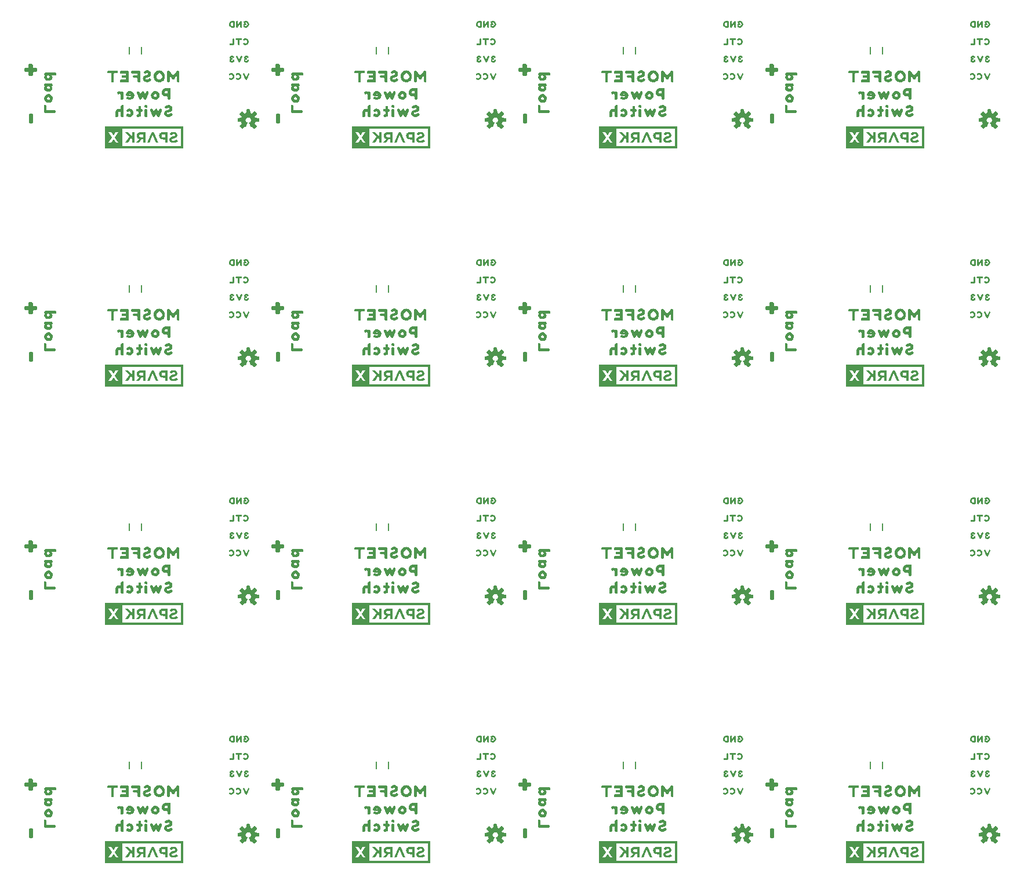
<source format=gbo>
G04 EAGLE Gerber RS-274X export*
G75*
%MOMM*%
%FSLAX34Y34*%
%LPD*%
%INSilkscreen Bottom*%
%IPPOS*%
%AMOC8*
5,1,8,0,0,1.08239X$1,22.5*%
G01*
%ADD10C,0.203200*%

G36*
X956357Y1066208D02*
X956357Y1066208D01*
X956352Y1066215D01*
X956359Y1066221D01*
X956359Y1097859D01*
X956323Y1097907D01*
X956316Y1097901D01*
X956310Y1097908D01*
X842010Y1097908D01*
X841963Y1097872D01*
X841968Y1097865D01*
X841961Y1097859D01*
X841961Y1066221D01*
X841997Y1066173D01*
X842004Y1066179D01*
X842010Y1066172D01*
X956310Y1066172D01*
X956357Y1066208D01*
G37*
G36*
X595677Y718228D02*
X595677Y718228D01*
X595672Y718235D01*
X595679Y718241D01*
X595679Y749879D01*
X595643Y749927D01*
X595636Y749921D01*
X595630Y749928D01*
X481330Y749928D01*
X481283Y749892D01*
X481288Y749885D01*
X481281Y749879D01*
X481281Y718241D01*
X481317Y718193D01*
X481324Y718199D01*
X481330Y718192D01*
X595630Y718192D01*
X595677Y718228D01*
G37*
G36*
X1317037Y1066208D02*
X1317037Y1066208D01*
X1317032Y1066215D01*
X1317039Y1066221D01*
X1317039Y1097859D01*
X1317003Y1097907D01*
X1316996Y1097901D01*
X1316990Y1097908D01*
X1202690Y1097908D01*
X1202643Y1097872D01*
X1202648Y1097865D01*
X1202641Y1097859D01*
X1202641Y1066221D01*
X1202677Y1066173D01*
X1202684Y1066179D01*
X1202690Y1066172D01*
X1316990Y1066172D01*
X1317037Y1066208D01*
G37*
G36*
X234997Y1066208D02*
X234997Y1066208D01*
X234992Y1066215D01*
X234999Y1066221D01*
X234999Y1097859D01*
X234963Y1097907D01*
X234956Y1097901D01*
X234950Y1097908D01*
X120650Y1097908D01*
X120603Y1097872D01*
X120608Y1097865D01*
X120601Y1097859D01*
X120601Y1066221D01*
X120637Y1066173D01*
X120644Y1066179D01*
X120650Y1066172D01*
X234950Y1066172D01*
X234997Y1066208D01*
G37*
G36*
X595677Y370248D02*
X595677Y370248D01*
X595672Y370255D01*
X595679Y370261D01*
X595679Y401899D01*
X595643Y401947D01*
X595636Y401941D01*
X595630Y401948D01*
X481330Y401948D01*
X481283Y401912D01*
X481288Y401905D01*
X481281Y401899D01*
X481281Y370261D01*
X481317Y370213D01*
X481324Y370219D01*
X481330Y370212D01*
X595630Y370212D01*
X595677Y370248D01*
G37*
G36*
X1317037Y370248D02*
X1317037Y370248D01*
X1317032Y370255D01*
X1317039Y370261D01*
X1317039Y401899D01*
X1317003Y401947D01*
X1316996Y401941D01*
X1316990Y401948D01*
X1202690Y401948D01*
X1202643Y401912D01*
X1202648Y401905D01*
X1202641Y401899D01*
X1202641Y370261D01*
X1202677Y370213D01*
X1202684Y370219D01*
X1202690Y370212D01*
X1316990Y370212D01*
X1317037Y370248D01*
G37*
G36*
X1317037Y22268D02*
X1317037Y22268D01*
X1317032Y22275D01*
X1317039Y22281D01*
X1317039Y53919D01*
X1317003Y53967D01*
X1316996Y53961D01*
X1316990Y53968D01*
X1202690Y53968D01*
X1202643Y53932D01*
X1202648Y53925D01*
X1202641Y53919D01*
X1202641Y22281D01*
X1202677Y22233D01*
X1202684Y22239D01*
X1202690Y22232D01*
X1316990Y22232D01*
X1317037Y22268D01*
G37*
G36*
X595677Y1066208D02*
X595677Y1066208D01*
X595672Y1066215D01*
X595679Y1066221D01*
X595679Y1097859D01*
X595643Y1097907D01*
X595636Y1097901D01*
X595630Y1097908D01*
X481330Y1097908D01*
X481283Y1097872D01*
X481288Y1097865D01*
X481281Y1097859D01*
X481281Y1066221D01*
X481317Y1066173D01*
X481324Y1066179D01*
X481330Y1066172D01*
X595630Y1066172D01*
X595677Y1066208D01*
G37*
G36*
X956357Y370248D02*
X956357Y370248D01*
X956352Y370255D01*
X956359Y370261D01*
X956359Y401899D01*
X956323Y401947D01*
X956316Y401941D01*
X956310Y401948D01*
X842010Y401948D01*
X841963Y401912D01*
X841968Y401905D01*
X841961Y401899D01*
X841961Y370261D01*
X841997Y370213D01*
X842004Y370219D01*
X842010Y370212D01*
X956310Y370212D01*
X956357Y370248D01*
G37*
G36*
X120637Y22233D02*
X120637Y22233D01*
X120644Y22239D01*
X120650Y22232D01*
X234950Y22232D01*
X234997Y22268D01*
X234992Y22275D01*
X234999Y22281D01*
X234999Y53919D01*
X234963Y53967D01*
X234956Y53961D01*
X234950Y53968D01*
X120650Y53968D01*
X120603Y53932D01*
X120608Y53925D01*
X120601Y53919D01*
X120601Y22281D01*
X120637Y22233D01*
G37*
G36*
X956357Y22268D02*
X956357Y22268D01*
X956352Y22275D01*
X956359Y22281D01*
X956359Y53919D01*
X956323Y53967D01*
X956316Y53961D01*
X956310Y53968D01*
X842010Y53968D01*
X841963Y53932D01*
X841968Y53925D01*
X841961Y53919D01*
X841961Y22281D01*
X841997Y22233D01*
X842004Y22239D01*
X842010Y22232D01*
X956310Y22232D01*
X956357Y22268D01*
G37*
G36*
X956357Y718228D02*
X956357Y718228D01*
X956352Y718235D01*
X956359Y718241D01*
X956359Y749879D01*
X956323Y749927D01*
X956316Y749921D01*
X956310Y749928D01*
X842010Y749928D01*
X841963Y749892D01*
X841968Y749885D01*
X841961Y749879D01*
X841961Y718241D01*
X841997Y718193D01*
X842004Y718199D01*
X842010Y718192D01*
X956310Y718192D01*
X956357Y718228D01*
G37*
G36*
X1317037Y718228D02*
X1317037Y718228D01*
X1317032Y718235D01*
X1317039Y718241D01*
X1317039Y749879D01*
X1317003Y749927D01*
X1316996Y749921D01*
X1316990Y749928D01*
X1202690Y749928D01*
X1202643Y749892D01*
X1202648Y749885D01*
X1202641Y749879D01*
X1202641Y718241D01*
X1202677Y718193D01*
X1202684Y718199D01*
X1202690Y718192D01*
X1316990Y718192D01*
X1317037Y718228D01*
G37*
G36*
X234997Y370248D02*
X234997Y370248D01*
X234992Y370255D01*
X234999Y370261D01*
X234999Y401899D01*
X234963Y401947D01*
X234956Y401941D01*
X234950Y401948D01*
X120650Y401948D01*
X120603Y401912D01*
X120608Y401905D01*
X120601Y401899D01*
X120601Y370261D01*
X120637Y370213D01*
X120644Y370219D01*
X120650Y370212D01*
X234950Y370212D01*
X234997Y370248D01*
G37*
G36*
X595677Y22268D02*
X595677Y22268D01*
X595672Y22275D01*
X595679Y22281D01*
X595679Y53919D01*
X595643Y53967D01*
X595636Y53961D01*
X595630Y53968D01*
X481330Y53968D01*
X481283Y53932D01*
X481288Y53925D01*
X481281Y53919D01*
X481281Y22281D01*
X481317Y22233D01*
X481324Y22239D01*
X481330Y22232D01*
X595630Y22232D01*
X595677Y22268D01*
G37*
G36*
X234997Y718228D02*
X234997Y718228D01*
X234992Y718235D01*
X234999Y718241D01*
X234999Y749879D01*
X234963Y749927D01*
X234956Y749921D01*
X234950Y749928D01*
X120650Y749928D01*
X120603Y749892D01*
X120608Y749885D01*
X120601Y749879D01*
X120601Y718241D01*
X120637Y718193D01*
X120644Y718199D01*
X120650Y718192D01*
X234950Y718192D01*
X234997Y718228D01*
G37*
%LPC*%
G36*
X146234Y1069208D02*
X146234Y1069208D01*
X146234Y1094872D01*
X231963Y1094872D01*
X231963Y1069208D01*
X146234Y1069208D01*
G37*
%LPD*%
%LPC*%
G36*
X506914Y721228D02*
X506914Y721228D01*
X506914Y746892D01*
X592643Y746892D01*
X592643Y721228D01*
X506914Y721228D01*
G37*
%LPD*%
%LPC*%
G36*
X146234Y721228D02*
X146234Y721228D01*
X146234Y746892D01*
X231963Y746892D01*
X231963Y721228D01*
X146234Y721228D01*
G37*
%LPD*%
%LPC*%
G36*
X867594Y721228D02*
X867594Y721228D01*
X867594Y746892D01*
X953323Y746892D01*
X953323Y721228D01*
X867594Y721228D01*
G37*
%LPD*%
%LPC*%
G36*
X506914Y1069208D02*
X506914Y1069208D01*
X506914Y1094872D01*
X592643Y1094872D01*
X592643Y1069208D01*
X506914Y1069208D01*
G37*
%LPD*%
%LPC*%
G36*
X1228274Y1069208D02*
X1228274Y1069208D01*
X1228274Y1094872D01*
X1314003Y1094872D01*
X1314003Y1069208D01*
X1228274Y1069208D01*
G37*
%LPD*%
%LPC*%
G36*
X1228274Y721228D02*
X1228274Y721228D01*
X1228274Y746892D01*
X1314003Y746892D01*
X1314003Y721228D01*
X1228274Y721228D01*
G37*
%LPD*%
%LPC*%
G36*
X867594Y1069208D02*
X867594Y1069208D01*
X867594Y1094872D01*
X953323Y1094872D01*
X953323Y1069208D01*
X867594Y1069208D01*
G37*
%LPD*%
%LPC*%
G36*
X506914Y25268D02*
X506914Y25268D01*
X506914Y50932D01*
X592643Y50932D01*
X592643Y25268D01*
X506914Y25268D01*
G37*
%LPD*%
%LPC*%
G36*
X231963Y50932D02*
X231963Y50932D01*
X231963Y25268D01*
X146234Y25268D01*
X146234Y50932D01*
X231963Y50932D01*
G37*
%LPD*%
%LPC*%
G36*
X1228274Y25268D02*
X1228274Y25268D01*
X1228274Y50932D01*
X1314003Y50932D01*
X1314003Y25268D01*
X1228274Y25268D01*
G37*
%LPD*%
%LPC*%
G36*
X867594Y25268D02*
X867594Y25268D01*
X867594Y50932D01*
X953323Y50932D01*
X953323Y25268D01*
X867594Y25268D01*
G37*
%LPD*%
%LPC*%
G36*
X146234Y373248D02*
X146234Y373248D01*
X146234Y398912D01*
X231963Y398912D01*
X231963Y373248D01*
X146234Y373248D01*
G37*
%LPD*%
%LPC*%
G36*
X506914Y373248D02*
X506914Y373248D01*
X506914Y398912D01*
X592643Y398912D01*
X592643Y373248D01*
X506914Y373248D01*
G37*
%LPD*%
%LPC*%
G36*
X867594Y373248D02*
X867594Y373248D01*
X867594Y398912D01*
X953323Y398912D01*
X953323Y373248D01*
X867594Y373248D01*
G37*
%LPD*%
%LPC*%
G36*
X1228274Y373248D02*
X1228274Y373248D01*
X1228274Y398912D01*
X1314003Y398912D01*
X1314003Y373248D01*
X1228274Y373248D01*
G37*
%LPD*%
G36*
X1421560Y50946D02*
X1421560Y50946D01*
X1421668Y50956D01*
X1421681Y50962D01*
X1421695Y50964D01*
X1421792Y51012D01*
X1421891Y51057D01*
X1421904Y51068D01*
X1421913Y51072D01*
X1421928Y51088D01*
X1422005Y51150D01*
X1424590Y53735D01*
X1424653Y53824D01*
X1424719Y53909D01*
X1424724Y53922D01*
X1424732Y53934D01*
X1424763Y54037D01*
X1424799Y54140D01*
X1424799Y54154D01*
X1424803Y54167D01*
X1424799Y54275D01*
X1424800Y54384D01*
X1424795Y54397D01*
X1424795Y54411D01*
X1424757Y54513D01*
X1424722Y54615D01*
X1424713Y54630D01*
X1424709Y54639D01*
X1424695Y54656D01*
X1424641Y54738D01*
X1421877Y58128D01*
X1422434Y59210D01*
X1422440Y59230D01*
X1422482Y59325D01*
X1422853Y60484D01*
X1427204Y60927D01*
X1427308Y60955D01*
X1427414Y60980D01*
X1427426Y60987D01*
X1427439Y60990D01*
X1427529Y61051D01*
X1427622Y61108D01*
X1427630Y61119D01*
X1427642Y61127D01*
X1427708Y61213D01*
X1427777Y61297D01*
X1427781Y61310D01*
X1427790Y61321D01*
X1427824Y61424D01*
X1427863Y61525D01*
X1427864Y61543D01*
X1427868Y61552D01*
X1427868Y61574D01*
X1427877Y61672D01*
X1427877Y65328D01*
X1427860Y65435D01*
X1427846Y65543D01*
X1427840Y65555D01*
X1427838Y65569D01*
X1427786Y65665D01*
X1427739Y65762D01*
X1427729Y65772D01*
X1427723Y65784D01*
X1427643Y65858D01*
X1427567Y65935D01*
X1427555Y65941D01*
X1427545Y65951D01*
X1427446Y65996D01*
X1427349Y66044D01*
X1427331Y66048D01*
X1427322Y66052D01*
X1427301Y66054D01*
X1427204Y66073D01*
X1422853Y66516D01*
X1422482Y67675D01*
X1422473Y67692D01*
X1422471Y67700D01*
X1422467Y67707D01*
X1422434Y67790D01*
X1421877Y68872D01*
X1424641Y72262D01*
X1424695Y72356D01*
X1424752Y72448D01*
X1424755Y72461D01*
X1424762Y72473D01*
X1424783Y72580D01*
X1424808Y72685D01*
X1424806Y72699D01*
X1424809Y72713D01*
X1424794Y72820D01*
X1424784Y72928D01*
X1424778Y72941D01*
X1424776Y72955D01*
X1424728Y73052D01*
X1424683Y73151D01*
X1424672Y73164D01*
X1424668Y73173D01*
X1424652Y73188D01*
X1424590Y73265D01*
X1422005Y75850D01*
X1421916Y75913D01*
X1421831Y75979D01*
X1421818Y75984D01*
X1421806Y75992D01*
X1421703Y76023D01*
X1421600Y76059D01*
X1421586Y76059D01*
X1421573Y76063D01*
X1421465Y76059D01*
X1421356Y76060D01*
X1421343Y76055D01*
X1421329Y76055D01*
X1421227Y76017D01*
X1421125Y75982D01*
X1421110Y75973D01*
X1421101Y75969D01*
X1421084Y75955D01*
X1421002Y75901D01*
X1417612Y73137D01*
X1416530Y73694D01*
X1416510Y73700D01*
X1416415Y73742D01*
X1415256Y74113D01*
X1414813Y78464D01*
X1414785Y78568D01*
X1414760Y78674D01*
X1414753Y78686D01*
X1414750Y78699D01*
X1414689Y78789D01*
X1414632Y78882D01*
X1414621Y78890D01*
X1414613Y78902D01*
X1414527Y78968D01*
X1414443Y79037D01*
X1414430Y79041D01*
X1414419Y79050D01*
X1414316Y79084D01*
X1414215Y79123D01*
X1414197Y79124D01*
X1414188Y79128D01*
X1414166Y79128D01*
X1414068Y79137D01*
X1410412Y79137D01*
X1410305Y79120D01*
X1410197Y79106D01*
X1410185Y79100D01*
X1410171Y79098D01*
X1410075Y79046D01*
X1409978Y78999D01*
X1409968Y78989D01*
X1409956Y78983D01*
X1409882Y78903D01*
X1409805Y78827D01*
X1409799Y78815D01*
X1409789Y78805D01*
X1409744Y78706D01*
X1409696Y78609D01*
X1409692Y78591D01*
X1409688Y78582D01*
X1409686Y78561D01*
X1409667Y78464D01*
X1409224Y74113D01*
X1408065Y73742D01*
X1408047Y73732D01*
X1407950Y73694D01*
X1406868Y73137D01*
X1403478Y75901D01*
X1403384Y75955D01*
X1403292Y76012D01*
X1403279Y76015D01*
X1403267Y76022D01*
X1403160Y76043D01*
X1403055Y76068D01*
X1403041Y76066D01*
X1403027Y76069D01*
X1402920Y76054D01*
X1402812Y76044D01*
X1402799Y76038D01*
X1402786Y76036D01*
X1402688Y75988D01*
X1402589Y75943D01*
X1402576Y75932D01*
X1402567Y75928D01*
X1402552Y75912D01*
X1402475Y75850D01*
X1399890Y73265D01*
X1399827Y73176D01*
X1399761Y73091D01*
X1399756Y73078D01*
X1399748Y73066D01*
X1399717Y72963D01*
X1399681Y72860D01*
X1399681Y72846D01*
X1399677Y72833D01*
X1399681Y72725D01*
X1399680Y72616D01*
X1399685Y72603D01*
X1399685Y72589D01*
X1399723Y72487D01*
X1399758Y72385D01*
X1399767Y72370D01*
X1399771Y72361D01*
X1399785Y72344D01*
X1399839Y72262D01*
X1402603Y68872D01*
X1402046Y67790D01*
X1402040Y67770D01*
X1401998Y67675D01*
X1401627Y66516D01*
X1397276Y66073D01*
X1397172Y66045D01*
X1397066Y66020D01*
X1397054Y66013D01*
X1397041Y66010D01*
X1396951Y65949D01*
X1396858Y65892D01*
X1396850Y65881D01*
X1396838Y65873D01*
X1396772Y65787D01*
X1396704Y65703D01*
X1396699Y65690D01*
X1396690Y65679D01*
X1396656Y65576D01*
X1396617Y65475D01*
X1396616Y65457D01*
X1396612Y65448D01*
X1396613Y65426D01*
X1396603Y65328D01*
X1396603Y61672D01*
X1396620Y61565D01*
X1396634Y61457D01*
X1396640Y61445D01*
X1396642Y61431D01*
X1396694Y61335D01*
X1396741Y61238D01*
X1396751Y61228D01*
X1396757Y61216D01*
X1396837Y61142D01*
X1396913Y61065D01*
X1396925Y61059D01*
X1396936Y61049D01*
X1397034Y61004D01*
X1397131Y60956D01*
X1397149Y60952D01*
X1397158Y60948D01*
X1397179Y60946D01*
X1397276Y60927D01*
X1401627Y60484D01*
X1401998Y59325D01*
X1402008Y59307D01*
X1402046Y59210D01*
X1402603Y58128D01*
X1399839Y54738D01*
X1399785Y54644D01*
X1399728Y54552D01*
X1399725Y54539D01*
X1399718Y54527D01*
X1399697Y54420D01*
X1399672Y54315D01*
X1399674Y54301D01*
X1399671Y54287D01*
X1399686Y54180D01*
X1399696Y54072D01*
X1399702Y54059D01*
X1399704Y54046D01*
X1399752Y53948D01*
X1399797Y53849D01*
X1399808Y53836D01*
X1399812Y53827D01*
X1399828Y53812D01*
X1399890Y53735D01*
X1402475Y51150D01*
X1402564Y51087D01*
X1402649Y51021D01*
X1402662Y51016D01*
X1402674Y51008D01*
X1402777Y50977D01*
X1402880Y50941D01*
X1402894Y50941D01*
X1402907Y50937D01*
X1403015Y50941D01*
X1403124Y50940D01*
X1403137Y50945D01*
X1403151Y50945D01*
X1403253Y50983D01*
X1403355Y51018D01*
X1403370Y51027D01*
X1403379Y51031D01*
X1403396Y51045D01*
X1403478Y51099D01*
X1406868Y53863D01*
X1407950Y53306D01*
X1408003Y53289D01*
X1408052Y53263D01*
X1408118Y53252D01*
X1408182Y53231D01*
X1408238Y53232D01*
X1408292Y53223D01*
X1408359Y53234D01*
X1408426Y53235D01*
X1408478Y53253D01*
X1408533Y53262D01*
X1408593Y53294D01*
X1408656Y53317D01*
X1408699Y53351D01*
X1408749Y53377D01*
X1408795Y53426D01*
X1408847Y53468D01*
X1408878Y53515D01*
X1408916Y53555D01*
X1408972Y53660D01*
X1408980Y53673D01*
X1408981Y53678D01*
X1408985Y53685D01*
X1411138Y58882D01*
X1411158Y58965D01*
X1411163Y58978D01*
X1411165Y58994D01*
X1411190Y59079D01*
X1411189Y59100D01*
X1411194Y59120D01*
X1411186Y59202D01*
X1411188Y59221D01*
X1411183Y59241D01*
X1411179Y59322D01*
X1411172Y59342D01*
X1411170Y59363D01*
X1411139Y59432D01*
X1411132Y59459D01*
X1411117Y59483D01*
X1411091Y59550D01*
X1411078Y59566D01*
X1411069Y59585D01*
X1411024Y59634D01*
X1411004Y59666D01*
X1410973Y59691D01*
X1410935Y59737D01*
X1410912Y59753D01*
X1410902Y59763D01*
X1410881Y59775D01*
X1410816Y59820D01*
X1410815Y59821D01*
X1410814Y59822D01*
X1409915Y60328D01*
X1409228Y60972D01*
X1408713Y61760D01*
X1408401Y62648D01*
X1408309Y63585D01*
X1408442Y64517D01*
X1408793Y65391D01*
X1409342Y66156D01*
X1410056Y66769D01*
X1410896Y67194D01*
X1411813Y67408D01*
X1412754Y67398D01*
X1413666Y67164D01*
X1414496Y66721D01*
X1415197Y66092D01*
X1415729Y65315D01*
X1416060Y64434D01*
X1416173Y63499D01*
X1416065Y62582D01*
X1415745Y61714D01*
X1415231Y60945D01*
X1414552Y60318D01*
X1413668Y59823D01*
X1413626Y59790D01*
X1413584Y59767D01*
X1413553Y59734D01*
X1413505Y59699D01*
X1413493Y59683D01*
X1413477Y59670D01*
X1413442Y59615D01*
X1413417Y59589D01*
X1413403Y59558D01*
X1413362Y59501D01*
X1413356Y59482D01*
X1413346Y59465D01*
X1413327Y59390D01*
X1413317Y59367D01*
X1413314Y59343D01*
X1413291Y59268D01*
X1413292Y59248D01*
X1413287Y59228D01*
X1413294Y59143D01*
X1413293Y59124D01*
X1413296Y59107D01*
X1413299Y59024D01*
X1413307Y58999D01*
X1413308Y58985D01*
X1413318Y58963D01*
X1413342Y58882D01*
X1413651Y58137D01*
X1414582Y55889D01*
X1414892Y55140D01*
X1415495Y53685D01*
X1415524Y53638D01*
X1415545Y53586D01*
X1415588Y53535D01*
X1415624Y53478D01*
X1415667Y53443D01*
X1415703Y53400D01*
X1415760Y53366D01*
X1415812Y53323D01*
X1415864Y53304D01*
X1415912Y53275D01*
X1415978Y53261D01*
X1416041Y53237D01*
X1416096Y53235D01*
X1416150Y53224D01*
X1416217Y53231D01*
X1416284Y53229D01*
X1416338Y53245D01*
X1416393Y53252D01*
X1416504Y53296D01*
X1416518Y53300D01*
X1416522Y53303D01*
X1416530Y53306D01*
X1417612Y53863D01*
X1421002Y51099D01*
X1421096Y51045D01*
X1421188Y50988D01*
X1421201Y50985D01*
X1421213Y50978D01*
X1421320Y50957D01*
X1421425Y50932D01*
X1421439Y50934D01*
X1421453Y50931D01*
X1421560Y50946D01*
G37*
G36*
X1060880Y50946D02*
X1060880Y50946D01*
X1060988Y50956D01*
X1061001Y50962D01*
X1061015Y50964D01*
X1061112Y51012D01*
X1061211Y51057D01*
X1061224Y51068D01*
X1061233Y51072D01*
X1061248Y51088D01*
X1061325Y51150D01*
X1063910Y53735D01*
X1063973Y53824D01*
X1064039Y53909D01*
X1064044Y53922D01*
X1064052Y53934D01*
X1064083Y54037D01*
X1064119Y54140D01*
X1064119Y54154D01*
X1064123Y54167D01*
X1064119Y54275D01*
X1064120Y54384D01*
X1064115Y54397D01*
X1064115Y54411D01*
X1064077Y54513D01*
X1064042Y54615D01*
X1064033Y54630D01*
X1064029Y54639D01*
X1064015Y54656D01*
X1063961Y54738D01*
X1061197Y58128D01*
X1061754Y59210D01*
X1061760Y59230D01*
X1061802Y59325D01*
X1062173Y60484D01*
X1066524Y60927D01*
X1066628Y60955D01*
X1066734Y60980D01*
X1066746Y60987D01*
X1066759Y60990D01*
X1066849Y61051D01*
X1066942Y61108D01*
X1066950Y61119D01*
X1066962Y61127D01*
X1067028Y61213D01*
X1067097Y61297D01*
X1067101Y61310D01*
X1067110Y61321D01*
X1067144Y61424D01*
X1067183Y61525D01*
X1067184Y61543D01*
X1067188Y61552D01*
X1067188Y61574D01*
X1067197Y61672D01*
X1067197Y65328D01*
X1067180Y65435D01*
X1067166Y65543D01*
X1067160Y65555D01*
X1067158Y65569D01*
X1067106Y65665D01*
X1067059Y65762D01*
X1067049Y65772D01*
X1067043Y65784D01*
X1066963Y65858D01*
X1066887Y65935D01*
X1066875Y65941D01*
X1066865Y65951D01*
X1066766Y65996D01*
X1066669Y66044D01*
X1066651Y66048D01*
X1066642Y66052D01*
X1066621Y66054D01*
X1066524Y66073D01*
X1062173Y66516D01*
X1061802Y67675D01*
X1061793Y67692D01*
X1061791Y67700D01*
X1061787Y67707D01*
X1061754Y67790D01*
X1061197Y68872D01*
X1063961Y72262D01*
X1064015Y72356D01*
X1064072Y72448D01*
X1064075Y72461D01*
X1064082Y72473D01*
X1064103Y72580D01*
X1064128Y72685D01*
X1064126Y72699D01*
X1064129Y72713D01*
X1064114Y72820D01*
X1064104Y72928D01*
X1064098Y72941D01*
X1064096Y72955D01*
X1064048Y73052D01*
X1064003Y73151D01*
X1063992Y73164D01*
X1063988Y73173D01*
X1063972Y73188D01*
X1063910Y73265D01*
X1061325Y75850D01*
X1061236Y75913D01*
X1061151Y75979D01*
X1061138Y75984D01*
X1061126Y75992D01*
X1061023Y76023D01*
X1060920Y76059D01*
X1060906Y76059D01*
X1060893Y76063D01*
X1060785Y76059D01*
X1060676Y76060D01*
X1060663Y76055D01*
X1060649Y76055D01*
X1060547Y76017D01*
X1060445Y75982D01*
X1060430Y75973D01*
X1060421Y75969D01*
X1060404Y75955D01*
X1060322Y75901D01*
X1056932Y73137D01*
X1055850Y73694D01*
X1055830Y73700D01*
X1055735Y73742D01*
X1054576Y74113D01*
X1054133Y78464D01*
X1054105Y78568D01*
X1054080Y78674D01*
X1054073Y78686D01*
X1054070Y78699D01*
X1054009Y78789D01*
X1053952Y78882D01*
X1053941Y78890D01*
X1053933Y78902D01*
X1053847Y78968D01*
X1053763Y79037D01*
X1053750Y79041D01*
X1053739Y79050D01*
X1053636Y79084D01*
X1053535Y79123D01*
X1053517Y79124D01*
X1053508Y79128D01*
X1053486Y79128D01*
X1053388Y79137D01*
X1049732Y79137D01*
X1049625Y79120D01*
X1049517Y79106D01*
X1049505Y79100D01*
X1049491Y79098D01*
X1049395Y79046D01*
X1049298Y78999D01*
X1049288Y78989D01*
X1049276Y78983D01*
X1049202Y78903D01*
X1049125Y78827D01*
X1049119Y78815D01*
X1049109Y78805D01*
X1049064Y78706D01*
X1049016Y78609D01*
X1049012Y78591D01*
X1049008Y78582D01*
X1049006Y78561D01*
X1048987Y78464D01*
X1048544Y74113D01*
X1047385Y73742D01*
X1047367Y73732D01*
X1047270Y73694D01*
X1046188Y73137D01*
X1042798Y75901D01*
X1042704Y75955D01*
X1042612Y76012D01*
X1042599Y76015D01*
X1042587Y76022D01*
X1042480Y76043D01*
X1042375Y76068D01*
X1042361Y76066D01*
X1042347Y76069D01*
X1042240Y76054D01*
X1042132Y76044D01*
X1042119Y76038D01*
X1042106Y76036D01*
X1042008Y75988D01*
X1041909Y75943D01*
X1041896Y75932D01*
X1041887Y75928D01*
X1041872Y75912D01*
X1041795Y75850D01*
X1039210Y73265D01*
X1039147Y73176D01*
X1039081Y73091D01*
X1039076Y73078D01*
X1039068Y73066D01*
X1039037Y72963D01*
X1039001Y72860D01*
X1039001Y72846D01*
X1038997Y72833D01*
X1039001Y72725D01*
X1039000Y72616D01*
X1039005Y72603D01*
X1039005Y72589D01*
X1039043Y72487D01*
X1039078Y72385D01*
X1039087Y72370D01*
X1039091Y72361D01*
X1039105Y72344D01*
X1039159Y72262D01*
X1041923Y68872D01*
X1041366Y67790D01*
X1041360Y67770D01*
X1041318Y67675D01*
X1040947Y66516D01*
X1036596Y66073D01*
X1036492Y66045D01*
X1036386Y66020D01*
X1036374Y66013D01*
X1036361Y66010D01*
X1036271Y65949D01*
X1036178Y65892D01*
X1036170Y65881D01*
X1036158Y65873D01*
X1036092Y65787D01*
X1036024Y65703D01*
X1036019Y65690D01*
X1036010Y65679D01*
X1035976Y65576D01*
X1035937Y65475D01*
X1035936Y65457D01*
X1035932Y65448D01*
X1035933Y65426D01*
X1035923Y65328D01*
X1035923Y61672D01*
X1035940Y61565D01*
X1035954Y61457D01*
X1035960Y61445D01*
X1035962Y61431D01*
X1036014Y61335D01*
X1036061Y61238D01*
X1036071Y61228D01*
X1036077Y61216D01*
X1036157Y61142D01*
X1036233Y61065D01*
X1036245Y61059D01*
X1036256Y61049D01*
X1036354Y61004D01*
X1036451Y60956D01*
X1036469Y60952D01*
X1036478Y60948D01*
X1036499Y60946D01*
X1036596Y60927D01*
X1040947Y60484D01*
X1041318Y59325D01*
X1041328Y59307D01*
X1041366Y59210D01*
X1041923Y58128D01*
X1039159Y54738D01*
X1039105Y54644D01*
X1039048Y54552D01*
X1039045Y54539D01*
X1039038Y54527D01*
X1039017Y54420D01*
X1038992Y54315D01*
X1038994Y54301D01*
X1038991Y54287D01*
X1039006Y54180D01*
X1039016Y54072D01*
X1039022Y54059D01*
X1039024Y54046D01*
X1039072Y53948D01*
X1039117Y53849D01*
X1039128Y53836D01*
X1039132Y53827D01*
X1039148Y53812D01*
X1039210Y53735D01*
X1041795Y51150D01*
X1041884Y51087D01*
X1041969Y51021D01*
X1041982Y51016D01*
X1041994Y51008D01*
X1042097Y50977D01*
X1042200Y50941D01*
X1042214Y50941D01*
X1042227Y50937D01*
X1042335Y50941D01*
X1042444Y50940D01*
X1042457Y50945D01*
X1042471Y50945D01*
X1042573Y50983D01*
X1042675Y51018D01*
X1042690Y51027D01*
X1042699Y51031D01*
X1042716Y51045D01*
X1042798Y51099D01*
X1046188Y53863D01*
X1047270Y53306D01*
X1047323Y53289D01*
X1047372Y53263D01*
X1047438Y53252D01*
X1047502Y53231D01*
X1047558Y53232D01*
X1047612Y53223D01*
X1047679Y53234D01*
X1047746Y53235D01*
X1047798Y53253D01*
X1047853Y53262D01*
X1047913Y53294D01*
X1047976Y53317D01*
X1048019Y53351D01*
X1048069Y53377D01*
X1048115Y53426D01*
X1048167Y53468D01*
X1048198Y53515D01*
X1048236Y53555D01*
X1048292Y53660D01*
X1048300Y53673D01*
X1048301Y53678D01*
X1048305Y53685D01*
X1050458Y58882D01*
X1050478Y58965D01*
X1050483Y58978D01*
X1050485Y58994D01*
X1050510Y59079D01*
X1050509Y59100D01*
X1050514Y59120D01*
X1050506Y59202D01*
X1050508Y59221D01*
X1050503Y59241D01*
X1050499Y59322D01*
X1050492Y59342D01*
X1050490Y59363D01*
X1050459Y59432D01*
X1050452Y59459D01*
X1050437Y59483D01*
X1050411Y59550D01*
X1050398Y59566D01*
X1050389Y59585D01*
X1050344Y59634D01*
X1050324Y59666D01*
X1050293Y59691D01*
X1050255Y59737D01*
X1050232Y59753D01*
X1050222Y59763D01*
X1050201Y59775D01*
X1050136Y59820D01*
X1050135Y59821D01*
X1050134Y59822D01*
X1049235Y60328D01*
X1048548Y60972D01*
X1048033Y61760D01*
X1047721Y62648D01*
X1047629Y63585D01*
X1047762Y64517D01*
X1048113Y65391D01*
X1048662Y66156D01*
X1049376Y66769D01*
X1050216Y67194D01*
X1051133Y67408D01*
X1052074Y67398D01*
X1052986Y67164D01*
X1053816Y66721D01*
X1054517Y66092D01*
X1055049Y65315D01*
X1055380Y64434D01*
X1055493Y63499D01*
X1055385Y62582D01*
X1055065Y61714D01*
X1054551Y60945D01*
X1053872Y60318D01*
X1052988Y59823D01*
X1052946Y59790D01*
X1052904Y59767D01*
X1052873Y59734D01*
X1052825Y59699D01*
X1052813Y59683D01*
X1052797Y59670D01*
X1052762Y59615D01*
X1052737Y59589D01*
X1052723Y59558D01*
X1052682Y59501D01*
X1052676Y59482D01*
X1052666Y59465D01*
X1052647Y59390D01*
X1052637Y59367D01*
X1052634Y59343D01*
X1052611Y59268D01*
X1052612Y59248D01*
X1052607Y59228D01*
X1052614Y59143D01*
X1052613Y59124D01*
X1052616Y59107D01*
X1052619Y59024D01*
X1052627Y58999D01*
X1052628Y58985D01*
X1052638Y58963D01*
X1052662Y58882D01*
X1052971Y58137D01*
X1053902Y55889D01*
X1054212Y55140D01*
X1054815Y53685D01*
X1054844Y53638D01*
X1054865Y53586D01*
X1054908Y53535D01*
X1054944Y53478D01*
X1054987Y53443D01*
X1055023Y53400D01*
X1055080Y53366D01*
X1055132Y53323D01*
X1055184Y53304D01*
X1055232Y53275D01*
X1055298Y53261D01*
X1055361Y53237D01*
X1055416Y53235D01*
X1055470Y53224D01*
X1055537Y53231D01*
X1055604Y53229D01*
X1055658Y53245D01*
X1055713Y53252D01*
X1055824Y53296D01*
X1055838Y53300D01*
X1055842Y53303D01*
X1055850Y53306D01*
X1056932Y53863D01*
X1060322Y51099D01*
X1060416Y51045D01*
X1060508Y50988D01*
X1060521Y50985D01*
X1060533Y50978D01*
X1060640Y50957D01*
X1060745Y50932D01*
X1060759Y50934D01*
X1060773Y50931D01*
X1060880Y50946D01*
G37*
G36*
X700200Y50946D02*
X700200Y50946D01*
X700308Y50956D01*
X700321Y50962D01*
X700335Y50964D01*
X700432Y51012D01*
X700531Y51057D01*
X700544Y51068D01*
X700553Y51072D01*
X700568Y51088D01*
X700645Y51150D01*
X703230Y53735D01*
X703293Y53824D01*
X703359Y53909D01*
X703364Y53922D01*
X703372Y53934D01*
X703403Y54037D01*
X703439Y54140D01*
X703439Y54154D01*
X703443Y54167D01*
X703439Y54275D01*
X703440Y54384D01*
X703435Y54397D01*
X703435Y54411D01*
X703397Y54513D01*
X703362Y54615D01*
X703353Y54630D01*
X703349Y54639D01*
X703335Y54656D01*
X703281Y54738D01*
X700517Y58128D01*
X701074Y59210D01*
X701080Y59230D01*
X701122Y59325D01*
X701493Y60484D01*
X705844Y60927D01*
X705948Y60955D01*
X706054Y60980D01*
X706066Y60987D01*
X706079Y60990D01*
X706169Y61051D01*
X706262Y61108D01*
X706270Y61119D01*
X706282Y61127D01*
X706348Y61213D01*
X706417Y61297D01*
X706421Y61310D01*
X706430Y61321D01*
X706464Y61424D01*
X706503Y61525D01*
X706504Y61543D01*
X706508Y61552D01*
X706508Y61574D01*
X706517Y61672D01*
X706517Y65328D01*
X706500Y65435D01*
X706486Y65543D01*
X706480Y65555D01*
X706478Y65569D01*
X706426Y65665D01*
X706379Y65762D01*
X706369Y65772D01*
X706363Y65784D01*
X706283Y65858D01*
X706207Y65935D01*
X706195Y65941D01*
X706185Y65951D01*
X706086Y65996D01*
X705989Y66044D01*
X705971Y66048D01*
X705962Y66052D01*
X705941Y66054D01*
X705844Y66073D01*
X701493Y66516D01*
X701122Y67675D01*
X701113Y67692D01*
X701111Y67700D01*
X701107Y67707D01*
X701074Y67790D01*
X700517Y68872D01*
X703281Y72262D01*
X703335Y72356D01*
X703392Y72448D01*
X703395Y72461D01*
X703402Y72473D01*
X703423Y72580D01*
X703448Y72685D01*
X703446Y72699D01*
X703449Y72713D01*
X703434Y72820D01*
X703424Y72928D01*
X703418Y72941D01*
X703416Y72955D01*
X703368Y73052D01*
X703323Y73151D01*
X703312Y73164D01*
X703308Y73173D01*
X703292Y73188D01*
X703230Y73265D01*
X700645Y75850D01*
X700556Y75913D01*
X700471Y75979D01*
X700458Y75984D01*
X700446Y75992D01*
X700343Y76023D01*
X700240Y76059D01*
X700226Y76059D01*
X700213Y76063D01*
X700105Y76059D01*
X699996Y76060D01*
X699983Y76055D01*
X699969Y76055D01*
X699867Y76017D01*
X699765Y75982D01*
X699750Y75973D01*
X699741Y75969D01*
X699724Y75955D01*
X699642Y75901D01*
X696252Y73137D01*
X695170Y73694D01*
X695150Y73700D01*
X695055Y73742D01*
X693896Y74113D01*
X693453Y78464D01*
X693425Y78568D01*
X693400Y78674D01*
X693393Y78686D01*
X693390Y78699D01*
X693329Y78789D01*
X693272Y78882D01*
X693261Y78890D01*
X693253Y78902D01*
X693167Y78968D01*
X693083Y79037D01*
X693070Y79041D01*
X693059Y79050D01*
X692956Y79084D01*
X692855Y79123D01*
X692837Y79124D01*
X692828Y79128D01*
X692806Y79128D01*
X692708Y79137D01*
X689052Y79137D01*
X688945Y79120D01*
X688837Y79106D01*
X688825Y79100D01*
X688811Y79098D01*
X688715Y79046D01*
X688618Y78999D01*
X688608Y78989D01*
X688596Y78983D01*
X688522Y78903D01*
X688445Y78827D01*
X688439Y78815D01*
X688429Y78805D01*
X688384Y78706D01*
X688336Y78609D01*
X688332Y78591D01*
X688328Y78582D01*
X688326Y78561D01*
X688307Y78464D01*
X687864Y74113D01*
X686705Y73742D01*
X686687Y73732D01*
X686590Y73694D01*
X685508Y73137D01*
X682118Y75901D01*
X682024Y75955D01*
X681932Y76012D01*
X681919Y76015D01*
X681907Y76022D01*
X681800Y76043D01*
X681695Y76068D01*
X681681Y76066D01*
X681667Y76069D01*
X681560Y76054D01*
X681452Y76044D01*
X681439Y76038D01*
X681426Y76036D01*
X681328Y75988D01*
X681229Y75943D01*
X681216Y75932D01*
X681207Y75928D01*
X681192Y75912D01*
X681115Y75850D01*
X678530Y73265D01*
X678467Y73176D01*
X678401Y73091D01*
X678396Y73078D01*
X678388Y73066D01*
X678357Y72963D01*
X678321Y72860D01*
X678321Y72846D01*
X678317Y72833D01*
X678321Y72725D01*
X678320Y72616D01*
X678325Y72603D01*
X678325Y72589D01*
X678363Y72487D01*
X678398Y72385D01*
X678407Y72370D01*
X678411Y72361D01*
X678425Y72344D01*
X678479Y72262D01*
X681243Y68872D01*
X680686Y67790D01*
X680680Y67770D01*
X680638Y67675D01*
X680267Y66516D01*
X675916Y66073D01*
X675812Y66045D01*
X675706Y66020D01*
X675694Y66013D01*
X675681Y66010D01*
X675591Y65949D01*
X675498Y65892D01*
X675490Y65881D01*
X675478Y65873D01*
X675412Y65787D01*
X675344Y65703D01*
X675339Y65690D01*
X675330Y65679D01*
X675296Y65576D01*
X675257Y65475D01*
X675256Y65457D01*
X675252Y65448D01*
X675253Y65426D01*
X675243Y65328D01*
X675243Y61672D01*
X675260Y61565D01*
X675274Y61457D01*
X675280Y61445D01*
X675282Y61431D01*
X675334Y61335D01*
X675381Y61238D01*
X675391Y61228D01*
X675397Y61216D01*
X675477Y61142D01*
X675553Y61065D01*
X675565Y61059D01*
X675576Y61049D01*
X675674Y61004D01*
X675771Y60956D01*
X675789Y60952D01*
X675798Y60948D01*
X675819Y60946D01*
X675916Y60927D01*
X680267Y60484D01*
X680638Y59325D01*
X680648Y59307D01*
X680686Y59210D01*
X681243Y58128D01*
X678479Y54738D01*
X678425Y54644D01*
X678368Y54552D01*
X678365Y54539D01*
X678358Y54527D01*
X678337Y54420D01*
X678312Y54315D01*
X678314Y54301D01*
X678311Y54287D01*
X678326Y54180D01*
X678336Y54072D01*
X678342Y54059D01*
X678344Y54046D01*
X678392Y53948D01*
X678437Y53849D01*
X678448Y53836D01*
X678452Y53827D01*
X678468Y53812D01*
X678530Y53735D01*
X681115Y51150D01*
X681204Y51087D01*
X681289Y51021D01*
X681302Y51016D01*
X681314Y51008D01*
X681417Y50977D01*
X681520Y50941D01*
X681534Y50941D01*
X681547Y50937D01*
X681655Y50941D01*
X681764Y50940D01*
X681777Y50945D01*
X681791Y50945D01*
X681893Y50983D01*
X681995Y51018D01*
X682010Y51027D01*
X682019Y51031D01*
X682036Y51045D01*
X682118Y51099D01*
X685508Y53863D01*
X686590Y53306D01*
X686643Y53289D01*
X686692Y53263D01*
X686758Y53252D01*
X686822Y53231D01*
X686878Y53232D01*
X686932Y53223D01*
X686999Y53234D01*
X687066Y53235D01*
X687118Y53253D01*
X687173Y53262D01*
X687233Y53294D01*
X687296Y53317D01*
X687339Y53351D01*
X687389Y53377D01*
X687435Y53426D01*
X687487Y53468D01*
X687518Y53515D01*
X687556Y53555D01*
X687612Y53660D01*
X687620Y53673D01*
X687621Y53678D01*
X687625Y53685D01*
X689778Y58882D01*
X689798Y58965D01*
X689803Y58978D01*
X689805Y58994D01*
X689830Y59079D01*
X689829Y59100D01*
X689834Y59120D01*
X689826Y59202D01*
X689828Y59221D01*
X689823Y59241D01*
X689819Y59322D01*
X689812Y59342D01*
X689810Y59363D01*
X689779Y59432D01*
X689772Y59459D01*
X689757Y59483D01*
X689731Y59550D01*
X689718Y59566D01*
X689709Y59585D01*
X689664Y59634D01*
X689644Y59666D01*
X689613Y59691D01*
X689575Y59737D01*
X689552Y59753D01*
X689542Y59763D01*
X689521Y59775D01*
X689456Y59820D01*
X689455Y59821D01*
X689454Y59822D01*
X688555Y60328D01*
X687868Y60972D01*
X687353Y61760D01*
X687041Y62648D01*
X686949Y63585D01*
X687082Y64517D01*
X687433Y65391D01*
X687982Y66156D01*
X688696Y66769D01*
X689536Y67194D01*
X690453Y67408D01*
X691394Y67398D01*
X692306Y67164D01*
X693136Y66721D01*
X693837Y66092D01*
X694369Y65315D01*
X694700Y64434D01*
X694813Y63499D01*
X694705Y62582D01*
X694385Y61714D01*
X693871Y60945D01*
X693192Y60318D01*
X692308Y59823D01*
X692266Y59790D01*
X692224Y59767D01*
X692193Y59734D01*
X692145Y59699D01*
X692133Y59683D01*
X692117Y59670D01*
X692082Y59615D01*
X692057Y59589D01*
X692043Y59558D01*
X692002Y59501D01*
X691996Y59482D01*
X691986Y59465D01*
X691967Y59390D01*
X691957Y59367D01*
X691954Y59343D01*
X691931Y59268D01*
X691932Y59248D01*
X691927Y59228D01*
X691934Y59143D01*
X691933Y59124D01*
X691936Y59107D01*
X691939Y59024D01*
X691947Y58999D01*
X691948Y58985D01*
X691958Y58963D01*
X691982Y58882D01*
X692291Y58137D01*
X693222Y55889D01*
X693532Y55140D01*
X694135Y53685D01*
X694164Y53638D01*
X694185Y53586D01*
X694228Y53535D01*
X694264Y53478D01*
X694307Y53443D01*
X694343Y53400D01*
X694400Y53366D01*
X694452Y53323D01*
X694504Y53304D01*
X694552Y53275D01*
X694618Y53261D01*
X694681Y53237D01*
X694736Y53235D01*
X694790Y53224D01*
X694857Y53231D01*
X694924Y53229D01*
X694978Y53245D01*
X695033Y53252D01*
X695144Y53296D01*
X695158Y53300D01*
X695162Y53303D01*
X695170Y53306D01*
X696252Y53863D01*
X699642Y51099D01*
X699736Y51045D01*
X699828Y50988D01*
X699841Y50985D01*
X699853Y50978D01*
X699960Y50957D01*
X700065Y50932D01*
X700079Y50934D01*
X700093Y50931D01*
X700200Y50946D01*
G37*
G36*
X339520Y50946D02*
X339520Y50946D01*
X339628Y50956D01*
X339641Y50962D01*
X339655Y50964D01*
X339752Y51012D01*
X339851Y51057D01*
X339864Y51068D01*
X339873Y51072D01*
X339888Y51088D01*
X339965Y51150D01*
X342550Y53735D01*
X342613Y53824D01*
X342679Y53909D01*
X342684Y53922D01*
X342692Y53934D01*
X342723Y54037D01*
X342759Y54140D01*
X342759Y54154D01*
X342763Y54167D01*
X342759Y54275D01*
X342760Y54384D01*
X342755Y54397D01*
X342755Y54411D01*
X342717Y54513D01*
X342682Y54615D01*
X342673Y54630D01*
X342669Y54639D01*
X342655Y54656D01*
X342601Y54738D01*
X339837Y58128D01*
X340394Y59210D01*
X340400Y59230D01*
X340442Y59325D01*
X340813Y60484D01*
X345164Y60927D01*
X345268Y60955D01*
X345374Y60980D01*
X345386Y60987D01*
X345399Y60990D01*
X345489Y61051D01*
X345582Y61108D01*
X345590Y61119D01*
X345602Y61127D01*
X345668Y61213D01*
X345737Y61297D01*
X345741Y61310D01*
X345750Y61321D01*
X345784Y61424D01*
X345823Y61525D01*
X345824Y61543D01*
X345828Y61552D01*
X345828Y61574D01*
X345837Y61672D01*
X345837Y65328D01*
X345820Y65435D01*
X345806Y65543D01*
X345800Y65555D01*
X345798Y65569D01*
X345746Y65665D01*
X345699Y65762D01*
X345689Y65772D01*
X345683Y65784D01*
X345603Y65858D01*
X345527Y65935D01*
X345515Y65941D01*
X345505Y65951D01*
X345406Y65996D01*
X345309Y66044D01*
X345291Y66048D01*
X345282Y66052D01*
X345261Y66054D01*
X345164Y66073D01*
X340813Y66516D01*
X340442Y67675D01*
X340433Y67692D01*
X340431Y67700D01*
X340427Y67707D01*
X340394Y67790D01*
X339837Y68872D01*
X342601Y72262D01*
X342655Y72356D01*
X342712Y72448D01*
X342715Y72461D01*
X342722Y72473D01*
X342743Y72580D01*
X342768Y72685D01*
X342766Y72699D01*
X342769Y72713D01*
X342754Y72820D01*
X342744Y72928D01*
X342738Y72941D01*
X342736Y72955D01*
X342688Y73052D01*
X342643Y73151D01*
X342632Y73164D01*
X342628Y73173D01*
X342612Y73188D01*
X342550Y73265D01*
X339965Y75850D01*
X339876Y75913D01*
X339791Y75979D01*
X339778Y75984D01*
X339766Y75992D01*
X339663Y76023D01*
X339560Y76059D01*
X339546Y76059D01*
X339533Y76063D01*
X339425Y76059D01*
X339316Y76060D01*
X339303Y76055D01*
X339289Y76055D01*
X339187Y76017D01*
X339085Y75982D01*
X339070Y75973D01*
X339061Y75969D01*
X339044Y75955D01*
X338962Y75901D01*
X335572Y73137D01*
X334490Y73694D01*
X334470Y73700D01*
X334375Y73742D01*
X333216Y74113D01*
X332773Y78464D01*
X332745Y78568D01*
X332720Y78674D01*
X332713Y78686D01*
X332710Y78699D01*
X332649Y78789D01*
X332592Y78882D01*
X332581Y78890D01*
X332573Y78902D01*
X332487Y78968D01*
X332403Y79037D01*
X332390Y79041D01*
X332379Y79050D01*
X332276Y79084D01*
X332175Y79123D01*
X332157Y79124D01*
X332148Y79128D01*
X332126Y79128D01*
X332028Y79137D01*
X328372Y79137D01*
X328265Y79120D01*
X328157Y79106D01*
X328145Y79100D01*
X328131Y79098D01*
X328035Y79046D01*
X327938Y78999D01*
X327928Y78989D01*
X327916Y78983D01*
X327842Y78903D01*
X327765Y78827D01*
X327759Y78815D01*
X327749Y78805D01*
X327704Y78706D01*
X327656Y78609D01*
X327652Y78591D01*
X327648Y78582D01*
X327646Y78561D01*
X327627Y78464D01*
X327184Y74113D01*
X326025Y73742D01*
X326007Y73732D01*
X325910Y73694D01*
X324828Y73137D01*
X321438Y75901D01*
X321344Y75955D01*
X321252Y76012D01*
X321239Y76015D01*
X321227Y76022D01*
X321120Y76043D01*
X321015Y76068D01*
X321001Y76066D01*
X320987Y76069D01*
X320880Y76054D01*
X320772Y76044D01*
X320759Y76038D01*
X320746Y76036D01*
X320648Y75988D01*
X320549Y75943D01*
X320536Y75932D01*
X320527Y75928D01*
X320512Y75912D01*
X320435Y75850D01*
X317850Y73265D01*
X317787Y73176D01*
X317721Y73091D01*
X317716Y73078D01*
X317708Y73066D01*
X317677Y72963D01*
X317641Y72860D01*
X317641Y72846D01*
X317637Y72833D01*
X317641Y72725D01*
X317640Y72616D01*
X317645Y72603D01*
X317645Y72589D01*
X317683Y72487D01*
X317718Y72385D01*
X317727Y72370D01*
X317731Y72361D01*
X317745Y72344D01*
X317799Y72262D01*
X320563Y68872D01*
X320006Y67790D01*
X320000Y67770D01*
X319958Y67675D01*
X319587Y66516D01*
X315236Y66073D01*
X315132Y66045D01*
X315026Y66020D01*
X315014Y66013D01*
X315001Y66010D01*
X314911Y65949D01*
X314818Y65892D01*
X314810Y65881D01*
X314798Y65873D01*
X314732Y65787D01*
X314664Y65703D01*
X314659Y65690D01*
X314650Y65679D01*
X314616Y65576D01*
X314577Y65475D01*
X314576Y65457D01*
X314572Y65448D01*
X314573Y65426D01*
X314563Y65328D01*
X314563Y61672D01*
X314580Y61565D01*
X314594Y61457D01*
X314600Y61445D01*
X314602Y61431D01*
X314654Y61335D01*
X314701Y61238D01*
X314711Y61228D01*
X314717Y61216D01*
X314797Y61142D01*
X314873Y61065D01*
X314885Y61059D01*
X314896Y61049D01*
X314994Y61004D01*
X315091Y60956D01*
X315109Y60952D01*
X315118Y60948D01*
X315139Y60946D01*
X315236Y60927D01*
X319587Y60484D01*
X319958Y59325D01*
X319968Y59307D01*
X320006Y59210D01*
X320563Y58128D01*
X317799Y54738D01*
X317745Y54644D01*
X317688Y54552D01*
X317685Y54539D01*
X317678Y54527D01*
X317657Y54420D01*
X317632Y54315D01*
X317634Y54301D01*
X317631Y54287D01*
X317646Y54180D01*
X317656Y54072D01*
X317662Y54059D01*
X317664Y54046D01*
X317712Y53948D01*
X317757Y53849D01*
X317768Y53836D01*
X317772Y53827D01*
X317788Y53812D01*
X317850Y53735D01*
X320435Y51150D01*
X320524Y51087D01*
X320609Y51021D01*
X320622Y51016D01*
X320634Y51008D01*
X320737Y50977D01*
X320840Y50941D01*
X320854Y50941D01*
X320867Y50937D01*
X320975Y50941D01*
X321084Y50940D01*
X321097Y50945D01*
X321111Y50945D01*
X321213Y50983D01*
X321315Y51018D01*
X321330Y51027D01*
X321339Y51031D01*
X321356Y51045D01*
X321438Y51099D01*
X324828Y53863D01*
X325910Y53306D01*
X325963Y53289D01*
X326012Y53263D01*
X326078Y53252D01*
X326142Y53231D01*
X326198Y53232D01*
X326252Y53223D01*
X326319Y53234D01*
X326386Y53235D01*
X326438Y53253D01*
X326493Y53262D01*
X326553Y53294D01*
X326616Y53317D01*
X326659Y53351D01*
X326709Y53377D01*
X326755Y53426D01*
X326807Y53468D01*
X326838Y53515D01*
X326876Y53555D01*
X326932Y53660D01*
X326940Y53673D01*
X326941Y53678D01*
X326945Y53685D01*
X329098Y58882D01*
X329118Y58965D01*
X329123Y58978D01*
X329125Y58994D01*
X329150Y59079D01*
X329149Y59100D01*
X329154Y59120D01*
X329146Y59202D01*
X329148Y59221D01*
X329143Y59241D01*
X329139Y59322D01*
X329132Y59342D01*
X329130Y59363D01*
X329099Y59432D01*
X329092Y59459D01*
X329077Y59483D01*
X329051Y59550D01*
X329038Y59566D01*
X329029Y59585D01*
X328984Y59634D01*
X328964Y59666D01*
X328933Y59691D01*
X328895Y59737D01*
X328872Y59753D01*
X328862Y59763D01*
X328841Y59775D01*
X328776Y59820D01*
X328775Y59821D01*
X328774Y59822D01*
X327875Y60328D01*
X327188Y60972D01*
X326673Y61760D01*
X326361Y62648D01*
X326269Y63585D01*
X326402Y64517D01*
X326753Y65391D01*
X327302Y66156D01*
X328016Y66769D01*
X328856Y67194D01*
X329773Y67408D01*
X330714Y67398D01*
X331626Y67164D01*
X332456Y66721D01*
X333157Y66092D01*
X333689Y65315D01*
X334020Y64434D01*
X334133Y63499D01*
X334025Y62582D01*
X333705Y61714D01*
X333191Y60945D01*
X332512Y60318D01*
X331628Y59823D01*
X331586Y59790D01*
X331544Y59767D01*
X331513Y59734D01*
X331465Y59699D01*
X331453Y59683D01*
X331437Y59670D01*
X331402Y59615D01*
X331377Y59589D01*
X331363Y59558D01*
X331322Y59501D01*
X331316Y59482D01*
X331306Y59465D01*
X331287Y59390D01*
X331277Y59367D01*
X331274Y59343D01*
X331251Y59268D01*
X331252Y59248D01*
X331247Y59228D01*
X331254Y59143D01*
X331253Y59124D01*
X331256Y59107D01*
X331259Y59024D01*
X331267Y58999D01*
X331268Y58985D01*
X331278Y58963D01*
X331302Y58882D01*
X331611Y58137D01*
X332542Y55889D01*
X332852Y55140D01*
X333455Y53685D01*
X333484Y53638D01*
X333505Y53586D01*
X333548Y53535D01*
X333584Y53478D01*
X333627Y53443D01*
X333663Y53400D01*
X333720Y53366D01*
X333772Y53323D01*
X333824Y53304D01*
X333872Y53275D01*
X333938Y53261D01*
X334001Y53237D01*
X334056Y53235D01*
X334110Y53224D01*
X334177Y53231D01*
X334244Y53229D01*
X334298Y53245D01*
X334353Y53252D01*
X334464Y53296D01*
X334478Y53300D01*
X334482Y53303D01*
X334490Y53306D01*
X335572Y53863D01*
X338962Y51099D01*
X339056Y51045D01*
X339148Y50988D01*
X339161Y50985D01*
X339173Y50978D01*
X339280Y50957D01*
X339385Y50932D01*
X339399Y50934D01*
X339413Y50931D01*
X339520Y50946D01*
G37*
G36*
X339520Y746906D02*
X339520Y746906D01*
X339628Y746916D01*
X339641Y746922D01*
X339655Y746924D01*
X339752Y746972D01*
X339851Y747017D01*
X339864Y747028D01*
X339873Y747032D01*
X339888Y747048D01*
X339965Y747110D01*
X342550Y749695D01*
X342613Y749784D01*
X342679Y749869D01*
X342684Y749882D01*
X342692Y749894D01*
X342723Y749997D01*
X342759Y750100D01*
X342759Y750114D01*
X342763Y750127D01*
X342759Y750235D01*
X342760Y750344D01*
X342755Y750357D01*
X342755Y750371D01*
X342717Y750473D01*
X342682Y750575D01*
X342673Y750590D01*
X342669Y750599D01*
X342655Y750616D01*
X342601Y750698D01*
X339837Y754088D01*
X340394Y755170D01*
X340400Y755190D01*
X340442Y755285D01*
X340813Y756444D01*
X345164Y756887D01*
X345268Y756915D01*
X345374Y756940D01*
X345386Y756947D01*
X345399Y756950D01*
X345489Y757011D01*
X345582Y757068D01*
X345590Y757079D01*
X345602Y757087D01*
X345668Y757173D01*
X345737Y757257D01*
X345741Y757270D01*
X345750Y757281D01*
X345784Y757384D01*
X345823Y757485D01*
X345824Y757503D01*
X345828Y757512D01*
X345828Y757534D01*
X345837Y757632D01*
X345837Y761288D01*
X345820Y761395D01*
X345806Y761503D01*
X345800Y761515D01*
X345798Y761529D01*
X345746Y761625D01*
X345699Y761722D01*
X345689Y761732D01*
X345683Y761744D01*
X345603Y761818D01*
X345527Y761895D01*
X345515Y761901D01*
X345505Y761911D01*
X345406Y761956D01*
X345309Y762004D01*
X345291Y762008D01*
X345282Y762012D01*
X345261Y762014D01*
X345164Y762033D01*
X340813Y762476D01*
X340442Y763635D01*
X340433Y763653D01*
X340431Y763660D01*
X340427Y763667D01*
X340394Y763750D01*
X339837Y764832D01*
X342601Y768222D01*
X342655Y768316D01*
X342712Y768408D01*
X342715Y768421D01*
X342722Y768433D01*
X342743Y768540D01*
X342768Y768645D01*
X342766Y768659D01*
X342769Y768673D01*
X342754Y768780D01*
X342744Y768888D01*
X342738Y768901D01*
X342736Y768915D01*
X342688Y769012D01*
X342643Y769111D01*
X342632Y769124D01*
X342628Y769133D01*
X342612Y769148D01*
X342550Y769225D01*
X339965Y771810D01*
X339876Y771873D01*
X339791Y771939D01*
X339778Y771944D01*
X339766Y771952D01*
X339663Y771983D01*
X339560Y772019D01*
X339546Y772019D01*
X339533Y772023D01*
X339425Y772019D01*
X339316Y772020D01*
X339303Y772015D01*
X339289Y772015D01*
X339187Y771977D01*
X339085Y771942D01*
X339070Y771933D01*
X339061Y771929D01*
X339044Y771915D01*
X338962Y771861D01*
X335572Y769097D01*
X334490Y769654D01*
X334470Y769660D01*
X334375Y769702D01*
X333216Y770073D01*
X332773Y774424D01*
X332745Y774528D01*
X332720Y774634D01*
X332713Y774646D01*
X332710Y774659D01*
X332649Y774749D01*
X332592Y774842D01*
X332581Y774850D01*
X332573Y774862D01*
X332487Y774928D01*
X332403Y774997D01*
X332390Y775001D01*
X332379Y775010D01*
X332276Y775044D01*
X332175Y775083D01*
X332157Y775084D01*
X332148Y775088D01*
X332126Y775088D01*
X332028Y775097D01*
X328372Y775097D01*
X328265Y775080D01*
X328157Y775066D01*
X328145Y775060D01*
X328131Y775058D01*
X328035Y775006D01*
X327938Y774959D01*
X327928Y774949D01*
X327916Y774943D01*
X327842Y774863D01*
X327765Y774787D01*
X327759Y774775D01*
X327749Y774765D01*
X327704Y774666D01*
X327656Y774569D01*
X327652Y774551D01*
X327648Y774542D01*
X327646Y774521D01*
X327627Y774424D01*
X327184Y770073D01*
X326025Y769702D01*
X326007Y769692D01*
X325910Y769654D01*
X324828Y769097D01*
X321438Y771861D01*
X321344Y771915D01*
X321252Y771972D01*
X321239Y771975D01*
X321227Y771982D01*
X321120Y772003D01*
X321015Y772028D01*
X321001Y772026D01*
X320987Y772029D01*
X320880Y772014D01*
X320772Y772004D01*
X320759Y771998D01*
X320746Y771996D01*
X320648Y771948D01*
X320549Y771903D01*
X320536Y771892D01*
X320527Y771888D01*
X320512Y771872D01*
X320435Y771810D01*
X317850Y769225D01*
X317787Y769136D01*
X317721Y769051D01*
X317716Y769038D01*
X317708Y769026D01*
X317677Y768923D01*
X317641Y768820D01*
X317641Y768806D01*
X317637Y768793D01*
X317641Y768685D01*
X317640Y768576D01*
X317645Y768563D01*
X317645Y768549D01*
X317683Y768447D01*
X317718Y768345D01*
X317727Y768330D01*
X317731Y768321D01*
X317745Y768304D01*
X317799Y768222D01*
X320563Y764832D01*
X320006Y763750D01*
X320000Y763730D01*
X319958Y763635D01*
X319587Y762476D01*
X315236Y762033D01*
X315132Y762005D01*
X315026Y761980D01*
X315014Y761973D01*
X315001Y761970D01*
X314911Y761909D01*
X314818Y761852D01*
X314810Y761841D01*
X314798Y761833D01*
X314732Y761747D01*
X314664Y761663D01*
X314659Y761650D01*
X314650Y761639D01*
X314616Y761536D01*
X314577Y761435D01*
X314576Y761417D01*
X314572Y761408D01*
X314573Y761386D01*
X314563Y761288D01*
X314563Y757632D01*
X314580Y757525D01*
X314594Y757417D01*
X314600Y757405D01*
X314602Y757391D01*
X314654Y757295D01*
X314701Y757198D01*
X314711Y757188D01*
X314717Y757176D01*
X314797Y757102D01*
X314873Y757025D01*
X314885Y757019D01*
X314896Y757009D01*
X314994Y756964D01*
X315091Y756916D01*
X315109Y756912D01*
X315118Y756908D01*
X315139Y756906D01*
X315236Y756887D01*
X319587Y756444D01*
X319958Y755285D01*
X319968Y755267D01*
X320006Y755170D01*
X320563Y754088D01*
X317799Y750698D01*
X317745Y750604D01*
X317688Y750512D01*
X317685Y750499D01*
X317678Y750487D01*
X317657Y750380D01*
X317632Y750275D01*
X317634Y750261D01*
X317631Y750247D01*
X317646Y750140D01*
X317656Y750032D01*
X317662Y750019D01*
X317664Y750006D01*
X317712Y749908D01*
X317757Y749809D01*
X317768Y749796D01*
X317772Y749787D01*
X317788Y749772D01*
X317850Y749695D01*
X320435Y747110D01*
X320524Y747047D01*
X320609Y746981D01*
X320622Y746976D01*
X320634Y746968D01*
X320737Y746937D01*
X320840Y746901D01*
X320854Y746901D01*
X320867Y746897D01*
X320975Y746901D01*
X321084Y746900D01*
X321097Y746905D01*
X321111Y746905D01*
X321213Y746943D01*
X321315Y746978D01*
X321330Y746987D01*
X321339Y746991D01*
X321356Y747005D01*
X321438Y747059D01*
X324828Y749823D01*
X325910Y749266D01*
X325963Y749249D01*
X326012Y749223D01*
X326078Y749212D01*
X326142Y749191D01*
X326198Y749192D01*
X326252Y749183D01*
X326319Y749194D01*
X326386Y749195D01*
X326438Y749213D01*
X326493Y749222D01*
X326553Y749254D01*
X326616Y749277D01*
X326659Y749311D01*
X326709Y749337D01*
X326755Y749386D01*
X326807Y749428D01*
X326838Y749475D01*
X326876Y749515D01*
X326932Y749620D01*
X326940Y749633D01*
X326941Y749638D01*
X326945Y749645D01*
X329098Y754842D01*
X329118Y754925D01*
X329123Y754938D01*
X329125Y754954D01*
X329150Y755039D01*
X329149Y755060D01*
X329154Y755080D01*
X329146Y755162D01*
X329147Y755181D01*
X329143Y755201D01*
X329139Y755282D01*
X329132Y755302D01*
X329130Y755323D01*
X329098Y755392D01*
X329092Y755419D01*
X329077Y755443D01*
X329051Y755510D01*
X329038Y755526D01*
X329029Y755545D01*
X328984Y755594D01*
X328964Y755626D01*
X328933Y755651D01*
X328895Y755697D01*
X328872Y755713D01*
X328862Y755723D01*
X328841Y755735D01*
X328776Y755780D01*
X328775Y755781D01*
X328774Y755782D01*
X327875Y756288D01*
X327188Y756932D01*
X326673Y757720D01*
X326361Y758608D01*
X326269Y759545D01*
X326402Y760477D01*
X326753Y761351D01*
X327302Y762116D01*
X328016Y762729D01*
X328856Y763154D01*
X329773Y763368D01*
X330714Y763358D01*
X331626Y763124D01*
X332456Y762681D01*
X333157Y762052D01*
X333689Y761275D01*
X334020Y760394D01*
X334133Y759459D01*
X334025Y758542D01*
X333705Y757674D01*
X333191Y756905D01*
X332512Y756278D01*
X331628Y755783D01*
X331586Y755750D01*
X331544Y755727D01*
X331513Y755694D01*
X331465Y755659D01*
X331453Y755643D01*
X331437Y755630D01*
X331402Y755575D01*
X331377Y755549D01*
X331364Y755519D01*
X331322Y755461D01*
X331316Y755442D01*
X331306Y755425D01*
X331287Y755350D01*
X331277Y755327D01*
X331274Y755303D01*
X331251Y755228D01*
X331252Y755208D01*
X331247Y755188D01*
X331254Y755102D01*
X331253Y755084D01*
X331256Y755068D01*
X331259Y754984D01*
X331267Y754959D01*
X331268Y754945D01*
X331278Y754923D01*
X331302Y754842D01*
X332231Y752599D01*
X332231Y752598D01*
X333162Y750351D01*
X333163Y750351D01*
X333455Y749645D01*
X333484Y749598D01*
X333505Y749546D01*
X333548Y749495D01*
X333584Y749438D01*
X333627Y749403D01*
X333663Y749360D01*
X333720Y749326D01*
X333772Y749283D01*
X333824Y749264D01*
X333872Y749235D01*
X333938Y749221D01*
X334001Y749197D01*
X334056Y749195D01*
X334110Y749184D01*
X334177Y749191D01*
X334244Y749189D01*
X334298Y749205D01*
X334353Y749212D01*
X334464Y749256D01*
X334478Y749260D01*
X334482Y749263D01*
X334490Y749266D01*
X335572Y749823D01*
X338962Y747059D01*
X339056Y747005D01*
X339148Y746948D01*
X339161Y746945D01*
X339173Y746938D01*
X339280Y746917D01*
X339385Y746892D01*
X339399Y746894D01*
X339413Y746891D01*
X339520Y746906D01*
G37*
G36*
X339520Y398926D02*
X339520Y398926D01*
X339628Y398936D01*
X339641Y398942D01*
X339655Y398944D01*
X339752Y398992D01*
X339851Y399037D01*
X339864Y399048D01*
X339873Y399052D01*
X339888Y399068D01*
X339965Y399130D01*
X342550Y401715D01*
X342613Y401804D01*
X342679Y401889D01*
X342684Y401902D01*
X342692Y401914D01*
X342723Y402017D01*
X342759Y402120D01*
X342759Y402134D01*
X342763Y402147D01*
X342759Y402255D01*
X342760Y402364D01*
X342755Y402377D01*
X342755Y402391D01*
X342717Y402493D01*
X342682Y402595D01*
X342673Y402610D01*
X342669Y402619D01*
X342655Y402636D01*
X342601Y402718D01*
X339837Y406108D01*
X340394Y407190D01*
X340400Y407210D01*
X340442Y407305D01*
X340813Y408464D01*
X345164Y408907D01*
X345268Y408935D01*
X345374Y408960D01*
X345386Y408967D01*
X345399Y408970D01*
X345489Y409031D01*
X345582Y409088D01*
X345590Y409099D01*
X345602Y409107D01*
X345668Y409193D01*
X345737Y409277D01*
X345741Y409290D01*
X345750Y409301D01*
X345784Y409404D01*
X345823Y409505D01*
X345824Y409523D01*
X345828Y409532D01*
X345828Y409554D01*
X345837Y409652D01*
X345837Y413308D01*
X345820Y413415D01*
X345806Y413523D01*
X345800Y413535D01*
X345798Y413549D01*
X345746Y413645D01*
X345699Y413742D01*
X345689Y413752D01*
X345683Y413764D01*
X345603Y413838D01*
X345527Y413915D01*
X345515Y413921D01*
X345505Y413931D01*
X345406Y413976D01*
X345309Y414024D01*
X345291Y414028D01*
X345282Y414032D01*
X345261Y414034D01*
X345164Y414053D01*
X340813Y414496D01*
X340442Y415655D01*
X340433Y415673D01*
X340431Y415680D01*
X340427Y415687D01*
X340394Y415770D01*
X339837Y416852D01*
X342601Y420242D01*
X342655Y420336D01*
X342712Y420428D01*
X342715Y420441D01*
X342722Y420453D01*
X342743Y420560D01*
X342768Y420665D01*
X342766Y420679D01*
X342769Y420693D01*
X342754Y420800D01*
X342744Y420908D01*
X342738Y420921D01*
X342736Y420935D01*
X342688Y421032D01*
X342643Y421131D01*
X342632Y421144D01*
X342628Y421153D01*
X342612Y421168D01*
X342550Y421245D01*
X339965Y423830D01*
X339876Y423893D01*
X339791Y423959D01*
X339778Y423964D01*
X339766Y423972D01*
X339663Y424003D01*
X339560Y424039D01*
X339546Y424039D01*
X339533Y424043D01*
X339425Y424039D01*
X339316Y424040D01*
X339303Y424035D01*
X339289Y424035D01*
X339187Y423997D01*
X339085Y423962D01*
X339070Y423953D01*
X339061Y423949D01*
X339044Y423935D01*
X338962Y423881D01*
X335572Y421117D01*
X334490Y421674D01*
X334470Y421680D01*
X334375Y421722D01*
X333216Y422093D01*
X332773Y426444D01*
X332745Y426548D01*
X332720Y426654D01*
X332713Y426666D01*
X332710Y426679D01*
X332649Y426769D01*
X332592Y426862D01*
X332581Y426870D01*
X332573Y426882D01*
X332487Y426948D01*
X332403Y427017D01*
X332390Y427021D01*
X332379Y427030D01*
X332276Y427064D01*
X332175Y427103D01*
X332157Y427104D01*
X332148Y427108D01*
X332126Y427108D01*
X332028Y427117D01*
X328372Y427117D01*
X328265Y427100D01*
X328157Y427086D01*
X328145Y427080D01*
X328131Y427078D01*
X328035Y427026D01*
X327938Y426979D01*
X327928Y426969D01*
X327916Y426963D01*
X327842Y426883D01*
X327765Y426807D01*
X327759Y426795D01*
X327749Y426785D01*
X327704Y426686D01*
X327656Y426589D01*
X327652Y426571D01*
X327648Y426562D01*
X327646Y426541D01*
X327627Y426444D01*
X327184Y422093D01*
X326025Y421722D01*
X326007Y421712D01*
X325910Y421674D01*
X324828Y421117D01*
X321438Y423881D01*
X321344Y423935D01*
X321252Y423992D01*
X321239Y423995D01*
X321227Y424002D01*
X321120Y424023D01*
X321015Y424048D01*
X321001Y424046D01*
X320987Y424049D01*
X320880Y424034D01*
X320772Y424024D01*
X320759Y424018D01*
X320746Y424016D01*
X320648Y423968D01*
X320549Y423923D01*
X320536Y423912D01*
X320527Y423908D01*
X320512Y423892D01*
X320435Y423830D01*
X317850Y421245D01*
X317787Y421156D01*
X317721Y421071D01*
X317716Y421058D01*
X317708Y421046D01*
X317677Y420943D01*
X317641Y420840D01*
X317641Y420826D01*
X317637Y420813D01*
X317641Y420705D01*
X317640Y420596D01*
X317645Y420583D01*
X317645Y420569D01*
X317683Y420467D01*
X317718Y420365D01*
X317727Y420350D01*
X317731Y420341D01*
X317745Y420324D01*
X317799Y420242D01*
X320563Y416852D01*
X320006Y415770D01*
X320000Y415750D01*
X319958Y415655D01*
X319587Y414496D01*
X315236Y414053D01*
X315132Y414025D01*
X315026Y414000D01*
X315014Y413993D01*
X315001Y413990D01*
X314911Y413929D01*
X314818Y413872D01*
X314810Y413861D01*
X314798Y413853D01*
X314732Y413767D01*
X314664Y413683D01*
X314659Y413670D01*
X314650Y413659D01*
X314616Y413556D01*
X314577Y413455D01*
X314576Y413437D01*
X314572Y413428D01*
X314573Y413406D01*
X314563Y413308D01*
X314563Y409652D01*
X314580Y409545D01*
X314594Y409437D01*
X314600Y409425D01*
X314602Y409411D01*
X314654Y409315D01*
X314701Y409218D01*
X314711Y409208D01*
X314717Y409196D01*
X314797Y409122D01*
X314873Y409045D01*
X314885Y409039D01*
X314896Y409029D01*
X314994Y408984D01*
X315091Y408936D01*
X315109Y408932D01*
X315118Y408928D01*
X315139Y408926D01*
X315236Y408907D01*
X319587Y408464D01*
X319958Y407305D01*
X319968Y407287D01*
X320006Y407190D01*
X320563Y406108D01*
X317799Y402718D01*
X317745Y402624D01*
X317688Y402532D01*
X317685Y402519D01*
X317678Y402507D01*
X317657Y402400D01*
X317632Y402295D01*
X317634Y402281D01*
X317631Y402267D01*
X317646Y402160D01*
X317656Y402052D01*
X317662Y402039D01*
X317664Y402026D01*
X317712Y401928D01*
X317757Y401829D01*
X317768Y401816D01*
X317772Y401807D01*
X317788Y401792D01*
X317850Y401715D01*
X320435Y399130D01*
X320524Y399067D01*
X320609Y399001D01*
X320622Y398996D01*
X320634Y398988D01*
X320737Y398957D01*
X320840Y398921D01*
X320854Y398921D01*
X320867Y398917D01*
X320975Y398921D01*
X321084Y398920D01*
X321097Y398925D01*
X321111Y398925D01*
X321213Y398963D01*
X321315Y398998D01*
X321330Y399007D01*
X321339Y399011D01*
X321356Y399025D01*
X321438Y399079D01*
X324828Y401843D01*
X325910Y401286D01*
X325963Y401269D01*
X326012Y401243D01*
X326078Y401232D01*
X326142Y401211D01*
X326198Y401212D01*
X326252Y401203D01*
X326319Y401214D01*
X326386Y401215D01*
X326438Y401233D01*
X326493Y401242D01*
X326553Y401274D01*
X326616Y401297D01*
X326659Y401331D01*
X326709Y401357D01*
X326755Y401406D01*
X326807Y401448D01*
X326838Y401495D01*
X326876Y401535D01*
X326932Y401640D01*
X326940Y401653D01*
X326941Y401658D01*
X326945Y401665D01*
X329098Y406862D01*
X329118Y406945D01*
X329123Y406958D01*
X329125Y406974D01*
X329150Y407059D01*
X329149Y407080D01*
X329154Y407100D01*
X329146Y407182D01*
X329147Y407201D01*
X329143Y407221D01*
X329139Y407302D01*
X329132Y407322D01*
X329130Y407343D01*
X329098Y407412D01*
X329092Y407439D01*
X329077Y407463D01*
X329051Y407530D01*
X329038Y407546D01*
X329029Y407565D01*
X328984Y407614D01*
X328964Y407646D01*
X328933Y407671D01*
X328895Y407717D01*
X328872Y407733D01*
X328862Y407743D01*
X328841Y407755D01*
X328776Y407800D01*
X328775Y407801D01*
X328774Y407802D01*
X327875Y408308D01*
X327188Y408952D01*
X326673Y409740D01*
X326361Y410628D01*
X326269Y411565D01*
X326402Y412497D01*
X326753Y413371D01*
X327302Y414136D01*
X328016Y414749D01*
X328856Y415174D01*
X329773Y415388D01*
X330714Y415378D01*
X331626Y415144D01*
X332456Y414701D01*
X333157Y414072D01*
X333689Y413295D01*
X334020Y412414D01*
X334133Y411479D01*
X334025Y410562D01*
X333705Y409694D01*
X333191Y408925D01*
X332512Y408298D01*
X331628Y407803D01*
X331586Y407770D01*
X331544Y407747D01*
X331513Y407714D01*
X331465Y407679D01*
X331453Y407663D01*
X331437Y407650D01*
X331402Y407595D01*
X331377Y407569D01*
X331364Y407539D01*
X331322Y407481D01*
X331316Y407462D01*
X331306Y407445D01*
X331287Y407370D01*
X331277Y407347D01*
X331274Y407323D01*
X331251Y407248D01*
X331252Y407228D01*
X331247Y407208D01*
X331254Y407122D01*
X331253Y407104D01*
X331256Y407088D01*
X331259Y407004D01*
X331267Y406979D01*
X331268Y406965D01*
X331278Y406943D01*
X331302Y406862D01*
X332231Y404619D01*
X332231Y404618D01*
X333162Y402371D01*
X333163Y402371D01*
X333455Y401665D01*
X333484Y401618D01*
X333505Y401566D01*
X333548Y401515D01*
X333584Y401458D01*
X333627Y401423D01*
X333663Y401380D01*
X333720Y401346D01*
X333772Y401303D01*
X333824Y401284D01*
X333872Y401255D01*
X333938Y401241D01*
X334001Y401217D01*
X334056Y401215D01*
X334110Y401204D01*
X334177Y401211D01*
X334244Y401209D01*
X334298Y401225D01*
X334353Y401232D01*
X334464Y401276D01*
X334478Y401280D01*
X334482Y401283D01*
X334490Y401286D01*
X335572Y401843D01*
X338962Y399079D01*
X339056Y399025D01*
X339148Y398968D01*
X339161Y398965D01*
X339173Y398958D01*
X339280Y398937D01*
X339385Y398912D01*
X339399Y398914D01*
X339413Y398911D01*
X339520Y398926D01*
G37*
G36*
X700200Y398926D02*
X700200Y398926D01*
X700308Y398936D01*
X700321Y398942D01*
X700335Y398944D01*
X700432Y398992D01*
X700531Y399037D01*
X700544Y399048D01*
X700553Y399052D01*
X700568Y399068D01*
X700645Y399130D01*
X703230Y401715D01*
X703293Y401804D01*
X703359Y401889D01*
X703364Y401902D01*
X703372Y401914D01*
X703403Y402017D01*
X703439Y402120D01*
X703439Y402134D01*
X703443Y402147D01*
X703439Y402255D01*
X703440Y402364D01*
X703435Y402377D01*
X703435Y402391D01*
X703397Y402493D01*
X703362Y402595D01*
X703353Y402610D01*
X703349Y402619D01*
X703335Y402636D01*
X703281Y402718D01*
X700517Y406108D01*
X701074Y407190D01*
X701080Y407210D01*
X701122Y407305D01*
X701493Y408464D01*
X705844Y408907D01*
X705948Y408935D01*
X706054Y408960D01*
X706066Y408967D01*
X706079Y408970D01*
X706169Y409031D01*
X706262Y409088D01*
X706270Y409099D01*
X706282Y409107D01*
X706348Y409193D01*
X706417Y409277D01*
X706421Y409290D01*
X706430Y409301D01*
X706464Y409404D01*
X706503Y409505D01*
X706504Y409523D01*
X706508Y409532D01*
X706508Y409554D01*
X706517Y409652D01*
X706517Y413308D01*
X706500Y413415D01*
X706486Y413523D01*
X706480Y413535D01*
X706478Y413549D01*
X706426Y413645D01*
X706379Y413742D01*
X706369Y413752D01*
X706363Y413764D01*
X706283Y413838D01*
X706207Y413915D01*
X706195Y413921D01*
X706185Y413931D01*
X706086Y413976D01*
X705989Y414024D01*
X705971Y414028D01*
X705962Y414032D01*
X705941Y414034D01*
X705844Y414053D01*
X701493Y414496D01*
X701122Y415655D01*
X701113Y415673D01*
X701111Y415680D01*
X701107Y415687D01*
X701074Y415770D01*
X700517Y416852D01*
X703281Y420242D01*
X703335Y420336D01*
X703392Y420428D01*
X703395Y420441D01*
X703402Y420453D01*
X703423Y420560D01*
X703448Y420665D01*
X703446Y420679D01*
X703449Y420693D01*
X703434Y420800D01*
X703424Y420908D01*
X703418Y420921D01*
X703416Y420935D01*
X703368Y421032D01*
X703323Y421131D01*
X703312Y421144D01*
X703308Y421153D01*
X703292Y421168D01*
X703230Y421245D01*
X700645Y423830D01*
X700556Y423893D01*
X700471Y423959D01*
X700458Y423964D01*
X700446Y423972D01*
X700343Y424003D01*
X700240Y424039D01*
X700226Y424039D01*
X700213Y424043D01*
X700105Y424039D01*
X699996Y424040D01*
X699983Y424035D01*
X699969Y424035D01*
X699867Y423997D01*
X699765Y423962D01*
X699750Y423953D01*
X699741Y423949D01*
X699724Y423935D01*
X699642Y423881D01*
X696252Y421117D01*
X695170Y421674D01*
X695150Y421680D01*
X695055Y421722D01*
X693896Y422093D01*
X693453Y426444D01*
X693425Y426548D01*
X693400Y426654D01*
X693393Y426666D01*
X693390Y426679D01*
X693329Y426769D01*
X693272Y426862D01*
X693261Y426870D01*
X693253Y426882D01*
X693167Y426948D01*
X693083Y427017D01*
X693070Y427021D01*
X693059Y427030D01*
X692956Y427064D01*
X692855Y427103D01*
X692837Y427104D01*
X692828Y427108D01*
X692806Y427108D01*
X692708Y427117D01*
X689052Y427117D01*
X688945Y427100D01*
X688837Y427086D01*
X688825Y427080D01*
X688811Y427078D01*
X688715Y427026D01*
X688618Y426979D01*
X688608Y426969D01*
X688596Y426963D01*
X688522Y426883D01*
X688445Y426807D01*
X688439Y426795D01*
X688429Y426785D01*
X688384Y426686D01*
X688336Y426589D01*
X688332Y426571D01*
X688328Y426562D01*
X688326Y426541D01*
X688307Y426444D01*
X687864Y422093D01*
X686705Y421722D01*
X686687Y421712D01*
X686590Y421674D01*
X685508Y421117D01*
X682118Y423881D01*
X682024Y423935D01*
X681932Y423992D01*
X681919Y423995D01*
X681907Y424002D01*
X681800Y424023D01*
X681695Y424048D01*
X681681Y424046D01*
X681667Y424049D01*
X681560Y424034D01*
X681452Y424024D01*
X681439Y424018D01*
X681426Y424016D01*
X681328Y423968D01*
X681229Y423923D01*
X681216Y423912D01*
X681207Y423908D01*
X681192Y423892D01*
X681115Y423830D01*
X678530Y421245D01*
X678467Y421156D01*
X678401Y421071D01*
X678396Y421058D01*
X678388Y421046D01*
X678357Y420943D01*
X678321Y420840D01*
X678321Y420826D01*
X678317Y420813D01*
X678321Y420705D01*
X678320Y420596D01*
X678325Y420583D01*
X678325Y420569D01*
X678363Y420467D01*
X678398Y420365D01*
X678407Y420350D01*
X678411Y420341D01*
X678425Y420324D01*
X678479Y420242D01*
X681243Y416852D01*
X680686Y415770D01*
X680680Y415750D01*
X680638Y415655D01*
X680267Y414496D01*
X675916Y414053D01*
X675812Y414025D01*
X675706Y414000D01*
X675694Y413993D01*
X675681Y413990D01*
X675591Y413929D01*
X675498Y413872D01*
X675490Y413861D01*
X675478Y413853D01*
X675412Y413767D01*
X675344Y413683D01*
X675339Y413670D01*
X675330Y413659D01*
X675296Y413556D01*
X675257Y413455D01*
X675256Y413437D01*
X675252Y413428D01*
X675253Y413406D01*
X675243Y413308D01*
X675243Y409652D01*
X675260Y409545D01*
X675274Y409437D01*
X675280Y409425D01*
X675282Y409411D01*
X675334Y409315D01*
X675381Y409218D01*
X675391Y409208D01*
X675397Y409196D01*
X675477Y409122D01*
X675553Y409045D01*
X675565Y409039D01*
X675576Y409029D01*
X675674Y408984D01*
X675771Y408936D01*
X675789Y408932D01*
X675798Y408928D01*
X675819Y408926D01*
X675916Y408907D01*
X680267Y408464D01*
X680638Y407305D01*
X680648Y407287D01*
X680686Y407190D01*
X681243Y406108D01*
X678479Y402718D01*
X678425Y402624D01*
X678368Y402532D01*
X678365Y402519D01*
X678358Y402507D01*
X678337Y402400D01*
X678312Y402295D01*
X678314Y402281D01*
X678311Y402267D01*
X678326Y402160D01*
X678336Y402052D01*
X678342Y402039D01*
X678344Y402026D01*
X678392Y401928D01*
X678437Y401829D01*
X678448Y401816D01*
X678452Y401807D01*
X678468Y401792D01*
X678530Y401715D01*
X681115Y399130D01*
X681204Y399067D01*
X681289Y399001D01*
X681302Y398996D01*
X681314Y398988D01*
X681417Y398957D01*
X681520Y398921D01*
X681534Y398921D01*
X681547Y398917D01*
X681655Y398921D01*
X681764Y398920D01*
X681777Y398925D01*
X681791Y398925D01*
X681893Y398963D01*
X681995Y398998D01*
X682010Y399007D01*
X682019Y399011D01*
X682036Y399025D01*
X682118Y399079D01*
X685508Y401843D01*
X686590Y401286D01*
X686643Y401269D01*
X686692Y401243D01*
X686758Y401232D01*
X686822Y401211D01*
X686878Y401212D01*
X686932Y401203D01*
X686999Y401214D01*
X687066Y401215D01*
X687118Y401233D01*
X687173Y401242D01*
X687233Y401274D01*
X687296Y401297D01*
X687339Y401331D01*
X687389Y401357D01*
X687435Y401406D01*
X687487Y401448D01*
X687518Y401495D01*
X687556Y401535D01*
X687612Y401640D01*
X687620Y401653D01*
X687621Y401658D01*
X687625Y401665D01*
X689778Y406862D01*
X689798Y406945D01*
X689803Y406958D01*
X689805Y406974D01*
X689830Y407059D01*
X689829Y407080D01*
X689834Y407100D01*
X689826Y407182D01*
X689827Y407201D01*
X689823Y407221D01*
X689819Y407302D01*
X689812Y407322D01*
X689810Y407343D01*
X689778Y407412D01*
X689772Y407439D01*
X689757Y407463D01*
X689731Y407530D01*
X689718Y407546D01*
X689709Y407565D01*
X689664Y407614D01*
X689644Y407646D01*
X689613Y407671D01*
X689575Y407717D01*
X689552Y407733D01*
X689542Y407743D01*
X689521Y407755D01*
X689456Y407800D01*
X689455Y407801D01*
X689454Y407802D01*
X688555Y408308D01*
X687868Y408952D01*
X687353Y409740D01*
X687041Y410628D01*
X686949Y411565D01*
X687082Y412497D01*
X687433Y413371D01*
X687982Y414136D01*
X688696Y414749D01*
X689536Y415174D01*
X690453Y415388D01*
X691394Y415378D01*
X692306Y415144D01*
X693136Y414701D01*
X693837Y414072D01*
X694369Y413295D01*
X694700Y412414D01*
X694813Y411479D01*
X694705Y410562D01*
X694385Y409694D01*
X693871Y408925D01*
X693192Y408298D01*
X692308Y407803D01*
X692266Y407770D01*
X692224Y407747D01*
X692193Y407714D01*
X692145Y407679D01*
X692133Y407663D01*
X692117Y407650D01*
X692082Y407595D01*
X692057Y407569D01*
X692044Y407539D01*
X692002Y407481D01*
X691996Y407462D01*
X691986Y407445D01*
X691967Y407370D01*
X691957Y407347D01*
X691954Y407323D01*
X691931Y407248D01*
X691932Y407228D01*
X691927Y407208D01*
X691934Y407122D01*
X691933Y407104D01*
X691936Y407088D01*
X691939Y407004D01*
X691947Y406979D01*
X691948Y406965D01*
X691958Y406943D01*
X691982Y406862D01*
X692911Y404619D01*
X692911Y404618D01*
X693842Y402371D01*
X693843Y402371D01*
X694135Y401665D01*
X694164Y401618D01*
X694185Y401566D01*
X694228Y401515D01*
X694264Y401458D01*
X694307Y401423D01*
X694343Y401380D01*
X694400Y401346D01*
X694452Y401303D01*
X694504Y401284D01*
X694552Y401255D01*
X694618Y401241D01*
X694681Y401217D01*
X694736Y401215D01*
X694790Y401204D01*
X694857Y401211D01*
X694924Y401209D01*
X694978Y401225D01*
X695033Y401232D01*
X695144Y401276D01*
X695158Y401280D01*
X695162Y401283D01*
X695170Y401286D01*
X696252Y401843D01*
X699642Y399079D01*
X699736Y399025D01*
X699828Y398968D01*
X699841Y398965D01*
X699853Y398958D01*
X699960Y398937D01*
X700065Y398912D01*
X700079Y398914D01*
X700093Y398911D01*
X700200Y398926D01*
G37*
G36*
X700200Y746906D02*
X700200Y746906D01*
X700308Y746916D01*
X700321Y746922D01*
X700335Y746924D01*
X700432Y746972D01*
X700531Y747017D01*
X700544Y747028D01*
X700553Y747032D01*
X700568Y747048D01*
X700645Y747110D01*
X703230Y749695D01*
X703293Y749784D01*
X703359Y749869D01*
X703364Y749882D01*
X703372Y749894D01*
X703403Y749997D01*
X703439Y750100D01*
X703439Y750114D01*
X703443Y750127D01*
X703439Y750235D01*
X703440Y750344D01*
X703435Y750357D01*
X703435Y750371D01*
X703397Y750473D01*
X703362Y750575D01*
X703353Y750590D01*
X703349Y750599D01*
X703335Y750616D01*
X703281Y750698D01*
X700517Y754088D01*
X701074Y755170D01*
X701080Y755190D01*
X701122Y755285D01*
X701493Y756444D01*
X705844Y756887D01*
X705948Y756915D01*
X706054Y756940D01*
X706066Y756947D01*
X706079Y756950D01*
X706169Y757011D01*
X706262Y757068D01*
X706270Y757079D01*
X706282Y757087D01*
X706348Y757173D01*
X706417Y757257D01*
X706421Y757270D01*
X706430Y757281D01*
X706464Y757384D01*
X706503Y757485D01*
X706504Y757503D01*
X706508Y757512D01*
X706508Y757534D01*
X706517Y757632D01*
X706517Y761288D01*
X706500Y761395D01*
X706486Y761503D01*
X706480Y761515D01*
X706478Y761529D01*
X706426Y761625D01*
X706379Y761722D01*
X706369Y761732D01*
X706363Y761744D01*
X706283Y761818D01*
X706207Y761895D01*
X706195Y761901D01*
X706185Y761911D01*
X706086Y761956D01*
X705989Y762004D01*
X705971Y762008D01*
X705962Y762012D01*
X705941Y762014D01*
X705844Y762033D01*
X701493Y762476D01*
X701122Y763635D01*
X701113Y763653D01*
X701111Y763660D01*
X701107Y763667D01*
X701074Y763750D01*
X700517Y764832D01*
X703281Y768222D01*
X703335Y768316D01*
X703392Y768408D01*
X703395Y768421D01*
X703402Y768433D01*
X703423Y768540D01*
X703448Y768645D01*
X703446Y768659D01*
X703449Y768673D01*
X703434Y768780D01*
X703424Y768888D01*
X703418Y768901D01*
X703416Y768915D01*
X703368Y769012D01*
X703323Y769111D01*
X703312Y769124D01*
X703308Y769133D01*
X703292Y769148D01*
X703230Y769225D01*
X700645Y771810D01*
X700556Y771873D01*
X700471Y771939D01*
X700458Y771944D01*
X700446Y771952D01*
X700343Y771983D01*
X700240Y772019D01*
X700226Y772019D01*
X700213Y772023D01*
X700105Y772019D01*
X699996Y772020D01*
X699983Y772015D01*
X699969Y772015D01*
X699867Y771977D01*
X699765Y771942D01*
X699750Y771933D01*
X699741Y771929D01*
X699724Y771915D01*
X699642Y771861D01*
X696252Y769097D01*
X695170Y769654D01*
X695150Y769660D01*
X695055Y769702D01*
X693896Y770073D01*
X693453Y774424D01*
X693425Y774528D01*
X693400Y774634D01*
X693393Y774646D01*
X693390Y774659D01*
X693329Y774749D01*
X693272Y774842D01*
X693261Y774850D01*
X693253Y774862D01*
X693167Y774928D01*
X693083Y774997D01*
X693070Y775001D01*
X693059Y775010D01*
X692956Y775044D01*
X692855Y775083D01*
X692837Y775084D01*
X692828Y775088D01*
X692806Y775088D01*
X692708Y775097D01*
X689052Y775097D01*
X688945Y775080D01*
X688837Y775066D01*
X688825Y775060D01*
X688811Y775058D01*
X688715Y775006D01*
X688618Y774959D01*
X688608Y774949D01*
X688596Y774943D01*
X688522Y774863D01*
X688445Y774787D01*
X688439Y774775D01*
X688429Y774765D01*
X688384Y774666D01*
X688336Y774569D01*
X688332Y774551D01*
X688328Y774542D01*
X688326Y774521D01*
X688307Y774424D01*
X687864Y770073D01*
X686705Y769702D01*
X686687Y769692D01*
X686590Y769654D01*
X685508Y769097D01*
X682118Y771861D01*
X682024Y771915D01*
X681932Y771972D01*
X681919Y771975D01*
X681907Y771982D01*
X681800Y772003D01*
X681695Y772028D01*
X681681Y772026D01*
X681667Y772029D01*
X681560Y772014D01*
X681452Y772004D01*
X681439Y771998D01*
X681426Y771996D01*
X681328Y771948D01*
X681229Y771903D01*
X681216Y771892D01*
X681207Y771888D01*
X681192Y771872D01*
X681115Y771810D01*
X678530Y769225D01*
X678467Y769136D01*
X678401Y769051D01*
X678396Y769038D01*
X678388Y769026D01*
X678357Y768923D01*
X678321Y768820D01*
X678321Y768806D01*
X678317Y768793D01*
X678321Y768685D01*
X678320Y768576D01*
X678325Y768563D01*
X678325Y768549D01*
X678363Y768447D01*
X678398Y768345D01*
X678407Y768330D01*
X678411Y768321D01*
X678425Y768304D01*
X678479Y768222D01*
X681243Y764832D01*
X680686Y763750D01*
X680680Y763730D01*
X680638Y763635D01*
X680267Y762476D01*
X675916Y762033D01*
X675812Y762005D01*
X675706Y761980D01*
X675694Y761973D01*
X675681Y761970D01*
X675591Y761909D01*
X675498Y761852D01*
X675490Y761841D01*
X675478Y761833D01*
X675412Y761747D01*
X675344Y761663D01*
X675339Y761650D01*
X675330Y761639D01*
X675296Y761536D01*
X675257Y761435D01*
X675256Y761417D01*
X675252Y761408D01*
X675253Y761386D01*
X675243Y761288D01*
X675243Y757632D01*
X675260Y757525D01*
X675274Y757417D01*
X675280Y757405D01*
X675282Y757391D01*
X675334Y757295D01*
X675381Y757198D01*
X675391Y757188D01*
X675397Y757176D01*
X675477Y757102D01*
X675553Y757025D01*
X675565Y757019D01*
X675576Y757009D01*
X675674Y756964D01*
X675771Y756916D01*
X675789Y756912D01*
X675798Y756908D01*
X675819Y756906D01*
X675916Y756887D01*
X680267Y756444D01*
X680638Y755285D01*
X680648Y755267D01*
X680686Y755170D01*
X681243Y754088D01*
X678479Y750698D01*
X678425Y750604D01*
X678368Y750512D01*
X678365Y750499D01*
X678358Y750487D01*
X678337Y750380D01*
X678312Y750275D01*
X678314Y750261D01*
X678311Y750247D01*
X678326Y750140D01*
X678336Y750032D01*
X678342Y750019D01*
X678344Y750006D01*
X678392Y749908D01*
X678437Y749809D01*
X678448Y749796D01*
X678452Y749787D01*
X678468Y749772D01*
X678530Y749695D01*
X681115Y747110D01*
X681204Y747047D01*
X681289Y746981D01*
X681302Y746976D01*
X681314Y746968D01*
X681417Y746937D01*
X681520Y746901D01*
X681534Y746901D01*
X681547Y746897D01*
X681655Y746901D01*
X681764Y746900D01*
X681777Y746905D01*
X681791Y746905D01*
X681893Y746943D01*
X681995Y746978D01*
X682010Y746987D01*
X682019Y746991D01*
X682036Y747005D01*
X682118Y747059D01*
X685508Y749823D01*
X686590Y749266D01*
X686643Y749249D01*
X686692Y749223D01*
X686758Y749212D01*
X686822Y749191D01*
X686878Y749192D01*
X686932Y749183D01*
X686999Y749194D01*
X687066Y749195D01*
X687118Y749213D01*
X687173Y749222D01*
X687233Y749254D01*
X687296Y749277D01*
X687339Y749311D01*
X687389Y749337D01*
X687435Y749386D01*
X687487Y749428D01*
X687518Y749475D01*
X687556Y749515D01*
X687612Y749620D01*
X687620Y749633D01*
X687621Y749638D01*
X687625Y749645D01*
X689778Y754842D01*
X689798Y754925D01*
X689803Y754938D01*
X689805Y754954D01*
X689830Y755039D01*
X689829Y755060D01*
X689834Y755080D01*
X689826Y755162D01*
X689827Y755181D01*
X689823Y755201D01*
X689819Y755282D01*
X689812Y755302D01*
X689810Y755323D01*
X689778Y755392D01*
X689772Y755419D01*
X689757Y755443D01*
X689731Y755510D01*
X689718Y755526D01*
X689709Y755545D01*
X689664Y755594D01*
X689644Y755626D01*
X689613Y755651D01*
X689575Y755697D01*
X689552Y755713D01*
X689542Y755723D01*
X689521Y755735D01*
X689456Y755780D01*
X689455Y755781D01*
X689454Y755782D01*
X688555Y756288D01*
X687868Y756932D01*
X687353Y757720D01*
X687041Y758608D01*
X686949Y759545D01*
X687082Y760477D01*
X687433Y761351D01*
X687982Y762116D01*
X688696Y762729D01*
X689536Y763154D01*
X690453Y763368D01*
X691394Y763358D01*
X692306Y763124D01*
X693136Y762681D01*
X693837Y762052D01*
X694369Y761275D01*
X694700Y760394D01*
X694813Y759459D01*
X694705Y758542D01*
X694385Y757674D01*
X693871Y756905D01*
X693192Y756278D01*
X692308Y755783D01*
X692266Y755750D01*
X692224Y755727D01*
X692193Y755694D01*
X692145Y755659D01*
X692133Y755643D01*
X692117Y755630D01*
X692082Y755575D01*
X692057Y755549D01*
X692044Y755519D01*
X692002Y755461D01*
X691996Y755442D01*
X691986Y755425D01*
X691967Y755350D01*
X691957Y755327D01*
X691954Y755303D01*
X691931Y755228D01*
X691932Y755208D01*
X691927Y755188D01*
X691934Y755102D01*
X691933Y755084D01*
X691936Y755068D01*
X691939Y754984D01*
X691947Y754959D01*
X691948Y754945D01*
X691958Y754923D01*
X691982Y754842D01*
X692911Y752599D01*
X692911Y752598D01*
X693842Y750351D01*
X693843Y750351D01*
X694135Y749645D01*
X694164Y749598D01*
X694185Y749546D01*
X694228Y749495D01*
X694264Y749438D01*
X694307Y749403D01*
X694343Y749360D01*
X694400Y749326D01*
X694452Y749283D01*
X694504Y749264D01*
X694552Y749235D01*
X694618Y749221D01*
X694681Y749197D01*
X694736Y749195D01*
X694790Y749184D01*
X694857Y749191D01*
X694924Y749189D01*
X694978Y749205D01*
X695033Y749212D01*
X695144Y749256D01*
X695158Y749260D01*
X695162Y749263D01*
X695170Y749266D01*
X696252Y749823D01*
X699642Y747059D01*
X699736Y747005D01*
X699828Y746948D01*
X699841Y746945D01*
X699853Y746938D01*
X699960Y746917D01*
X700065Y746892D01*
X700079Y746894D01*
X700093Y746891D01*
X700200Y746906D01*
G37*
G36*
X1060880Y1094886D02*
X1060880Y1094886D01*
X1060988Y1094896D01*
X1061001Y1094902D01*
X1061015Y1094904D01*
X1061112Y1094952D01*
X1061211Y1094997D01*
X1061224Y1095008D01*
X1061233Y1095012D01*
X1061248Y1095028D01*
X1061325Y1095090D01*
X1063910Y1097675D01*
X1063973Y1097764D01*
X1064039Y1097849D01*
X1064044Y1097862D01*
X1064052Y1097874D01*
X1064083Y1097977D01*
X1064119Y1098080D01*
X1064119Y1098094D01*
X1064123Y1098107D01*
X1064119Y1098215D01*
X1064120Y1098324D01*
X1064115Y1098337D01*
X1064115Y1098351D01*
X1064077Y1098453D01*
X1064042Y1098555D01*
X1064033Y1098570D01*
X1064029Y1098579D01*
X1064015Y1098596D01*
X1063961Y1098678D01*
X1061197Y1102068D01*
X1061754Y1103150D01*
X1061760Y1103170D01*
X1061802Y1103265D01*
X1062173Y1104424D01*
X1066524Y1104867D01*
X1066628Y1104895D01*
X1066734Y1104920D01*
X1066746Y1104927D01*
X1066759Y1104930D01*
X1066849Y1104991D01*
X1066942Y1105048D01*
X1066950Y1105059D01*
X1066962Y1105067D01*
X1067028Y1105153D01*
X1067097Y1105237D01*
X1067101Y1105250D01*
X1067110Y1105261D01*
X1067144Y1105364D01*
X1067183Y1105465D01*
X1067184Y1105483D01*
X1067188Y1105492D01*
X1067188Y1105514D01*
X1067197Y1105612D01*
X1067197Y1109268D01*
X1067180Y1109375D01*
X1067166Y1109483D01*
X1067160Y1109495D01*
X1067158Y1109509D01*
X1067106Y1109605D01*
X1067059Y1109702D01*
X1067049Y1109712D01*
X1067043Y1109724D01*
X1066963Y1109798D01*
X1066887Y1109875D01*
X1066875Y1109881D01*
X1066865Y1109891D01*
X1066766Y1109936D01*
X1066669Y1109984D01*
X1066651Y1109988D01*
X1066642Y1109992D01*
X1066621Y1109994D01*
X1066524Y1110013D01*
X1062173Y1110456D01*
X1061802Y1111615D01*
X1061793Y1111633D01*
X1061791Y1111640D01*
X1061787Y1111647D01*
X1061754Y1111730D01*
X1061197Y1112812D01*
X1063961Y1116202D01*
X1064015Y1116296D01*
X1064072Y1116388D01*
X1064075Y1116401D01*
X1064082Y1116413D01*
X1064103Y1116520D01*
X1064128Y1116625D01*
X1064126Y1116639D01*
X1064129Y1116653D01*
X1064114Y1116760D01*
X1064104Y1116868D01*
X1064098Y1116881D01*
X1064096Y1116895D01*
X1064048Y1116992D01*
X1064003Y1117091D01*
X1063992Y1117104D01*
X1063988Y1117113D01*
X1063972Y1117128D01*
X1063910Y1117205D01*
X1061325Y1119790D01*
X1061236Y1119853D01*
X1061151Y1119919D01*
X1061138Y1119924D01*
X1061126Y1119932D01*
X1061023Y1119963D01*
X1060920Y1119999D01*
X1060906Y1119999D01*
X1060893Y1120003D01*
X1060785Y1119999D01*
X1060676Y1120000D01*
X1060663Y1119995D01*
X1060649Y1119995D01*
X1060547Y1119957D01*
X1060445Y1119922D01*
X1060430Y1119913D01*
X1060421Y1119909D01*
X1060404Y1119895D01*
X1060322Y1119841D01*
X1056932Y1117077D01*
X1055850Y1117634D01*
X1055830Y1117640D01*
X1055735Y1117682D01*
X1054576Y1118053D01*
X1054133Y1122404D01*
X1054105Y1122508D01*
X1054080Y1122614D01*
X1054073Y1122626D01*
X1054070Y1122639D01*
X1054009Y1122729D01*
X1053952Y1122822D01*
X1053941Y1122830D01*
X1053933Y1122842D01*
X1053847Y1122908D01*
X1053763Y1122977D01*
X1053750Y1122981D01*
X1053739Y1122990D01*
X1053636Y1123024D01*
X1053535Y1123063D01*
X1053517Y1123064D01*
X1053508Y1123068D01*
X1053486Y1123068D01*
X1053388Y1123077D01*
X1049732Y1123077D01*
X1049625Y1123060D01*
X1049517Y1123046D01*
X1049505Y1123040D01*
X1049491Y1123038D01*
X1049395Y1122986D01*
X1049298Y1122939D01*
X1049288Y1122929D01*
X1049276Y1122923D01*
X1049202Y1122843D01*
X1049125Y1122767D01*
X1049119Y1122755D01*
X1049109Y1122745D01*
X1049064Y1122646D01*
X1049016Y1122549D01*
X1049012Y1122531D01*
X1049008Y1122522D01*
X1049006Y1122501D01*
X1048987Y1122404D01*
X1048544Y1118053D01*
X1047385Y1117682D01*
X1047367Y1117672D01*
X1047270Y1117634D01*
X1046188Y1117077D01*
X1042798Y1119841D01*
X1042704Y1119895D01*
X1042612Y1119952D01*
X1042599Y1119955D01*
X1042587Y1119962D01*
X1042480Y1119983D01*
X1042375Y1120008D01*
X1042361Y1120006D01*
X1042347Y1120009D01*
X1042240Y1119994D01*
X1042132Y1119984D01*
X1042119Y1119978D01*
X1042106Y1119976D01*
X1042008Y1119928D01*
X1041909Y1119883D01*
X1041896Y1119872D01*
X1041887Y1119868D01*
X1041872Y1119852D01*
X1041795Y1119790D01*
X1039210Y1117205D01*
X1039147Y1117116D01*
X1039081Y1117031D01*
X1039076Y1117018D01*
X1039068Y1117006D01*
X1039037Y1116903D01*
X1039001Y1116800D01*
X1039001Y1116786D01*
X1038997Y1116773D01*
X1039001Y1116665D01*
X1039000Y1116556D01*
X1039005Y1116543D01*
X1039005Y1116529D01*
X1039043Y1116427D01*
X1039078Y1116325D01*
X1039087Y1116310D01*
X1039091Y1116301D01*
X1039105Y1116284D01*
X1039159Y1116202D01*
X1041923Y1112812D01*
X1041366Y1111730D01*
X1041360Y1111710D01*
X1041318Y1111615D01*
X1040947Y1110456D01*
X1036596Y1110013D01*
X1036492Y1109985D01*
X1036386Y1109960D01*
X1036374Y1109953D01*
X1036361Y1109950D01*
X1036271Y1109889D01*
X1036178Y1109832D01*
X1036170Y1109821D01*
X1036158Y1109813D01*
X1036092Y1109727D01*
X1036024Y1109643D01*
X1036019Y1109630D01*
X1036010Y1109619D01*
X1035976Y1109516D01*
X1035937Y1109415D01*
X1035936Y1109397D01*
X1035932Y1109388D01*
X1035933Y1109366D01*
X1035923Y1109268D01*
X1035923Y1105612D01*
X1035940Y1105505D01*
X1035954Y1105397D01*
X1035960Y1105385D01*
X1035962Y1105371D01*
X1036014Y1105275D01*
X1036061Y1105178D01*
X1036071Y1105168D01*
X1036077Y1105156D01*
X1036157Y1105082D01*
X1036233Y1105005D01*
X1036245Y1104999D01*
X1036256Y1104989D01*
X1036354Y1104944D01*
X1036451Y1104896D01*
X1036469Y1104892D01*
X1036478Y1104888D01*
X1036499Y1104886D01*
X1036596Y1104867D01*
X1040947Y1104424D01*
X1041318Y1103265D01*
X1041328Y1103247D01*
X1041366Y1103150D01*
X1041923Y1102068D01*
X1039159Y1098678D01*
X1039105Y1098584D01*
X1039048Y1098492D01*
X1039045Y1098479D01*
X1039038Y1098467D01*
X1039017Y1098360D01*
X1038992Y1098255D01*
X1038994Y1098241D01*
X1038991Y1098227D01*
X1039006Y1098120D01*
X1039016Y1098012D01*
X1039022Y1097999D01*
X1039024Y1097986D01*
X1039072Y1097888D01*
X1039117Y1097789D01*
X1039128Y1097776D01*
X1039132Y1097767D01*
X1039148Y1097752D01*
X1039210Y1097675D01*
X1041795Y1095090D01*
X1041884Y1095027D01*
X1041969Y1094961D01*
X1041982Y1094956D01*
X1041994Y1094948D01*
X1042097Y1094917D01*
X1042200Y1094881D01*
X1042214Y1094881D01*
X1042227Y1094877D01*
X1042335Y1094881D01*
X1042444Y1094880D01*
X1042457Y1094885D01*
X1042471Y1094885D01*
X1042573Y1094923D01*
X1042675Y1094958D01*
X1042690Y1094967D01*
X1042699Y1094971D01*
X1042716Y1094985D01*
X1042798Y1095039D01*
X1046188Y1097803D01*
X1047270Y1097246D01*
X1047323Y1097229D01*
X1047372Y1097203D01*
X1047438Y1097192D01*
X1047502Y1097171D01*
X1047558Y1097172D01*
X1047612Y1097163D01*
X1047679Y1097174D01*
X1047746Y1097175D01*
X1047798Y1097193D01*
X1047853Y1097202D01*
X1047913Y1097234D01*
X1047976Y1097257D01*
X1048019Y1097291D01*
X1048069Y1097317D01*
X1048115Y1097366D01*
X1048167Y1097408D01*
X1048198Y1097455D01*
X1048236Y1097495D01*
X1048292Y1097600D01*
X1048300Y1097613D01*
X1048301Y1097618D01*
X1048305Y1097625D01*
X1050458Y1102822D01*
X1050478Y1102905D01*
X1050483Y1102918D01*
X1050485Y1102934D01*
X1050510Y1103019D01*
X1050509Y1103040D01*
X1050514Y1103060D01*
X1050506Y1103142D01*
X1050507Y1103161D01*
X1050503Y1103181D01*
X1050499Y1103262D01*
X1050492Y1103282D01*
X1050490Y1103303D01*
X1050458Y1103372D01*
X1050452Y1103399D01*
X1050437Y1103423D01*
X1050411Y1103490D01*
X1050398Y1103506D01*
X1050389Y1103525D01*
X1050344Y1103574D01*
X1050324Y1103606D01*
X1050293Y1103631D01*
X1050255Y1103677D01*
X1050232Y1103693D01*
X1050222Y1103703D01*
X1050201Y1103715D01*
X1050136Y1103760D01*
X1050135Y1103761D01*
X1050134Y1103762D01*
X1049235Y1104268D01*
X1048548Y1104912D01*
X1048033Y1105700D01*
X1047721Y1106588D01*
X1047629Y1107525D01*
X1047762Y1108457D01*
X1048113Y1109331D01*
X1048662Y1110096D01*
X1049376Y1110709D01*
X1050216Y1111134D01*
X1051133Y1111348D01*
X1052074Y1111338D01*
X1052986Y1111104D01*
X1053816Y1110661D01*
X1054517Y1110032D01*
X1055049Y1109255D01*
X1055380Y1108374D01*
X1055493Y1107439D01*
X1055385Y1106522D01*
X1055065Y1105654D01*
X1054551Y1104885D01*
X1053872Y1104258D01*
X1052988Y1103763D01*
X1052946Y1103730D01*
X1052904Y1103707D01*
X1052873Y1103674D01*
X1052825Y1103639D01*
X1052813Y1103623D01*
X1052797Y1103610D01*
X1052762Y1103555D01*
X1052737Y1103529D01*
X1052724Y1103499D01*
X1052682Y1103441D01*
X1052676Y1103422D01*
X1052666Y1103405D01*
X1052647Y1103330D01*
X1052637Y1103307D01*
X1052634Y1103283D01*
X1052611Y1103208D01*
X1052612Y1103188D01*
X1052607Y1103168D01*
X1052614Y1103082D01*
X1052613Y1103064D01*
X1052616Y1103048D01*
X1052619Y1102964D01*
X1052627Y1102939D01*
X1052628Y1102925D01*
X1052638Y1102903D01*
X1052662Y1102822D01*
X1053591Y1100579D01*
X1053591Y1100578D01*
X1054522Y1098331D01*
X1054523Y1098331D01*
X1054815Y1097625D01*
X1054844Y1097578D01*
X1054865Y1097526D01*
X1054908Y1097475D01*
X1054944Y1097418D01*
X1054987Y1097383D01*
X1055023Y1097340D01*
X1055080Y1097306D01*
X1055132Y1097263D01*
X1055184Y1097244D01*
X1055232Y1097215D01*
X1055298Y1097201D01*
X1055361Y1097177D01*
X1055416Y1097175D01*
X1055470Y1097164D01*
X1055537Y1097171D01*
X1055604Y1097169D01*
X1055658Y1097185D01*
X1055713Y1097192D01*
X1055824Y1097236D01*
X1055838Y1097240D01*
X1055842Y1097243D01*
X1055850Y1097246D01*
X1056932Y1097803D01*
X1060322Y1095039D01*
X1060416Y1094985D01*
X1060508Y1094928D01*
X1060521Y1094925D01*
X1060533Y1094918D01*
X1060640Y1094897D01*
X1060745Y1094872D01*
X1060759Y1094874D01*
X1060773Y1094871D01*
X1060880Y1094886D01*
G37*
G36*
X339520Y1094886D02*
X339520Y1094886D01*
X339628Y1094896D01*
X339641Y1094902D01*
X339655Y1094904D01*
X339752Y1094952D01*
X339851Y1094997D01*
X339864Y1095008D01*
X339873Y1095012D01*
X339888Y1095028D01*
X339965Y1095090D01*
X342550Y1097675D01*
X342613Y1097764D01*
X342679Y1097849D01*
X342684Y1097862D01*
X342692Y1097874D01*
X342723Y1097977D01*
X342759Y1098080D01*
X342759Y1098094D01*
X342763Y1098107D01*
X342759Y1098215D01*
X342760Y1098324D01*
X342755Y1098337D01*
X342755Y1098351D01*
X342717Y1098453D01*
X342682Y1098555D01*
X342673Y1098570D01*
X342669Y1098579D01*
X342655Y1098596D01*
X342601Y1098678D01*
X339837Y1102068D01*
X340394Y1103150D01*
X340400Y1103170D01*
X340442Y1103265D01*
X340813Y1104424D01*
X345164Y1104867D01*
X345268Y1104895D01*
X345374Y1104920D01*
X345386Y1104927D01*
X345399Y1104930D01*
X345489Y1104991D01*
X345582Y1105048D01*
X345590Y1105059D01*
X345602Y1105067D01*
X345668Y1105153D01*
X345737Y1105237D01*
X345741Y1105250D01*
X345750Y1105261D01*
X345784Y1105364D01*
X345823Y1105465D01*
X345824Y1105483D01*
X345828Y1105492D01*
X345828Y1105514D01*
X345837Y1105612D01*
X345837Y1109268D01*
X345820Y1109375D01*
X345806Y1109483D01*
X345800Y1109495D01*
X345798Y1109509D01*
X345746Y1109605D01*
X345699Y1109702D01*
X345689Y1109712D01*
X345683Y1109724D01*
X345603Y1109798D01*
X345527Y1109875D01*
X345515Y1109881D01*
X345505Y1109891D01*
X345406Y1109936D01*
X345309Y1109984D01*
X345291Y1109988D01*
X345282Y1109992D01*
X345261Y1109994D01*
X345164Y1110013D01*
X340813Y1110456D01*
X340442Y1111615D01*
X340433Y1111633D01*
X340431Y1111640D01*
X340427Y1111647D01*
X340394Y1111730D01*
X339837Y1112812D01*
X342601Y1116202D01*
X342655Y1116296D01*
X342712Y1116388D01*
X342715Y1116401D01*
X342722Y1116413D01*
X342743Y1116520D01*
X342768Y1116625D01*
X342766Y1116639D01*
X342769Y1116653D01*
X342754Y1116760D01*
X342744Y1116868D01*
X342738Y1116881D01*
X342736Y1116895D01*
X342688Y1116992D01*
X342643Y1117091D01*
X342632Y1117104D01*
X342628Y1117113D01*
X342612Y1117128D01*
X342550Y1117205D01*
X339965Y1119790D01*
X339876Y1119853D01*
X339791Y1119919D01*
X339778Y1119924D01*
X339766Y1119932D01*
X339663Y1119963D01*
X339560Y1119999D01*
X339546Y1119999D01*
X339533Y1120003D01*
X339425Y1119999D01*
X339316Y1120000D01*
X339303Y1119995D01*
X339289Y1119995D01*
X339187Y1119957D01*
X339085Y1119922D01*
X339070Y1119913D01*
X339061Y1119909D01*
X339044Y1119895D01*
X338962Y1119841D01*
X335572Y1117077D01*
X334490Y1117634D01*
X334470Y1117640D01*
X334375Y1117682D01*
X333216Y1118053D01*
X332773Y1122404D01*
X332745Y1122508D01*
X332720Y1122614D01*
X332713Y1122626D01*
X332710Y1122639D01*
X332649Y1122729D01*
X332592Y1122822D01*
X332581Y1122830D01*
X332573Y1122842D01*
X332487Y1122908D01*
X332403Y1122977D01*
X332390Y1122981D01*
X332379Y1122990D01*
X332276Y1123024D01*
X332175Y1123063D01*
X332157Y1123064D01*
X332148Y1123068D01*
X332126Y1123068D01*
X332028Y1123077D01*
X328372Y1123077D01*
X328265Y1123060D01*
X328157Y1123046D01*
X328145Y1123040D01*
X328131Y1123038D01*
X328035Y1122986D01*
X327938Y1122939D01*
X327928Y1122929D01*
X327916Y1122923D01*
X327842Y1122843D01*
X327765Y1122767D01*
X327759Y1122755D01*
X327749Y1122745D01*
X327704Y1122646D01*
X327656Y1122549D01*
X327652Y1122531D01*
X327648Y1122522D01*
X327646Y1122501D01*
X327627Y1122404D01*
X327184Y1118053D01*
X326025Y1117682D01*
X326007Y1117672D01*
X325910Y1117634D01*
X324828Y1117077D01*
X321438Y1119841D01*
X321344Y1119895D01*
X321252Y1119952D01*
X321239Y1119955D01*
X321227Y1119962D01*
X321120Y1119983D01*
X321015Y1120008D01*
X321001Y1120006D01*
X320987Y1120009D01*
X320880Y1119994D01*
X320772Y1119984D01*
X320759Y1119978D01*
X320746Y1119976D01*
X320648Y1119928D01*
X320549Y1119883D01*
X320536Y1119872D01*
X320527Y1119868D01*
X320512Y1119852D01*
X320435Y1119790D01*
X317850Y1117205D01*
X317787Y1117116D01*
X317721Y1117031D01*
X317716Y1117018D01*
X317708Y1117006D01*
X317677Y1116903D01*
X317641Y1116800D01*
X317641Y1116786D01*
X317637Y1116773D01*
X317641Y1116665D01*
X317640Y1116556D01*
X317645Y1116543D01*
X317645Y1116529D01*
X317683Y1116427D01*
X317718Y1116325D01*
X317727Y1116310D01*
X317731Y1116301D01*
X317745Y1116284D01*
X317799Y1116202D01*
X320563Y1112812D01*
X320006Y1111730D01*
X320000Y1111710D01*
X319958Y1111615D01*
X319587Y1110456D01*
X315236Y1110013D01*
X315132Y1109985D01*
X315026Y1109960D01*
X315014Y1109953D01*
X315001Y1109950D01*
X314911Y1109889D01*
X314818Y1109832D01*
X314810Y1109821D01*
X314798Y1109813D01*
X314732Y1109727D01*
X314664Y1109643D01*
X314659Y1109630D01*
X314650Y1109619D01*
X314616Y1109516D01*
X314577Y1109415D01*
X314576Y1109397D01*
X314572Y1109388D01*
X314573Y1109366D01*
X314563Y1109268D01*
X314563Y1105612D01*
X314580Y1105505D01*
X314594Y1105397D01*
X314600Y1105385D01*
X314602Y1105371D01*
X314654Y1105275D01*
X314701Y1105178D01*
X314711Y1105168D01*
X314717Y1105156D01*
X314797Y1105082D01*
X314873Y1105005D01*
X314885Y1104999D01*
X314896Y1104989D01*
X314994Y1104944D01*
X315091Y1104896D01*
X315109Y1104892D01*
X315118Y1104888D01*
X315139Y1104886D01*
X315236Y1104867D01*
X319587Y1104424D01*
X319958Y1103265D01*
X319968Y1103247D01*
X320006Y1103150D01*
X320563Y1102068D01*
X317799Y1098678D01*
X317745Y1098584D01*
X317688Y1098492D01*
X317685Y1098479D01*
X317678Y1098467D01*
X317657Y1098360D01*
X317632Y1098255D01*
X317634Y1098241D01*
X317631Y1098227D01*
X317646Y1098120D01*
X317656Y1098012D01*
X317662Y1097999D01*
X317664Y1097986D01*
X317712Y1097888D01*
X317757Y1097789D01*
X317768Y1097776D01*
X317772Y1097767D01*
X317788Y1097752D01*
X317850Y1097675D01*
X320435Y1095090D01*
X320524Y1095027D01*
X320609Y1094961D01*
X320622Y1094956D01*
X320634Y1094948D01*
X320737Y1094917D01*
X320840Y1094881D01*
X320854Y1094881D01*
X320867Y1094877D01*
X320975Y1094881D01*
X321084Y1094880D01*
X321097Y1094885D01*
X321111Y1094885D01*
X321213Y1094923D01*
X321315Y1094958D01*
X321330Y1094967D01*
X321339Y1094971D01*
X321356Y1094985D01*
X321438Y1095039D01*
X324828Y1097803D01*
X325910Y1097246D01*
X325963Y1097229D01*
X326012Y1097203D01*
X326078Y1097192D01*
X326142Y1097171D01*
X326198Y1097172D01*
X326252Y1097163D01*
X326319Y1097174D01*
X326386Y1097175D01*
X326438Y1097193D01*
X326493Y1097202D01*
X326553Y1097234D01*
X326616Y1097257D01*
X326659Y1097291D01*
X326709Y1097317D01*
X326755Y1097366D01*
X326807Y1097408D01*
X326838Y1097455D01*
X326876Y1097495D01*
X326932Y1097600D01*
X326940Y1097613D01*
X326941Y1097618D01*
X326945Y1097625D01*
X329098Y1102822D01*
X329118Y1102905D01*
X329123Y1102918D01*
X329125Y1102934D01*
X329150Y1103019D01*
X329149Y1103040D01*
X329154Y1103060D01*
X329146Y1103142D01*
X329147Y1103161D01*
X329143Y1103181D01*
X329139Y1103262D01*
X329132Y1103282D01*
X329130Y1103303D01*
X329098Y1103372D01*
X329092Y1103399D01*
X329077Y1103423D01*
X329051Y1103490D01*
X329038Y1103506D01*
X329029Y1103525D01*
X328984Y1103574D01*
X328964Y1103606D01*
X328933Y1103631D01*
X328895Y1103677D01*
X328872Y1103693D01*
X328862Y1103703D01*
X328841Y1103715D01*
X328776Y1103760D01*
X328775Y1103761D01*
X328774Y1103762D01*
X327875Y1104268D01*
X327188Y1104912D01*
X326673Y1105700D01*
X326361Y1106588D01*
X326269Y1107525D01*
X326402Y1108457D01*
X326753Y1109331D01*
X327302Y1110096D01*
X328016Y1110709D01*
X328856Y1111134D01*
X329773Y1111348D01*
X330714Y1111338D01*
X331626Y1111104D01*
X332456Y1110661D01*
X333157Y1110032D01*
X333689Y1109255D01*
X334020Y1108374D01*
X334133Y1107439D01*
X334025Y1106522D01*
X333705Y1105654D01*
X333191Y1104885D01*
X332512Y1104258D01*
X331628Y1103763D01*
X331586Y1103730D01*
X331544Y1103707D01*
X331513Y1103674D01*
X331465Y1103639D01*
X331453Y1103623D01*
X331437Y1103610D01*
X331402Y1103555D01*
X331377Y1103529D01*
X331364Y1103499D01*
X331322Y1103441D01*
X331316Y1103422D01*
X331306Y1103405D01*
X331287Y1103330D01*
X331277Y1103307D01*
X331274Y1103283D01*
X331251Y1103208D01*
X331252Y1103188D01*
X331247Y1103168D01*
X331254Y1103082D01*
X331253Y1103064D01*
X331256Y1103048D01*
X331259Y1102964D01*
X331267Y1102939D01*
X331268Y1102925D01*
X331278Y1102903D01*
X331302Y1102822D01*
X332231Y1100579D01*
X332231Y1100578D01*
X333162Y1098331D01*
X333163Y1098331D01*
X333455Y1097625D01*
X333484Y1097578D01*
X333505Y1097526D01*
X333548Y1097475D01*
X333584Y1097418D01*
X333627Y1097383D01*
X333663Y1097340D01*
X333720Y1097306D01*
X333772Y1097263D01*
X333824Y1097244D01*
X333872Y1097215D01*
X333938Y1097201D01*
X334001Y1097177D01*
X334056Y1097175D01*
X334110Y1097164D01*
X334177Y1097171D01*
X334244Y1097169D01*
X334298Y1097185D01*
X334353Y1097192D01*
X334464Y1097236D01*
X334478Y1097240D01*
X334482Y1097243D01*
X334490Y1097246D01*
X335572Y1097803D01*
X338962Y1095039D01*
X339056Y1094985D01*
X339148Y1094928D01*
X339161Y1094925D01*
X339173Y1094918D01*
X339280Y1094897D01*
X339385Y1094872D01*
X339399Y1094874D01*
X339413Y1094871D01*
X339520Y1094886D01*
G37*
G36*
X1421560Y1094886D02*
X1421560Y1094886D01*
X1421668Y1094896D01*
X1421681Y1094902D01*
X1421695Y1094904D01*
X1421792Y1094952D01*
X1421891Y1094997D01*
X1421904Y1095008D01*
X1421913Y1095012D01*
X1421928Y1095028D01*
X1422005Y1095090D01*
X1424590Y1097675D01*
X1424653Y1097764D01*
X1424719Y1097849D01*
X1424724Y1097862D01*
X1424732Y1097874D01*
X1424763Y1097977D01*
X1424799Y1098080D01*
X1424799Y1098094D01*
X1424803Y1098107D01*
X1424799Y1098215D01*
X1424800Y1098324D01*
X1424795Y1098337D01*
X1424795Y1098351D01*
X1424757Y1098453D01*
X1424722Y1098555D01*
X1424713Y1098570D01*
X1424709Y1098579D01*
X1424695Y1098596D01*
X1424641Y1098678D01*
X1421877Y1102068D01*
X1422434Y1103150D01*
X1422440Y1103170D01*
X1422482Y1103265D01*
X1422853Y1104424D01*
X1427204Y1104867D01*
X1427308Y1104895D01*
X1427414Y1104920D01*
X1427426Y1104927D01*
X1427439Y1104930D01*
X1427529Y1104991D01*
X1427622Y1105048D01*
X1427630Y1105059D01*
X1427642Y1105067D01*
X1427708Y1105153D01*
X1427777Y1105237D01*
X1427781Y1105250D01*
X1427790Y1105261D01*
X1427824Y1105364D01*
X1427863Y1105465D01*
X1427864Y1105483D01*
X1427868Y1105492D01*
X1427868Y1105514D01*
X1427877Y1105612D01*
X1427877Y1109268D01*
X1427860Y1109375D01*
X1427846Y1109483D01*
X1427840Y1109495D01*
X1427838Y1109509D01*
X1427786Y1109605D01*
X1427739Y1109702D01*
X1427729Y1109712D01*
X1427723Y1109724D01*
X1427643Y1109798D01*
X1427567Y1109875D01*
X1427555Y1109881D01*
X1427545Y1109891D01*
X1427446Y1109936D01*
X1427349Y1109984D01*
X1427331Y1109988D01*
X1427322Y1109992D01*
X1427301Y1109994D01*
X1427204Y1110013D01*
X1422853Y1110456D01*
X1422482Y1111615D01*
X1422473Y1111633D01*
X1422471Y1111640D01*
X1422467Y1111647D01*
X1422434Y1111730D01*
X1421877Y1112812D01*
X1424641Y1116202D01*
X1424695Y1116296D01*
X1424752Y1116388D01*
X1424755Y1116401D01*
X1424762Y1116413D01*
X1424783Y1116520D01*
X1424808Y1116625D01*
X1424806Y1116639D01*
X1424809Y1116653D01*
X1424794Y1116760D01*
X1424784Y1116868D01*
X1424778Y1116881D01*
X1424776Y1116895D01*
X1424728Y1116992D01*
X1424683Y1117091D01*
X1424672Y1117104D01*
X1424668Y1117113D01*
X1424652Y1117128D01*
X1424590Y1117205D01*
X1422005Y1119790D01*
X1421916Y1119853D01*
X1421831Y1119919D01*
X1421818Y1119924D01*
X1421806Y1119932D01*
X1421703Y1119963D01*
X1421600Y1119999D01*
X1421586Y1119999D01*
X1421573Y1120003D01*
X1421465Y1119999D01*
X1421356Y1120000D01*
X1421343Y1119995D01*
X1421329Y1119995D01*
X1421227Y1119957D01*
X1421125Y1119922D01*
X1421110Y1119913D01*
X1421101Y1119909D01*
X1421084Y1119895D01*
X1421002Y1119841D01*
X1417612Y1117077D01*
X1416530Y1117634D01*
X1416510Y1117640D01*
X1416415Y1117682D01*
X1415256Y1118053D01*
X1414813Y1122404D01*
X1414785Y1122508D01*
X1414760Y1122614D01*
X1414753Y1122626D01*
X1414750Y1122639D01*
X1414689Y1122729D01*
X1414632Y1122822D01*
X1414621Y1122830D01*
X1414613Y1122842D01*
X1414527Y1122908D01*
X1414443Y1122977D01*
X1414430Y1122981D01*
X1414419Y1122990D01*
X1414316Y1123024D01*
X1414215Y1123063D01*
X1414197Y1123064D01*
X1414188Y1123068D01*
X1414166Y1123068D01*
X1414068Y1123077D01*
X1410412Y1123077D01*
X1410305Y1123060D01*
X1410197Y1123046D01*
X1410185Y1123040D01*
X1410171Y1123038D01*
X1410075Y1122986D01*
X1409978Y1122939D01*
X1409968Y1122929D01*
X1409956Y1122923D01*
X1409882Y1122843D01*
X1409805Y1122767D01*
X1409799Y1122755D01*
X1409789Y1122745D01*
X1409744Y1122646D01*
X1409696Y1122549D01*
X1409692Y1122531D01*
X1409688Y1122522D01*
X1409686Y1122501D01*
X1409667Y1122404D01*
X1409224Y1118053D01*
X1408065Y1117682D01*
X1408047Y1117672D01*
X1407950Y1117634D01*
X1406868Y1117077D01*
X1403478Y1119841D01*
X1403384Y1119895D01*
X1403292Y1119952D01*
X1403279Y1119955D01*
X1403267Y1119962D01*
X1403160Y1119983D01*
X1403055Y1120008D01*
X1403041Y1120006D01*
X1403027Y1120009D01*
X1402920Y1119994D01*
X1402812Y1119984D01*
X1402799Y1119978D01*
X1402786Y1119976D01*
X1402688Y1119928D01*
X1402589Y1119883D01*
X1402576Y1119872D01*
X1402567Y1119868D01*
X1402552Y1119852D01*
X1402475Y1119790D01*
X1399890Y1117205D01*
X1399827Y1117116D01*
X1399761Y1117031D01*
X1399756Y1117018D01*
X1399748Y1117006D01*
X1399717Y1116903D01*
X1399681Y1116800D01*
X1399681Y1116786D01*
X1399677Y1116773D01*
X1399681Y1116665D01*
X1399680Y1116556D01*
X1399685Y1116543D01*
X1399685Y1116529D01*
X1399723Y1116427D01*
X1399758Y1116325D01*
X1399767Y1116310D01*
X1399771Y1116301D01*
X1399785Y1116284D01*
X1399839Y1116202D01*
X1402603Y1112812D01*
X1402046Y1111730D01*
X1402040Y1111710D01*
X1401998Y1111615D01*
X1401627Y1110456D01*
X1397276Y1110013D01*
X1397172Y1109985D01*
X1397066Y1109960D01*
X1397054Y1109953D01*
X1397041Y1109950D01*
X1396951Y1109889D01*
X1396858Y1109832D01*
X1396850Y1109821D01*
X1396838Y1109813D01*
X1396772Y1109727D01*
X1396704Y1109643D01*
X1396699Y1109630D01*
X1396690Y1109619D01*
X1396656Y1109516D01*
X1396617Y1109415D01*
X1396616Y1109397D01*
X1396612Y1109388D01*
X1396613Y1109366D01*
X1396603Y1109268D01*
X1396603Y1105612D01*
X1396620Y1105505D01*
X1396634Y1105397D01*
X1396640Y1105385D01*
X1396642Y1105371D01*
X1396694Y1105275D01*
X1396741Y1105178D01*
X1396751Y1105168D01*
X1396757Y1105156D01*
X1396837Y1105082D01*
X1396913Y1105005D01*
X1396925Y1104999D01*
X1396936Y1104989D01*
X1397034Y1104944D01*
X1397131Y1104896D01*
X1397149Y1104892D01*
X1397158Y1104888D01*
X1397179Y1104886D01*
X1397276Y1104867D01*
X1401627Y1104424D01*
X1401998Y1103265D01*
X1402008Y1103247D01*
X1402046Y1103150D01*
X1402603Y1102068D01*
X1399839Y1098678D01*
X1399785Y1098584D01*
X1399728Y1098492D01*
X1399725Y1098479D01*
X1399718Y1098467D01*
X1399697Y1098360D01*
X1399672Y1098255D01*
X1399674Y1098241D01*
X1399671Y1098227D01*
X1399686Y1098120D01*
X1399696Y1098012D01*
X1399702Y1097999D01*
X1399704Y1097986D01*
X1399752Y1097888D01*
X1399797Y1097789D01*
X1399808Y1097776D01*
X1399812Y1097767D01*
X1399828Y1097752D01*
X1399890Y1097675D01*
X1402475Y1095090D01*
X1402564Y1095027D01*
X1402649Y1094961D01*
X1402662Y1094956D01*
X1402674Y1094948D01*
X1402777Y1094917D01*
X1402880Y1094881D01*
X1402894Y1094881D01*
X1402907Y1094877D01*
X1403015Y1094881D01*
X1403124Y1094880D01*
X1403137Y1094885D01*
X1403151Y1094885D01*
X1403253Y1094923D01*
X1403355Y1094958D01*
X1403370Y1094967D01*
X1403379Y1094971D01*
X1403396Y1094985D01*
X1403478Y1095039D01*
X1406868Y1097803D01*
X1407950Y1097246D01*
X1408003Y1097229D01*
X1408052Y1097203D01*
X1408118Y1097192D01*
X1408182Y1097171D01*
X1408238Y1097172D01*
X1408292Y1097163D01*
X1408359Y1097174D01*
X1408426Y1097175D01*
X1408478Y1097193D01*
X1408533Y1097202D01*
X1408593Y1097234D01*
X1408656Y1097257D01*
X1408699Y1097291D01*
X1408749Y1097317D01*
X1408795Y1097366D01*
X1408847Y1097408D01*
X1408878Y1097455D01*
X1408916Y1097495D01*
X1408972Y1097600D01*
X1408980Y1097613D01*
X1408981Y1097618D01*
X1408985Y1097625D01*
X1411138Y1102822D01*
X1411158Y1102905D01*
X1411163Y1102918D01*
X1411165Y1102934D01*
X1411190Y1103019D01*
X1411189Y1103040D01*
X1411194Y1103060D01*
X1411186Y1103142D01*
X1411187Y1103161D01*
X1411183Y1103181D01*
X1411179Y1103262D01*
X1411172Y1103282D01*
X1411170Y1103303D01*
X1411138Y1103372D01*
X1411132Y1103399D01*
X1411117Y1103423D01*
X1411091Y1103490D01*
X1411078Y1103506D01*
X1411069Y1103525D01*
X1411024Y1103574D01*
X1411004Y1103606D01*
X1410973Y1103631D01*
X1410935Y1103677D01*
X1410912Y1103693D01*
X1410902Y1103703D01*
X1410881Y1103715D01*
X1410816Y1103760D01*
X1410815Y1103761D01*
X1410814Y1103762D01*
X1409915Y1104268D01*
X1409228Y1104912D01*
X1408713Y1105700D01*
X1408401Y1106588D01*
X1408309Y1107525D01*
X1408442Y1108457D01*
X1408793Y1109331D01*
X1409342Y1110096D01*
X1410056Y1110709D01*
X1410896Y1111134D01*
X1411813Y1111348D01*
X1412754Y1111338D01*
X1413666Y1111104D01*
X1414496Y1110661D01*
X1415197Y1110032D01*
X1415729Y1109255D01*
X1416060Y1108374D01*
X1416173Y1107439D01*
X1416065Y1106522D01*
X1415745Y1105654D01*
X1415231Y1104885D01*
X1414552Y1104258D01*
X1413668Y1103763D01*
X1413626Y1103730D01*
X1413584Y1103707D01*
X1413553Y1103674D01*
X1413505Y1103639D01*
X1413493Y1103623D01*
X1413477Y1103610D01*
X1413442Y1103555D01*
X1413417Y1103529D01*
X1413404Y1103499D01*
X1413362Y1103441D01*
X1413356Y1103422D01*
X1413346Y1103405D01*
X1413327Y1103330D01*
X1413317Y1103307D01*
X1413314Y1103283D01*
X1413291Y1103208D01*
X1413292Y1103188D01*
X1413287Y1103168D01*
X1413294Y1103082D01*
X1413293Y1103064D01*
X1413296Y1103048D01*
X1413299Y1102964D01*
X1413307Y1102939D01*
X1413308Y1102925D01*
X1413318Y1102903D01*
X1413342Y1102822D01*
X1414271Y1100579D01*
X1414271Y1100578D01*
X1415202Y1098331D01*
X1415203Y1098331D01*
X1415495Y1097625D01*
X1415524Y1097578D01*
X1415545Y1097526D01*
X1415588Y1097475D01*
X1415624Y1097418D01*
X1415667Y1097383D01*
X1415703Y1097340D01*
X1415760Y1097306D01*
X1415812Y1097263D01*
X1415864Y1097244D01*
X1415912Y1097215D01*
X1415978Y1097201D01*
X1416041Y1097177D01*
X1416096Y1097175D01*
X1416150Y1097164D01*
X1416217Y1097171D01*
X1416284Y1097169D01*
X1416338Y1097185D01*
X1416393Y1097192D01*
X1416504Y1097236D01*
X1416518Y1097240D01*
X1416522Y1097243D01*
X1416530Y1097246D01*
X1417612Y1097803D01*
X1421002Y1095039D01*
X1421096Y1094985D01*
X1421188Y1094928D01*
X1421201Y1094925D01*
X1421213Y1094918D01*
X1421320Y1094897D01*
X1421425Y1094872D01*
X1421439Y1094874D01*
X1421453Y1094871D01*
X1421560Y1094886D01*
G37*
G36*
X1421560Y746906D02*
X1421560Y746906D01*
X1421668Y746916D01*
X1421681Y746922D01*
X1421695Y746924D01*
X1421792Y746972D01*
X1421891Y747017D01*
X1421904Y747028D01*
X1421913Y747032D01*
X1421928Y747048D01*
X1422005Y747110D01*
X1424590Y749695D01*
X1424653Y749784D01*
X1424719Y749869D01*
X1424724Y749882D01*
X1424732Y749894D01*
X1424763Y749997D01*
X1424799Y750100D01*
X1424799Y750114D01*
X1424803Y750127D01*
X1424799Y750235D01*
X1424800Y750344D01*
X1424795Y750357D01*
X1424795Y750371D01*
X1424757Y750473D01*
X1424722Y750575D01*
X1424713Y750590D01*
X1424709Y750599D01*
X1424695Y750616D01*
X1424641Y750698D01*
X1421877Y754088D01*
X1422434Y755170D01*
X1422440Y755190D01*
X1422482Y755285D01*
X1422853Y756444D01*
X1427204Y756887D01*
X1427308Y756915D01*
X1427414Y756940D01*
X1427426Y756947D01*
X1427439Y756950D01*
X1427529Y757011D01*
X1427622Y757068D01*
X1427630Y757079D01*
X1427642Y757087D01*
X1427708Y757173D01*
X1427777Y757257D01*
X1427781Y757270D01*
X1427790Y757281D01*
X1427824Y757384D01*
X1427863Y757485D01*
X1427864Y757503D01*
X1427868Y757512D01*
X1427868Y757534D01*
X1427877Y757632D01*
X1427877Y761288D01*
X1427860Y761395D01*
X1427846Y761503D01*
X1427840Y761515D01*
X1427838Y761529D01*
X1427786Y761625D01*
X1427739Y761722D01*
X1427729Y761732D01*
X1427723Y761744D01*
X1427643Y761818D01*
X1427567Y761895D01*
X1427555Y761901D01*
X1427545Y761911D01*
X1427446Y761956D01*
X1427349Y762004D01*
X1427331Y762008D01*
X1427322Y762012D01*
X1427301Y762014D01*
X1427204Y762033D01*
X1422853Y762476D01*
X1422482Y763635D01*
X1422473Y763653D01*
X1422471Y763660D01*
X1422467Y763667D01*
X1422434Y763750D01*
X1421877Y764832D01*
X1424641Y768222D01*
X1424695Y768316D01*
X1424752Y768408D01*
X1424755Y768421D01*
X1424762Y768433D01*
X1424783Y768540D01*
X1424808Y768645D01*
X1424806Y768659D01*
X1424809Y768673D01*
X1424794Y768780D01*
X1424784Y768888D01*
X1424778Y768901D01*
X1424776Y768915D01*
X1424728Y769012D01*
X1424683Y769111D01*
X1424672Y769124D01*
X1424668Y769133D01*
X1424652Y769148D01*
X1424590Y769225D01*
X1422005Y771810D01*
X1421916Y771873D01*
X1421831Y771939D01*
X1421818Y771944D01*
X1421806Y771952D01*
X1421703Y771983D01*
X1421600Y772019D01*
X1421586Y772019D01*
X1421573Y772023D01*
X1421465Y772019D01*
X1421356Y772020D01*
X1421343Y772015D01*
X1421329Y772015D01*
X1421227Y771977D01*
X1421125Y771942D01*
X1421110Y771933D01*
X1421101Y771929D01*
X1421084Y771915D01*
X1421002Y771861D01*
X1417612Y769097D01*
X1416530Y769654D01*
X1416510Y769660D01*
X1416415Y769702D01*
X1415256Y770073D01*
X1414813Y774424D01*
X1414785Y774528D01*
X1414760Y774634D01*
X1414753Y774646D01*
X1414750Y774659D01*
X1414689Y774749D01*
X1414632Y774842D01*
X1414621Y774850D01*
X1414613Y774862D01*
X1414527Y774928D01*
X1414443Y774997D01*
X1414430Y775001D01*
X1414419Y775010D01*
X1414316Y775044D01*
X1414215Y775083D01*
X1414197Y775084D01*
X1414188Y775088D01*
X1414166Y775088D01*
X1414068Y775097D01*
X1410412Y775097D01*
X1410305Y775080D01*
X1410197Y775066D01*
X1410185Y775060D01*
X1410171Y775058D01*
X1410075Y775006D01*
X1409978Y774959D01*
X1409968Y774949D01*
X1409956Y774943D01*
X1409882Y774863D01*
X1409805Y774787D01*
X1409799Y774775D01*
X1409789Y774765D01*
X1409744Y774666D01*
X1409696Y774569D01*
X1409692Y774551D01*
X1409688Y774542D01*
X1409686Y774521D01*
X1409667Y774424D01*
X1409224Y770073D01*
X1408065Y769702D01*
X1408047Y769692D01*
X1407950Y769654D01*
X1406868Y769097D01*
X1403478Y771861D01*
X1403384Y771915D01*
X1403292Y771972D01*
X1403279Y771975D01*
X1403267Y771982D01*
X1403160Y772003D01*
X1403055Y772028D01*
X1403041Y772026D01*
X1403027Y772029D01*
X1402920Y772014D01*
X1402812Y772004D01*
X1402799Y771998D01*
X1402786Y771996D01*
X1402688Y771948D01*
X1402589Y771903D01*
X1402576Y771892D01*
X1402567Y771888D01*
X1402552Y771872D01*
X1402475Y771810D01*
X1399890Y769225D01*
X1399827Y769136D01*
X1399761Y769051D01*
X1399756Y769038D01*
X1399748Y769026D01*
X1399717Y768923D01*
X1399681Y768820D01*
X1399681Y768806D01*
X1399677Y768793D01*
X1399681Y768685D01*
X1399680Y768576D01*
X1399685Y768563D01*
X1399685Y768549D01*
X1399723Y768447D01*
X1399758Y768345D01*
X1399767Y768330D01*
X1399771Y768321D01*
X1399785Y768304D01*
X1399839Y768222D01*
X1402603Y764832D01*
X1402046Y763750D01*
X1402040Y763730D01*
X1401998Y763635D01*
X1401627Y762476D01*
X1397276Y762033D01*
X1397172Y762005D01*
X1397066Y761980D01*
X1397054Y761973D01*
X1397041Y761970D01*
X1396951Y761909D01*
X1396858Y761852D01*
X1396850Y761841D01*
X1396838Y761833D01*
X1396772Y761747D01*
X1396704Y761663D01*
X1396699Y761650D01*
X1396690Y761639D01*
X1396656Y761536D01*
X1396617Y761435D01*
X1396616Y761417D01*
X1396612Y761408D01*
X1396613Y761386D01*
X1396603Y761288D01*
X1396603Y757632D01*
X1396620Y757525D01*
X1396634Y757417D01*
X1396640Y757405D01*
X1396642Y757391D01*
X1396694Y757295D01*
X1396741Y757198D01*
X1396751Y757188D01*
X1396757Y757176D01*
X1396837Y757102D01*
X1396913Y757025D01*
X1396925Y757019D01*
X1396936Y757009D01*
X1397034Y756964D01*
X1397131Y756916D01*
X1397149Y756912D01*
X1397158Y756908D01*
X1397179Y756906D01*
X1397276Y756887D01*
X1401627Y756444D01*
X1401998Y755285D01*
X1402008Y755267D01*
X1402046Y755170D01*
X1402603Y754088D01*
X1399839Y750698D01*
X1399785Y750604D01*
X1399728Y750512D01*
X1399725Y750499D01*
X1399718Y750487D01*
X1399697Y750380D01*
X1399672Y750275D01*
X1399674Y750261D01*
X1399671Y750247D01*
X1399686Y750140D01*
X1399696Y750032D01*
X1399702Y750019D01*
X1399704Y750006D01*
X1399752Y749908D01*
X1399797Y749809D01*
X1399808Y749796D01*
X1399812Y749787D01*
X1399828Y749772D01*
X1399890Y749695D01*
X1402475Y747110D01*
X1402564Y747047D01*
X1402649Y746981D01*
X1402662Y746976D01*
X1402674Y746968D01*
X1402777Y746937D01*
X1402880Y746901D01*
X1402894Y746901D01*
X1402907Y746897D01*
X1403015Y746901D01*
X1403124Y746900D01*
X1403137Y746905D01*
X1403151Y746905D01*
X1403253Y746943D01*
X1403355Y746978D01*
X1403370Y746987D01*
X1403379Y746991D01*
X1403396Y747005D01*
X1403478Y747059D01*
X1406868Y749823D01*
X1407950Y749266D01*
X1408003Y749249D01*
X1408052Y749223D01*
X1408118Y749212D01*
X1408182Y749191D01*
X1408238Y749192D01*
X1408292Y749183D01*
X1408359Y749194D01*
X1408426Y749195D01*
X1408478Y749213D01*
X1408533Y749222D01*
X1408593Y749254D01*
X1408656Y749277D01*
X1408699Y749311D01*
X1408749Y749337D01*
X1408795Y749386D01*
X1408847Y749428D01*
X1408878Y749475D01*
X1408916Y749515D01*
X1408972Y749620D01*
X1408980Y749633D01*
X1408981Y749638D01*
X1408985Y749645D01*
X1411138Y754842D01*
X1411158Y754925D01*
X1411163Y754938D01*
X1411165Y754954D01*
X1411190Y755039D01*
X1411189Y755060D01*
X1411194Y755080D01*
X1411186Y755162D01*
X1411187Y755181D01*
X1411183Y755201D01*
X1411179Y755282D01*
X1411172Y755302D01*
X1411170Y755323D01*
X1411138Y755392D01*
X1411132Y755419D01*
X1411117Y755443D01*
X1411091Y755510D01*
X1411078Y755526D01*
X1411069Y755545D01*
X1411024Y755594D01*
X1411004Y755626D01*
X1410973Y755651D01*
X1410935Y755697D01*
X1410912Y755713D01*
X1410902Y755723D01*
X1410881Y755735D01*
X1410816Y755780D01*
X1410815Y755781D01*
X1410814Y755782D01*
X1409915Y756288D01*
X1409228Y756932D01*
X1408713Y757720D01*
X1408401Y758608D01*
X1408309Y759545D01*
X1408442Y760477D01*
X1408793Y761351D01*
X1409342Y762116D01*
X1410056Y762729D01*
X1410896Y763154D01*
X1411813Y763368D01*
X1412754Y763358D01*
X1413666Y763124D01*
X1414496Y762681D01*
X1415197Y762052D01*
X1415729Y761275D01*
X1416060Y760394D01*
X1416173Y759459D01*
X1416065Y758542D01*
X1415745Y757674D01*
X1415231Y756905D01*
X1414552Y756278D01*
X1413668Y755783D01*
X1413626Y755750D01*
X1413584Y755727D01*
X1413553Y755694D01*
X1413505Y755659D01*
X1413493Y755643D01*
X1413477Y755630D01*
X1413442Y755575D01*
X1413417Y755549D01*
X1413404Y755519D01*
X1413362Y755461D01*
X1413356Y755442D01*
X1413346Y755425D01*
X1413327Y755350D01*
X1413317Y755327D01*
X1413314Y755303D01*
X1413291Y755228D01*
X1413292Y755208D01*
X1413287Y755188D01*
X1413294Y755102D01*
X1413293Y755084D01*
X1413296Y755068D01*
X1413299Y754984D01*
X1413307Y754959D01*
X1413308Y754945D01*
X1413318Y754923D01*
X1413342Y754842D01*
X1414271Y752599D01*
X1414271Y752598D01*
X1415202Y750351D01*
X1415203Y750351D01*
X1415495Y749645D01*
X1415524Y749598D01*
X1415545Y749546D01*
X1415588Y749495D01*
X1415624Y749438D01*
X1415667Y749403D01*
X1415703Y749360D01*
X1415760Y749326D01*
X1415812Y749283D01*
X1415864Y749264D01*
X1415912Y749235D01*
X1415978Y749221D01*
X1416041Y749197D01*
X1416096Y749195D01*
X1416150Y749184D01*
X1416217Y749191D01*
X1416284Y749189D01*
X1416338Y749205D01*
X1416393Y749212D01*
X1416504Y749256D01*
X1416518Y749260D01*
X1416522Y749263D01*
X1416530Y749266D01*
X1417612Y749823D01*
X1421002Y747059D01*
X1421096Y747005D01*
X1421188Y746948D01*
X1421201Y746945D01*
X1421213Y746938D01*
X1421320Y746917D01*
X1421425Y746892D01*
X1421439Y746894D01*
X1421453Y746891D01*
X1421560Y746906D01*
G37*
G36*
X1421560Y398926D02*
X1421560Y398926D01*
X1421668Y398936D01*
X1421681Y398942D01*
X1421695Y398944D01*
X1421792Y398992D01*
X1421891Y399037D01*
X1421904Y399048D01*
X1421913Y399052D01*
X1421928Y399068D01*
X1422005Y399130D01*
X1424590Y401715D01*
X1424653Y401804D01*
X1424719Y401889D01*
X1424724Y401902D01*
X1424732Y401914D01*
X1424763Y402017D01*
X1424799Y402120D01*
X1424799Y402134D01*
X1424803Y402147D01*
X1424799Y402255D01*
X1424800Y402364D01*
X1424795Y402377D01*
X1424795Y402391D01*
X1424757Y402493D01*
X1424722Y402595D01*
X1424713Y402610D01*
X1424709Y402619D01*
X1424695Y402636D01*
X1424641Y402718D01*
X1421877Y406108D01*
X1422434Y407190D01*
X1422440Y407210D01*
X1422482Y407305D01*
X1422853Y408464D01*
X1427204Y408907D01*
X1427308Y408935D01*
X1427414Y408960D01*
X1427426Y408967D01*
X1427439Y408970D01*
X1427529Y409031D01*
X1427622Y409088D01*
X1427630Y409099D01*
X1427642Y409107D01*
X1427708Y409193D01*
X1427777Y409277D01*
X1427781Y409290D01*
X1427790Y409301D01*
X1427824Y409404D01*
X1427863Y409505D01*
X1427864Y409523D01*
X1427868Y409532D01*
X1427868Y409554D01*
X1427877Y409652D01*
X1427877Y413308D01*
X1427860Y413415D01*
X1427846Y413523D01*
X1427840Y413535D01*
X1427838Y413549D01*
X1427786Y413645D01*
X1427739Y413742D01*
X1427729Y413752D01*
X1427723Y413764D01*
X1427643Y413838D01*
X1427567Y413915D01*
X1427555Y413921D01*
X1427545Y413931D01*
X1427446Y413976D01*
X1427349Y414024D01*
X1427331Y414028D01*
X1427322Y414032D01*
X1427301Y414034D01*
X1427204Y414053D01*
X1422853Y414496D01*
X1422482Y415655D01*
X1422473Y415673D01*
X1422471Y415680D01*
X1422467Y415687D01*
X1422434Y415770D01*
X1421877Y416852D01*
X1424641Y420242D01*
X1424695Y420336D01*
X1424752Y420428D01*
X1424755Y420441D01*
X1424762Y420453D01*
X1424783Y420560D01*
X1424808Y420665D01*
X1424806Y420679D01*
X1424809Y420693D01*
X1424794Y420800D01*
X1424784Y420908D01*
X1424778Y420921D01*
X1424776Y420935D01*
X1424728Y421032D01*
X1424683Y421131D01*
X1424672Y421144D01*
X1424668Y421153D01*
X1424652Y421168D01*
X1424590Y421245D01*
X1422005Y423830D01*
X1421916Y423893D01*
X1421831Y423959D01*
X1421818Y423964D01*
X1421806Y423972D01*
X1421703Y424003D01*
X1421600Y424039D01*
X1421586Y424039D01*
X1421573Y424043D01*
X1421465Y424039D01*
X1421356Y424040D01*
X1421343Y424035D01*
X1421329Y424035D01*
X1421227Y423997D01*
X1421125Y423962D01*
X1421110Y423953D01*
X1421101Y423949D01*
X1421084Y423935D01*
X1421002Y423881D01*
X1417612Y421117D01*
X1416530Y421674D01*
X1416510Y421680D01*
X1416415Y421722D01*
X1415256Y422093D01*
X1414813Y426444D01*
X1414785Y426548D01*
X1414760Y426654D01*
X1414753Y426666D01*
X1414750Y426679D01*
X1414689Y426769D01*
X1414632Y426862D01*
X1414621Y426870D01*
X1414613Y426882D01*
X1414527Y426948D01*
X1414443Y427017D01*
X1414430Y427021D01*
X1414419Y427030D01*
X1414316Y427064D01*
X1414215Y427103D01*
X1414197Y427104D01*
X1414188Y427108D01*
X1414166Y427108D01*
X1414068Y427117D01*
X1410412Y427117D01*
X1410305Y427100D01*
X1410197Y427086D01*
X1410185Y427080D01*
X1410171Y427078D01*
X1410075Y427026D01*
X1409978Y426979D01*
X1409968Y426969D01*
X1409956Y426963D01*
X1409882Y426883D01*
X1409805Y426807D01*
X1409799Y426795D01*
X1409789Y426785D01*
X1409744Y426686D01*
X1409696Y426589D01*
X1409692Y426571D01*
X1409688Y426562D01*
X1409686Y426541D01*
X1409667Y426444D01*
X1409224Y422093D01*
X1408065Y421722D01*
X1408047Y421712D01*
X1407950Y421674D01*
X1406868Y421117D01*
X1403478Y423881D01*
X1403384Y423935D01*
X1403292Y423992D01*
X1403279Y423995D01*
X1403267Y424002D01*
X1403160Y424023D01*
X1403055Y424048D01*
X1403041Y424046D01*
X1403027Y424049D01*
X1402920Y424034D01*
X1402812Y424024D01*
X1402799Y424018D01*
X1402786Y424016D01*
X1402688Y423968D01*
X1402589Y423923D01*
X1402576Y423912D01*
X1402567Y423908D01*
X1402552Y423892D01*
X1402475Y423830D01*
X1399890Y421245D01*
X1399827Y421156D01*
X1399761Y421071D01*
X1399756Y421058D01*
X1399748Y421046D01*
X1399717Y420943D01*
X1399681Y420840D01*
X1399681Y420826D01*
X1399677Y420813D01*
X1399681Y420705D01*
X1399680Y420596D01*
X1399685Y420583D01*
X1399685Y420569D01*
X1399723Y420467D01*
X1399758Y420365D01*
X1399767Y420350D01*
X1399771Y420341D01*
X1399785Y420324D01*
X1399839Y420242D01*
X1402603Y416852D01*
X1402046Y415770D01*
X1402040Y415750D01*
X1401998Y415655D01*
X1401627Y414496D01*
X1397276Y414053D01*
X1397172Y414025D01*
X1397066Y414000D01*
X1397054Y413993D01*
X1397041Y413990D01*
X1396951Y413929D01*
X1396858Y413872D01*
X1396850Y413861D01*
X1396838Y413853D01*
X1396772Y413767D01*
X1396704Y413683D01*
X1396699Y413670D01*
X1396690Y413659D01*
X1396656Y413556D01*
X1396617Y413455D01*
X1396616Y413437D01*
X1396612Y413428D01*
X1396613Y413406D01*
X1396603Y413308D01*
X1396603Y409652D01*
X1396620Y409545D01*
X1396634Y409437D01*
X1396640Y409425D01*
X1396642Y409411D01*
X1396694Y409315D01*
X1396741Y409218D01*
X1396751Y409208D01*
X1396757Y409196D01*
X1396837Y409122D01*
X1396913Y409045D01*
X1396925Y409039D01*
X1396936Y409029D01*
X1397034Y408984D01*
X1397131Y408936D01*
X1397149Y408932D01*
X1397158Y408928D01*
X1397179Y408926D01*
X1397276Y408907D01*
X1401627Y408464D01*
X1401998Y407305D01*
X1402008Y407287D01*
X1402046Y407190D01*
X1402603Y406108D01*
X1399839Y402718D01*
X1399785Y402624D01*
X1399728Y402532D01*
X1399725Y402519D01*
X1399718Y402507D01*
X1399697Y402400D01*
X1399672Y402295D01*
X1399674Y402281D01*
X1399671Y402267D01*
X1399686Y402160D01*
X1399696Y402052D01*
X1399702Y402039D01*
X1399704Y402026D01*
X1399752Y401928D01*
X1399797Y401829D01*
X1399808Y401816D01*
X1399812Y401807D01*
X1399828Y401792D01*
X1399890Y401715D01*
X1402475Y399130D01*
X1402564Y399067D01*
X1402649Y399001D01*
X1402662Y398996D01*
X1402674Y398988D01*
X1402777Y398957D01*
X1402880Y398921D01*
X1402894Y398921D01*
X1402907Y398917D01*
X1403015Y398921D01*
X1403124Y398920D01*
X1403137Y398925D01*
X1403151Y398925D01*
X1403253Y398963D01*
X1403355Y398998D01*
X1403370Y399007D01*
X1403379Y399011D01*
X1403396Y399025D01*
X1403478Y399079D01*
X1406868Y401843D01*
X1407950Y401286D01*
X1408003Y401269D01*
X1408052Y401243D01*
X1408118Y401232D01*
X1408182Y401211D01*
X1408238Y401212D01*
X1408292Y401203D01*
X1408359Y401214D01*
X1408426Y401215D01*
X1408478Y401233D01*
X1408533Y401242D01*
X1408593Y401274D01*
X1408656Y401297D01*
X1408699Y401331D01*
X1408749Y401357D01*
X1408795Y401406D01*
X1408847Y401448D01*
X1408878Y401495D01*
X1408916Y401535D01*
X1408972Y401640D01*
X1408980Y401653D01*
X1408981Y401658D01*
X1408985Y401665D01*
X1411138Y406862D01*
X1411158Y406945D01*
X1411163Y406958D01*
X1411165Y406974D01*
X1411190Y407059D01*
X1411189Y407080D01*
X1411194Y407100D01*
X1411186Y407182D01*
X1411187Y407201D01*
X1411183Y407221D01*
X1411179Y407302D01*
X1411172Y407322D01*
X1411170Y407343D01*
X1411138Y407412D01*
X1411132Y407439D01*
X1411117Y407463D01*
X1411091Y407530D01*
X1411078Y407546D01*
X1411069Y407565D01*
X1411024Y407614D01*
X1411004Y407646D01*
X1410973Y407671D01*
X1410935Y407717D01*
X1410912Y407733D01*
X1410902Y407743D01*
X1410881Y407755D01*
X1410816Y407800D01*
X1410815Y407801D01*
X1410814Y407802D01*
X1409915Y408308D01*
X1409228Y408952D01*
X1408713Y409740D01*
X1408401Y410628D01*
X1408309Y411565D01*
X1408442Y412497D01*
X1408793Y413371D01*
X1409342Y414136D01*
X1410056Y414749D01*
X1410896Y415174D01*
X1411813Y415388D01*
X1412754Y415378D01*
X1413666Y415144D01*
X1414496Y414701D01*
X1415197Y414072D01*
X1415729Y413295D01*
X1416060Y412414D01*
X1416173Y411479D01*
X1416065Y410562D01*
X1415745Y409694D01*
X1415231Y408925D01*
X1414552Y408298D01*
X1413668Y407803D01*
X1413626Y407770D01*
X1413584Y407747D01*
X1413553Y407714D01*
X1413505Y407679D01*
X1413493Y407663D01*
X1413477Y407650D01*
X1413442Y407595D01*
X1413417Y407569D01*
X1413404Y407539D01*
X1413362Y407481D01*
X1413356Y407462D01*
X1413346Y407445D01*
X1413327Y407370D01*
X1413317Y407347D01*
X1413314Y407323D01*
X1413291Y407248D01*
X1413292Y407228D01*
X1413287Y407208D01*
X1413294Y407122D01*
X1413293Y407104D01*
X1413296Y407088D01*
X1413299Y407004D01*
X1413307Y406979D01*
X1413308Y406965D01*
X1413318Y406943D01*
X1413342Y406862D01*
X1414271Y404619D01*
X1414271Y404618D01*
X1415202Y402371D01*
X1415203Y402371D01*
X1415495Y401665D01*
X1415524Y401618D01*
X1415545Y401566D01*
X1415588Y401515D01*
X1415624Y401458D01*
X1415667Y401423D01*
X1415703Y401380D01*
X1415760Y401346D01*
X1415812Y401303D01*
X1415864Y401284D01*
X1415912Y401255D01*
X1415978Y401241D01*
X1416041Y401217D01*
X1416096Y401215D01*
X1416150Y401204D01*
X1416217Y401211D01*
X1416284Y401209D01*
X1416338Y401225D01*
X1416393Y401232D01*
X1416504Y401276D01*
X1416518Y401280D01*
X1416522Y401283D01*
X1416530Y401286D01*
X1417612Y401843D01*
X1421002Y399079D01*
X1421096Y399025D01*
X1421188Y398968D01*
X1421201Y398965D01*
X1421213Y398958D01*
X1421320Y398937D01*
X1421425Y398912D01*
X1421439Y398914D01*
X1421453Y398911D01*
X1421560Y398926D01*
G37*
G36*
X1060880Y398926D02*
X1060880Y398926D01*
X1060988Y398936D01*
X1061001Y398942D01*
X1061015Y398944D01*
X1061112Y398992D01*
X1061211Y399037D01*
X1061224Y399048D01*
X1061233Y399052D01*
X1061248Y399068D01*
X1061325Y399130D01*
X1063910Y401715D01*
X1063973Y401804D01*
X1064039Y401889D01*
X1064044Y401902D01*
X1064052Y401914D01*
X1064083Y402017D01*
X1064119Y402120D01*
X1064119Y402134D01*
X1064123Y402147D01*
X1064119Y402255D01*
X1064120Y402364D01*
X1064115Y402377D01*
X1064115Y402391D01*
X1064077Y402493D01*
X1064042Y402595D01*
X1064033Y402610D01*
X1064029Y402619D01*
X1064015Y402636D01*
X1063961Y402718D01*
X1061197Y406108D01*
X1061754Y407190D01*
X1061760Y407210D01*
X1061802Y407305D01*
X1062173Y408464D01*
X1066524Y408907D01*
X1066628Y408935D01*
X1066734Y408960D01*
X1066746Y408967D01*
X1066759Y408970D01*
X1066849Y409031D01*
X1066942Y409088D01*
X1066950Y409099D01*
X1066962Y409107D01*
X1067028Y409193D01*
X1067097Y409277D01*
X1067101Y409290D01*
X1067110Y409301D01*
X1067144Y409404D01*
X1067183Y409505D01*
X1067184Y409523D01*
X1067188Y409532D01*
X1067188Y409554D01*
X1067197Y409652D01*
X1067197Y413308D01*
X1067180Y413415D01*
X1067166Y413523D01*
X1067160Y413535D01*
X1067158Y413549D01*
X1067106Y413645D01*
X1067059Y413742D01*
X1067049Y413752D01*
X1067043Y413764D01*
X1066963Y413838D01*
X1066887Y413915D01*
X1066875Y413921D01*
X1066865Y413931D01*
X1066766Y413976D01*
X1066669Y414024D01*
X1066651Y414028D01*
X1066642Y414032D01*
X1066621Y414034D01*
X1066524Y414053D01*
X1062173Y414496D01*
X1061802Y415655D01*
X1061793Y415673D01*
X1061791Y415680D01*
X1061787Y415687D01*
X1061754Y415770D01*
X1061197Y416852D01*
X1063961Y420242D01*
X1064015Y420336D01*
X1064072Y420428D01*
X1064075Y420441D01*
X1064082Y420453D01*
X1064103Y420560D01*
X1064128Y420665D01*
X1064126Y420679D01*
X1064129Y420693D01*
X1064114Y420800D01*
X1064104Y420908D01*
X1064098Y420921D01*
X1064096Y420935D01*
X1064048Y421032D01*
X1064003Y421131D01*
X1063992Y421144D01*
X1063988Y421153D01*
X1063972Y421168D01*
X1063910Y421245D01*
X1061325Y423830D01*
X1061236Y423893D01*
X1061151Y423959D01*
X1061138Y423964D01*
X1061126Y423972D01*
X1061023Y424003D01*
X1060920Y424039D01*
X1060906Y424039D01*
X1060893Y424043D01*
X1060785Y424039D01*
X1060676Y424040D01*
X1060663Y424035D01*
X1060649Y424035D01*
X1060547Y423997D01*
X1060445Y423962D01*
X1060430Y423953D01*
X1060421Y423949D01*
X1060404Y423935D01*
X1060322Y423881D01*
X1056932Y421117D01*
X1055850Y421674D01*
X1055830Y421680D01*
X1055735Y421722D01*
X1054576Y422093D01*
X1054133Y426444D01*
X1054105Y426548D01*
X1054080Y426654D01*
X1054073Y426666D01*
X1054070Y426679D01*
X1054009Y426769D01*
X1053952Y426862D01*
X1053941Y426870D01*
X1053933Y426882D01*
X1053847Y426948D01*
X1053763Y427017D01*
X1053750Y427021D01*
X1053739Y427030D01*
X1053636Y427064D01*
X1053535Y427103D01*
X1053517Y427104D01*
X1053508Y427108D01*
X1053486Y427108D01*
X1053388Y427117D01*
X1049732Y427117D01*
X1049625Y427100D01*
X1049517Y427086D01*
X1049505Y427080D01*
X1049491Y427078D01*
X1049395Y427026D01*
X1049298Y426979D01*
X1049288Y426969D01*
X1049276Y426963D01*
X1049202Y426883D01*
X1049125Y426807D01*
X1049119Y426795D01*
X1049109Y426785D01*
X1049064Y426686D01*
X1049016Y426589D01*
X1049012Y426571D01*
X1049008Y426562D01*
X1049006Y426541D01*
X1048987Y426444D01*
X1048544Y422093D01*
X1047385Y421722D01*
X1047367Y421712D01*
X1047270Y421674D01*
X1046188Y421117D01*
X1042798Y423881D01*
X1042704Y423935D01*
X1042612Y423992D01*
X1042599Y423995D01*
X1042587Y424002D01*
X1042480Y424023D01*
X1042375Y424048D01*
X1042361Y424046D01*
X1042347Y424049D01*
X1042240Y424034D01*
X1042132Y424024D01*
X1042119Y424018D01*
X1042106Y424016D01*
X1042008Y423968D01*
X1041909Y423923D01*
X1041896Y423912D01*
X1041887Y423908D01*
X1041872Y423892D01*
X1041795Y423830D01*
X1039210Y421245D01*
X1039147Y421156D01*
X1039081Y421071D01*
X1039076Y421058D01*
X1039068Y421046D01*
X1039037Y420943D01*
X1039001Y420840D01*
X1039001Y420826D01*
X1038997Y420813D01*
X1039001Y420705D01*
X1039000Y420596D01*
X1039005Y420583D01*
X1039005Y420569D01*
X1039043Y420467D01*
X1039078Y420365D01*
X1039087Y420350D01*
X1039091Y420341D01*
X1039105Y420324D01*
X1039159Y420242D01*
X1041923Y416852D01*
X1041366Y415770D01*
X1041360Y415750D01*
X1041318Y415655D01*
X1040947Y414496D01*
X1036596Y414053D01*
X1036492Y414025D01*
X1036386Y414000D01*
X1036374Y413993D01*
X1036361Y413990D01*
X1036271Y413929D01*
X1036178Y413872D01*
X1036170Y413861D01*
X1036158Y413853D01*
X1036092Y413767D01*
X1036024Y413683D01*
X1036019Y413670D01*
X1036010Y413659D01*
X1035976Y413556D01*
X1035937Y413455D01*
X1035936Y413437D01*
X1035932Y413428D01*
X1035933Y413406D01*
X1035923Y413308D01*
X1035923Y409652D01*
X1035940Y409545D01*
X1035954Y409437D01*
X1035960Y409425D01*
X1035962Y409411D01*
X1036014Y409315D01*
X1036061Y409218D01*
X1036071Y409208D01*
X1036077Y409196D01*
X1036157Y409122D01*
X1036233Y409045D01*
X1036245Y409039D01*
X1036256Y409029D01*
X1036354Y408984D01*
X1036451Y408936D01*
X1036469Y408932D01*
X1036478Y408928D01*
X1036499Y408926D01*
X1036596Y408907D01*
X1040947Y408464D01*
X1041318Y407305D01*
X1041328Y407287D01*
X1041366Y407190D01*
X1041923Y406108D01*
X1039159Y402718D01*
X1039105Y402624D01*
X1039048Y402532D01*
X1039045Y402519D01*
X1039038Y402507D01*
X1039017Y402400D01*
X1038992Y402295D01*
X1038994Y402281D01*
X1038991Y402267D01*
X1039006Y402160D01*
X1039016Y402052D01*
X1039022Y402039D01*
X1039024Y402026D01*
X1039072Y401928D01*
X1039117Y401829D01*
X1039128Y401816D01*
X1039132Y401807D01*
X1039148Y401792D01*
X1039210Y401715D01*
X1041795Y399130D01*
X1041884Y399067D01*
X1041969Y399001D01*
X1041982Y398996D01*
X1041994Y398988D01*
X1042097Y398957D01*
X1042200Y398921D01*
X1042214Y398921D01*
X1042227Y398917D01*
X1042335Y398921D01*
X1042444Y398920D01*
X1042457Y398925D01*
X1042471Y398925D01*
X1042573Y398963D01*
X1042675Y398998D01*
X1042690Y399007D01*
X1042699Y399011D01*
X1042716Y399025D01*
X1042798Y399079D01*
X1046188Y401843D01*
X1047270Y401286D01*
X1047323Y401269D01*
X1047372Y401243D01*
X1047438Y401232D01*
X1047502Y401211D01*
X1047558Y401212D01*
X1047612Y401203D01*
X1047679Y401214D01*
X1047746Y401215D01*
X1047798Y401233D01*
X1047853Y401242D01*
X1047913Y401274D01*
X1047976Y401297D01*
X1048019Y401331D01*
X1048069Y401357D01*
X1048115Y401406D01*
X1048167Y401448D01*
X1048198Y401495D01*
X1048236Y401535D01*
X1048292Y401640D01*
X1048300Y401653D01*
X1048301Y401658D01*
X1048305Y401665D01*
X1050458Y406862D01*
X1050478Y406945D01*
X1050483Y406958D01*
X1050485Y406974D01*
X1050510Y407059D01*
X1050509Y407080D01*
X1050514Y407100D01*
X1050506Y407182D01*
X1050507Y407201D01*
X1050503Y407221D01*
X1050499Y407302D01*
X1050492Y407322D01*
X1050490Y407343D01*
X1050458Y407412D01*
X1050452Y407439D01*
X1050437Y407463D01*
X1050411Y407530D01*
X1050398Y407546D01*
X1050389Y407565D01*
X1050344Y407614D01*
X1050324Y407646D01*
X1050293Y407671D01*
X1050255Y407717D01*
X1050232Y407733D01*
X1050222Y407743D01*
X1050201Y407755D01*
X1050136Y407800D01*
X1050135Y407801D01*
X1050134Y407802D01*
X1049235Y408308D01*
X1048548Y408952D01*
X1048033Y409740D01*
X1047721Y410628D01*
X1047629Y411565D01*
X1047762Y412497D01*
X1048113Y413371D01*
X1048662Y414136D01*
X1049376Y414749D01*
X1050216Y415174D01*
X1051133Y415388D01*
X1052074Y415378D01*
X1052986Y415144D01*
X1053816Y414701D01*
X1054517Y414072D01*
X1055049Y413295D01*
X1055380Y412414D01*
X1055493Y411479D01*
X1055385Y410562D01*
X1055065Y409694D01*
X1054551Y408925D01*
X1053872Y408298D01*
X1052988Y407803D01*
X1052946Y407770D01*
X1052904Y407747D01*
X1052873Y407714D01*
X1052825Y407679D01*
X1052813Y407663D01*
X1052797Y407650D01*
X1052762Y407595D01*
X1052737Y407569D01*
X1052724Y407539D01*
X1052682Y407481D01*
X1052676Y407462D01*
X1052666Y407445D01*
X1052647Y407370D01*
X1052637Y407347D01*
X1052634Y407323D01*
X1052611Y407248D01*
X1052612Y407228D01*
X1052607Y407208D01*
X1052614Y407122D01*
X1052613Y407104D01*
X1052616Y407088D01*
X1052619Y407004D01*
X1052627Y406979D01*
X1052628Y406965D01*
X1052638Y406943D01*
X1052662Y406862D01*
X1053591Y404619D01*
X1053591Y404618D01*
X1054522Y402371D01*
X1054523Y402371D01*
X1054815Y401665D01*
X1054844Y401618D01*
X1054865Y401566D01*
X1054908Y401515D01*
X1054944Y401458D01*
X1054987Y401423D01*
X1055023Y401380D01*
X1055080Y401346D01*
X1055132Y401303D01*
X1055184Y401284D01*
X1055232Y401255D01*
X1055298Y401241D01*
X1055361Y401217D01*
X1055416Y401215D01*
X1055470Y401204D01*
X1055537Y401211D01*
X1055604Y401209D01*
X1055658Y401225D01*
X1055713Y401232D01*
X1055824Y401276D01*
X1055838Y401280D01*
X1055842Y401283D01*
X1055850Y401286D01*
X1056932Y401843D01*
X1060322Y399079D01*
X1060416Y399025D01*
X1060508Y398968D01*
X1060521Y398965D01*
X1060533Y398958D01*
X1060640Y398937D01*
X1060745Y398912D01*
X1060759Y398914D01*
X1060773Y398911D01*
X1060880Y398926D01*
G37*
G36*
X1060880Y746906D02*
X1060880Y746906D01*
X1060988Y746916D01*
X1061001Y746922D01*
X1061015Y746924D01*
X1061112Y746972D01*
X1061211Y747017D01*
X1061224Y747028D01*
X1061233Y747032D01*
X1061248Y747048D01*
X1061325Y747110D01*
X1063910Y749695D01*
X1063973Y749784D01*
X1064039Y749869D01*
X1064044Y749882D01*
X1064052Y749894D01*
X1064083Y749997D01*
X1064119Y750100D01*
X1064119Y750114D01*
X1064123Y750127D01*
X1064119Y750235D01*
X1064120Y750344D01*
X1064115Y750357D01*
X1064115Y750371D01*
X1064077Y750473D01*
X1064042Y750575D01*
X1064033Y750590D01*
X1064029Y750599D01*
X1064015Y750616D01*
X1063961Y750698D01*
X1061197Y754088D01*
X1061754Y755170D01*
X1061760Y755190D01*
X1061802Y755285D01*
X1062173Y756444D01*
X1066524Y756887D01*
X1066628Y756915D01*
X1066734Y756940D01*
X1066746Y756947D01*
X1066759Y756950D01*
X1066849Y757011D01*
X1066942Y757068D01*
X1066950Y757079D01*
X1066962Y757087D01*
X1067028Y757173D01*
X1067097Y757257D01*
X1067101Y757270D01*
X1067110Y757281D01*
X1067144Y757384D01*
X1067183Y757485D01*
X1067184Y757503D01*
X1067188Y757512D01*
X1067188Y757534D01*
X1067197Y757632D01*
X1067197Y761288D01*
X1067180Y761395D01*
X1067166Y761503D01*
X1067160Y761515D01*
X1067158Y761529D01*
X1067106Y761625D01*
X1067059Y761722D01*
X1067049Y761732D01*
X1067043Y761744D01*
X1066963Y761818D01*
X1066887Y761895D01*
X1066875Y761901D01*
X1066865Y761911D01*
X1066766Y761956D01*
X1066669Y762004D01*
X1066651Y762008D01*
X1066642Y762012D01*
X1066621Y762014D01*
X1066524Y762033D01*
X1062173Y762476D01*
X1061802Y763635D01*
X1061793Y763653D01*
X1061791Y763660D01*
X1061787Y763667D01*
X1061754Y763750D01*
X1061197Y764832D01*
X1063961Y768222D01*
X1064015Y768316D01*
X1064072Y768408D01*
X1064075Y768421D01*
X1064082Y768433D01*
X1064103Y768540D01*
X1064128Y768645D01*
X1064126Y768659D01*
X1064129Y768673D01*
X1064114Y768780D01*
X1064104Y768888D01*
X1064098Y768901D01*
X1064096Y768915D01*
X1064048Y769012D01*
X1064003Y769111D01*
X1063992Y769124D01*
X1063988Y769133D01*
X1063972Y769148D01*
X1063910Y769225D01*
X1061325Y771810D01*
X1061236Y771873D01*
X1061151Y771939D01*
X1061138Y771944D01*
X1061126Y771952D01*
X1061023Y771983D01*
X1060920Y772019D01*
X1060906Y772019D01*
X1060893Y772023D01*
X1060785Y772019D01*
X1060676Y772020D01*
X1060663Y772015D01*
X1060649Y772015D01*
X1060547Y771977D01*
X1060445Y771942D01*
X1060430Y771933D01*
X1060421Y771929D01*
X1060404Y771915D01*
X1060322Y771861D01*
X1056932Y769097D01*
X1055850Y769654D01*
X1055830Y769660D01*
X1055735Y769702D01*
X1054576Y770073D01*
X1054133Y774424D01*
X1054105Y774528D01*
X1054080Y774634D01*
X1054073Y774646D01*
X1054070Y774659D01*
X1054009Y774749D01*
X1053952Y774842D01*
X1053941Y774850D01*
X1053933Y774862D01*
X1053847Y774928D01*
X1053763Y774997D01*
X1053750Y775001D01*
X1053739Y775010D01*
X1053636Y775044D01*
X1053535Y775083D01*
X1053517Y775084D01*
X1053508Y775088D01*
X1053486Y775088D01*
X1053388Y775097D01*
X1049732Y775097D01*
X1049625Y775080D01*
X1049517Y775066D01*
X1049505Y775060D01*
X1049491Y775058D01*
X1049395Y775006D01*
X1049298Y774959D01*
X1049288Y774949D01*
X1049276Y774943D01*
X1049202Y774863D01*
X1049125Y774787D01*
X1049119Y774775D01*
X1049109Y774765D01*
X1049064Y774666D01*
X1049016Y774569D01*
X1049012Y774551D01*
X1049008Y774542D01*
X1049006Y774521D01*
X1048987Y774424D01*
X1048544Y770073D01*
X1047385Y769702D01*
X1047367Y769692D01*
X1047270Y769654D01*
X1046188Y769097D01*
X1042798Y771861D01*
X1042704Y771915D01*
X1042612Y771972D01*
X1042599Y771975D01*
X1042587Y771982D01*
X1042480Y772003D01*
X1042375Y772028D01*
X1042361Y772026D01*
X1042347Y772029D01*
X1042240Y772014D01*
X1042132Y772004D01*
X1042119Y771998D01*
X1042106Y771996D01*
X1042008Y771948D01*
X1041909Y771903D01*
X1041896Y771892D01*
X1041887Y771888D01*
X1041872Y771872D01*
X1041795Y771810D01*
X1039210Y769225D01*
X1039147Y769136D01*
X1039081Y769051D01*
X1039076Y769038D01*
X1039068Y769026D01*
X1039037Y768923D01*
X1039001Y768820D01*
X1039001Y768806D01*
X1038997Y768793D01*
X1039001Y768685D01*
X1039000Y768576D01*
X1039005Y768563D01*
X1039005Y768549D01*
X1039043Y768447D01*
X1039078Y768345D01*
X1039087Y768330D01*
X1039091Y768321D01*
X1039105Y768304D01*
X1039159Y768222D01*
X1041923Y764832D01*
X1041366Y763750D01*
X1041360Y763730D01*
X1041318Y763635D01*
X1040947Y762476D01*
X1036596Y762033D01*
X1036492Y762005D01*
X1036386Y761980D01*
X1036374Y761973D01*
X1036361Y761970D01*
X1036271Y761909D01*
X1036178Y761852D01*
X1036170Y761841D01*
X1036158Y761833D01*
X1036092Y761747D01*
X1036024Y761663D01*
X1036019Y761650D01*
X1036010Y761639D01*
X1035976Y761536D01*
X1035937Y761435D01*
X1035936Y761417D01*
X1035932Y761408D01*
X1035933Y761386D01*
X1035923Y761288D01*
X1035923Y757632D01*
X1035940Y757525D01*
X1035954Y757417D01*
X1035960Y757405D01*
X1035962Y757391D01*
X1036014Y757295D01*
X1036061Y757198D01*
X1036071Y757188D01*
X1036077Y757176D01*
X1036157Y757102D01*
X1036233Y757025D01*
X1036245Y757019D01*
X1036256Y757009D01*
X1036354Y756964D01*
X1036451Y756916D01*
X1036469Y756912D01*
X1036478Y756908D01*
X1036499Y756906D01*
X1036596Y756887D01*
X1040947Y756444D01*
X1041318Y755285D01*
X1041328Y755267D01*
X1041366Y755170D01*
X1041923Y754088D01*
X1039159Y750698D01*
X1039105Y750604D01*
X1039048Y750512D01*
X1039045Y750499D01*
X1039038Y750487D01*
X1039017Y750380D01*
X1038992Y750275D01*
X1038994Y750261D01*
X1038991Y750247D01*
X1039006Y750140D01*
X1039016Y750032D01*
X1039022Y750019D01*
X1039024Y750006D01*
X1039072Y749908D01*
X1039117Y749809D01*
X1039128Y749796D01*
X1039132Y749787D01*
X1039148Y749772D01*
X1039210Y749695D01*
X1041795Y747110D01*
X1041884Y747047D01*
X1041969Y746981D01*
X1041982Y746976D01*
X1041994Y746968D01*
X1042097Y746937D01*
X1042200Y746901D01*
X1042214Y746901D01*
X1042227Y746897D01*
X1042335Y746901D01*
X1042444Y746900D01*
X1042457Y746905D01*
X1042471Y746905D01*
X1042573Y746943D01*
X1042675Y746978D01*
X1042690Y746987D01*
X1042699Y746991D01*
X1042716Y747005D01*
X1042798Y747059D01*
X1046188Y749823D01*
X1047270Y749266D01*
X1047323Y749249D01*
X1047372Y749223D01*
X1047438Y749212D01*
X1047502Y749191D01*
X1047558Y749192D01*
X1047612Y749183D01*
X1047679Y749194D01*
X1047746Y749195D01*
X1047798Y749213D01*
X1047853Y749222D01*
X1047913Y749254D01*
X1047976Y749277D01*
X1048019Y749311D01*
X1048069Y749337D01*
X1048115Y749386D01*
X1048167Y749428D01*
X1048198Y749475D01*
X1048236Y749515D01*
X1048292Y749620D01*
X1048300Y749633D01*
X1048301Y749638D01*
X1048305Y749645D01*
X1050458Y754842D01*
X1050478Y754925D01*
X1050483Y754938D01*
X1050485Y754954D01*
X1050510Y755039D01*
X1050509Y755060D01*
X1050514Y755080D01*
X1050506Y755162D01*
X1050507Y755181D01*
X1050503Y755201D01*
X1050499Y755282D01*
X1050492Y755302D01*
X1050490Y755323D01*
X1050458Y755392D01*
X1050452Y755419D01*
X1050437Y755443D01*
X1050411Y755510D01*
X1050398Y755526D01*
X1050389Y755545D01*
X1050344Y755594D01*
X1050324Y755626D01*
X1050293Y755651D01*
X1050255Y755697D01*
X1050232Y755713D01*
X1050222Y755723D01*
X1050201Y755735D01*
X1050136Y755780D01*
X1050135Y755781D01*
X1050134Y755782D01*
X1049235Y756288D01*
X1048548Y756932D01*
X1048033Y757720D01*
X1047721Y758608D01*
X1047629Y759545D01*
X1047762Y760477D01*
X1048113Y761351D01*
X1048662Y762116D01*
X1049376Y762729D01*
X1050216Y763154D01*
X1051133Y763368D01*
X1052074Y763358D01*
X1052986Y763124D01*
X1053816Y762681D01*
X1054517Y762052D01*
X1055049Y761275D01*
X1055380Y760394D01*
X1055493Y759459D01*
X1055385Y758542D01*
X1055065Y757674D01*
X1054551Y756905D01*
X1053872Y756278D01*
X1052988Y755783D01*
X1052946Y755750D01*
X1052904Y755727D01*
X1052873Y755694D01*
X1052825Y755659D01*
X1052813Y755643D01*
X1052797Y755630D01*
X1052762Y755575D01*
X1052737Y755549D01*
X1052724Y755519D01*
X1052682Y755461D01*
X1052676Y755442D01*
X1052666Y755425D01*
X1052647Y755350D01*
X1052637Y755327D01*
X1052634Y755303D01*
X1052611Y755228D01*
X1052612Y755208D01*
X1052607Y755188D01*
X1052614Y755102D01*
X1052613Y755084D01*
X1052616Y755068D01*
X1052619Y754984D01*
X1052627Y754959D01*
X1052628Y754945D01*
X1052638Y754923D01*
X1052662Y754842D01*
X1053591Y752599D01*
X1053591Y752598D01*
X1054522Y750351D01*
X1054523Y750351D01*
X1054815Y749645D01*
X1054844Y749598D01*
X1054865Y749546D01*
X1054908Y749495D01*
X1054944Y749438D01*
X1054987Y749403D01*
X1055023Y749360D01*
X1055080Y749326D01*
X1055132Y749283D01*
X1055184Y749264D01*
X1055232Y749235D01*
X1055298Y749221D01*
X1055361Y749197D01*
X1055416Y749195D01*
X1055470Y749184D01*
X1055537Y749191D01*
X1055604Y749189D01*
X1055658Y749205D01*
X1055713Y749212D01*
X1055824Y749256D01*
X1055838Y749260D01*
X1055842Y749263D01*
X1055850Y749266D01*
X1056932Y749823D01*
X1060322Y747059D01*
X1060416Y747005D01*
X1060508Y746948D01*
X1060521Y746945D01*
X1060533Y746938D01*
X1060640Y746917D01*
X1060745Y746892D01*
X1060759Y746894D01*
X1060773Y746891D01*
X1060880Y746906D01*
G37*
G36*
X700200Y1094886D02*
X700200Y1094886D01*
X700308Y1094896D01*
X700321Y1094902D01*
X700335Y1094904D01*
X700432Y1094952D01*
X700531Y1094997D01*
X700544Y1095008D01*
X700553Y1095012D01*
X700568Y1095028D01*
X700645Y1095090D01*
X703230Y1097675D01*
X703293Y1097764D01*
X703359Y1097849D01*
X703364Y1097862D01*
X703372Y1097874D01*
X703403Y1097977D01*
X703439Y1098080D01*
X703439Y1098094D01*
X703443Y1098107D01*
X703439Y1098215D01*
X703440Y1098324D01*
X703435Y1098337D01*
X703435Y1098351D01*
X703397Y1098453D01*
X703362Y1098555D01*
X703353Y1098570D01*
X703349Y1098579D01*
X703335Y1098596D01*
X703281Y1098678D01*
X700517Y1102068D01*
X701074Y1103150D01*
X701080Y1103170D01*
X701122Y1103265D01*
X701493Y1104424D01*
X705844Y1104867D01*
X705948Y1104895D01*
X706054Y1104920D01*
X706066Y1104927D01*
X706079Y1104930D01*
X706169Y1104991D01*
X706262Y1105048D01*
X706270Y1105059D01*
X706282Y1105067D01*
X706348Y1105153D01*
X706417Y1105237D01*
X706421Y1105250D01*
X706430Y1105261D01*
X706464Y1105364D01*
X706503Y1105465D01*
X706504Y1105483D01*
X706508Y1105492D01*
X706508Y1105514D01*
X706517Y1105612D01*
X706517Y1109268D01*
X706500Y1109375D01*
X706486Y1109483D01*
X706480Y1109495D01*
X706478Y1109509D01*
X706426Y1109605D01*
X706379Y1109702D01*
X706369Y1109712D01*
X706363Y1109724D01*
X706283Y1109798D01*
X706207Y1109875D01*
X706195Y1109881D01*
X706185Y1109891D01*
X706086Y1109936D01*
X705989Y1109984D01*
X705971Y1109988D01*
X705962Y1109992D01*
X705941Y1109994D01*
X705844Y1110013D01*
X701493Y1110456D01*
X701122Y1111615D01*
X701113Y1111633D01*
X701111Y1111640D01*
X701107Y1111647D01*
X701074Y1111730D01*
X700517Y1112812D01*
X703281Y1116202D01*
X703335Y1116296D01*
X703392Y1116388D01*
X703395Y1116401D01*
X703402Y1116413D01*
X703423Y1116520D01*
X703448Y1116625D01*
X703446Y1116639D01*
X703449Y1116653D01*
X703434Y1116760D01*
X703424Y1116868D01*
X703418Y1116881D01*
X703416Y1116895D01*
X703368Y1116992D01*
X703323Y1117091D01*
X703312Y1117104D01*
X703308Y1117113D01*
X703292Y1117128D01*
X703230Y1117205D01*
X700645Y1119790D01*
X700556Y1119853D01*
X700471Y1119919D01*
X700458Y1119924D01*
X700446Y1119932D01*
X700343Y1119963D01*
X700240Y1119999D01*
X700226Y1119999D01*
X700213Y1120003D01*
X700105Y1119999D01*
X699996Y1120000D01*
X699983Y1119995D01*
X699969Y1119995D01*
X699867Y1119957D01*
X699765Y1119922D01*
X699750Y1119913D01*
X699741Y1119909D01*
X699724Y1119895D01*
X699642Y1119841D01*
X696252Y1117077D01*
X695170Y1117634D01*
X695150Y1117640D01*
X695055Y1117682D01*
X693896Y1118053D01*
X693453Y1122404D01*
X693425Y1122508D01*
X693400Y1122614D01*
X693393Y1122626D01*
X693390Y1122639D01*
X693329Y1122729D01*
X693272Y1122822D01*
X693261Y1122830D01*
X693253Y1122842D01*
X693167Y1122908D01*
X693083Y1122977D01*
X693070Y1122981D01*
X693059Y1122990D01*
X692956Y1123024D01*
X692855Y1123063D01*
X692837Y1123064D01*
X692828Y1123068D01*
X692806Y1123068D01*
X692708Y1123077D01*
X689052Y1123077D01*
X688945Y1123060D01*
X688837Y1123046D01*
X688825Y1123040D01*
X688811Y1123038D01*
X688715Y1122986D01*
X688618Y1122939D01*
X688608Y1122929D01*
X688596Y1122923D01*
X688522Y1122843D01*
X688445Y1122767D01*
X688439Y1122755D01*
X688429Y1122745D01*
X688384Y1122646D01*
X688336Y1122549D01*
X688332Y1122531D01*
X688328Y1122522D01*
X688326Y1122501D01*
X688307Y1122404D01*
X687864Y1118053D01*
X686705Y1117682D01*
X686687Y1117672D01*
X686590Y1117634D01*
X685508Y1117077D01*
X682118Y1119841D01*
X682024Y1119895D01*
X681932Y1119952D01*
X681919Y1119955D01*
X681907Y1119962D01*
X681800Y1119983D01*
X681695Y1120008D01*
X681681Y1120006D01*
X681667Y1120009D01*
X681560Y1119994D01*
X681452Y1119984D01*
X681439Y1119978D01*
X681426Y1119976D01*
X681328Y1119928D01*
X681229Y1119883D01*
X681216Y1119872D01*
X681207Y1119868D01*
X681192Y1119852D01*
X681115Y1119790D01*
X678530Y1117205D01*
X678467Y1117116D01*
X678401Y1117031D01*
X678396Y1117018D01*
X678388Y1117006D01*
X678357Y1116903D01*
X678321Y1116800D01*
X678321Y1116786D01*
X678317Y1116773D01*
X678321Y1116665D01*
X678320Y1116556D01*
X678325Y1116543D01*
X678325Y1116529D01*
X678363Y1116427D01*
X678398Y1116325D01*
X678407Y1116310D01*
X678411Y1116301D01*
X678425Y1116284D01*
X678479Y1116202D01*
X681243Y1112812D01*
X680686Y1111730D01*
X680680Y1111710D01*
X680638Y1111615D01*
X680267Y1110456D01*
X675916Y1110013D01*
X675812Y1109985D01*
X675706Y1109960D01*
X675694Y1109953D01*
X675681Y1109950D01*
X675591Y1109889D01*
X675498Y1109832D01*
X675490Y1109821D01*
X675478Y1109813D01*
X675412Y1109727D01*
X675344Y1109643D01*
X675339Y1109630D01*
X675330Y1109619D01*
X675296Y1109516D01*
X675257Y1109415D01*
X675256Y1109397D01*
X675252Y1109388D01*
X675253Y1109366D01*
X675243Y1109268D01*
X675243Y1105612D01*
X675260Y1105505D01*
X675274Y1105397D01*
X675280Y1105385D01*
X675282Y1105371D01*
X675334Y1105275D01*
X675381Y1105178D01*
X675391Y1105168D01*
X675397Y1105156D01*
X675477Y1105082D01*
X675553Y1105005D01*
X675565Y1104999D01*
X675576Y1104989D01*
X675674Y1104944D01*
X675771Y1104896D01*
X675789Y1104892D01*
X675798Y1104888D01*
X675819Y1104886D01*
X675916Y1104867D01*
X680267Y1104424D01*
X680638Y1103265D01*
X680648Y1103247D01*
X680686Y1103150D01*
X681243Y1102068D01*
X678479Y1098678D01*
X678425Y1098584D01*
X678368Y1098492D01*
X678365Y1098479D01*
X678358Y1098467D01*
X678337Y1098360D01*
X678312Y1098255D01*
X678314Y1098241D01*
X678311Y1098227D01*
X678326Y1098120D01*
X678336Y1098012D01*
X678342Y1097999D01*
X678344Y1097986D01*
X678392Y1097888D01*
X678437Y1097789D01*
X678448Y1097776D01*
X678452Y1097767D01*
X678468Y1097752D01*
X678530Y1097675D01*
X681115Y1095090D01*
X681204Y1095027D01*
X681289Y1094961D01*
X681302Y1094956D01*
X681314Y1094948D01*
X681417Y1094917D01*
X681520Y1094881D01*
X681534Y1094881D01*
X681547Y1094877D01*
X681655Y1094881D01*
X681764Y1094880D01*
X681777Y1094885D01*
X681791Y1094885D01*
X681893Y1094923D01*
X681995Y1094958D01*
X682010Y1094967D01*
X682019Y1094971D01*
X682036Y1094985D01*
X682118Y1095039D01*
X685508Y1097803D01*
X686590Y1097246D01*
X686643Y1097229D01*
X686692Y1097203D01*
X686758Y1097192D01*
X686822Y1097171D01*
X686878Y1097172D01*
X686932Y1097163D01*
X686999Y1097174D01*
X687066Y1097175D01*
X687118Y1097193D01*
X687173Y1097202D01*
X687233Y1097234D01*
X687296Y1097257D01*
X687339Y1097291D01*
X687389Y1097317D01*
X687435Y1097366D01*
X687487Y1097408D01*
X687518Y1097455D01*
X687556Y1097495D01*
X687612Y1097600D01*
X687620Y1097613D01*
X687621Y1097618D01*
X687625Y1097625D01*
X689778Y1102822D01*
X689798Y1102905D01*
X689803Y1102918D01*
X689805Y1102934D01*
X689830Y1103019D01*
X689829Y1103040D01*
X689834Y1103060D01*
X689826Y1103142D01*
X689827Y1103161D01*
X689823Y1103181D01*
X689819Y1103262D01*
X689812Y1103282D01*
X689810Y1103303D01*
X689778Y1103372D01*
X689772Y1103399D01*
X689757Y1103423D01*
X689731Y1103490D01*
X689718Y1103506D01*
X689709Y1103525D01*
X689664Y1103574D01*
X689644Y1103606D01*
X689613Y1103631D01*
X689575Y1103677D01*
X689552Y1103693D01*
X689542Y1103703D01*
X689521Y1103715D01*
X689456Y1103760D01*
X689455Y1103761D01*
X689454Y1103762D01*
X688555Y1104268D01*
X687868Y1104912D01*
X687353Y1105700D01*
X687041Y1106588D01*
X686949Y1107525D01*
X687082Y1108457D01*
X687433Y1109331D01*
X687982Y1110096D01*
X688696Y1110709D01*
X689536Y1111134D01*
X690453Y1111348D01*
X691394Y1111338D01*
X692306Y1111104D01*
X693136Y1110661D01*
X693837Y1110032D01*
X694369Y1109255D01*
X694700Y1108374D01*
X694813Y1107439D01*
X694705Y1106522D01*
X694385Y1105654D01*
X693871Y1104885D01*
X693192Y1104258D01*
X692308Y1103763D01*
X692266Y1103730D01*
X692224Y1103707D01*
X692193Y1103674D01*
X692145Y1103639D01*
X692133Y1103623D01*
X692117Y1103610D01*
X692082Y1103555D01*
X692057Y1103529D01*
X692044Y1103499D01*
X692002Y1103441D01*
X691996Y1103422D01*
X691986Y1103405D01*
X691967Y1103330D01*
X691957Y1103307D01*
X691954Y1103283D01*
X691931Y1103208D01*
X691932Y1103188D01*
X691927Y1103168D01*
X691934Y1103082D01*
X691933Y1103064D01*
X691936Y1103048D01*
X691939Y1102964D01*
X691947Y1102939D01*
X691948Y1102925D01*
X691958Y1102903D01*
X691982Y1102822D01*
X692911Y1100579D01*
X692911Y1100578D01*
X693842Y1098331D01*
X693843Y1098331D01*
X694135Y1097625D01*
X694164Y1097578D01*
X694185Y1097526D01*
X694228Y1097475D01*
X694264Y1097418D01*
X694307Y1097383D01*
X694343Y1097340D01*
X694400Y1097306D01*
X694452Y1097263D01*
X694504Y1097244D01*
X694552Y1097215D01*
X694618Y1097201D01*
X694681Y1097177D01*
X694736Y1097175D01*
X694790Y1097164D01*
X694857Y1097171D01*
X694924Y1097169D01*
X694978Y1097185D01*
X695033Y1097192D01*
X695144Y1097236D01*
X695158Y1097240D01*
X695162Y1097243D01*
X695170Y1097246D01*
X696252Y1097803D01*
X699642Y1095039D01*
X699736Y1094985D01*
X699828Y1094928D01*
X699841Y1094925D01*
X699853Y1094918D01*
X699960Y1094897D01*
X700065Y1094872D01*
X700079Y1094874D01*
X700093Y1094871D01*
X700200Y1094886D01*
G37*
G36*
X922485Y1162595D02*
X922485Y1162595D01*
X922489Y1162592D01*
X923589Y1162792D01*
X923593Y1162796D01*
X923597Y1162794D01*
X924697Y1163194D01*
X924699Y1163197D01*
X924702Y1163196D01*
X925702Y1163696D01*
X925704Y1163701D01*
X925708Y1163700D01*
X926708Y1164400D01*
X926710Y1164404D01*
X926713Y1164403D01*
X927613Y1165203D01*
X927614Y1165209D01*
X927618Y1165209D01*
X928418Y1166209D01*
X928419Y1166214D01*
X928422Y1166215D01*
X929022Y1167215D01*
X929022Y1167221D01*
X929026Y1167222D01*
X929426Y1168222D01*
X929424Y1168227D01*
X929428Y1168228D01*
X929728Y1169428D01*
X929727Y1169430D01*
X929728Y1169431D01*
X929928Y1170531D01*
X929925Y1170537D01*
X929929Y1170540D01*
X929929Y1171840D01*
X929925Y1171845D01*
X929928Y1171849D01*
X929728Y1172949D01*
X929727Y1172951D01*
X929728Y1172952D01*
X929428Y1174152D01*
X929425Y1174154D01*
X929426Y1174157D01*
X929026Y1175257D01*
X929020Y1175261D01*
X929022Y1175265D01*
X928422Y1176265D01*
X928418Y1176267D01*
X928419Y1176270D01*
X927719Y1177170D01*
X927712Y1177172D01*
X927713Y1177177D01*
X926813Y1177977D01*
X926808Y1177977D01*
X926808Y1177980D01*
X925808Y1178680D01*
X925803Y1178680D01*
X925802Y1178684D01*
X924802Y1179184D01*
X924798Y1179183D01*
X924797Y1179186D01*
X923697Y1179586D01*
X923688Y1179583D01*
X923684Y1179589D01*
X922485Y1179689D01*
X921686Y1179789D01*
X921680Y1179785D01*
X921676Y1179789D01*
X920476Y1179689D01*
X920471Y1179685D01*
X920467Y1179688D01*
X919367Y1179388D01*
X919365Y1179385D01*
X919363Y1179386D01*
X918263Y1178986D01*
X918261Y1178983D01*
X918258Y1178984D01*
X917258Y1178484D01*
X917255Y1178477D01*
X917249Y1178478D01*
X916249Y1177678D01*
X916248Y1177674D01*
X916245Y1177675D01*
X915445Y1176875D01*
X915445Y1176871D01*
X915442Y1176871D01*
X914642Y1175871D01*
X914641Y1175863D01*
X914636Y1175862D01*
X914136Y1174862D01*
X914137Y1174858D01*
X914134Y1174857D01*
X913734Y1173757D01*
X913735Y1173754D01*
X913733Y1173753D01*
X913714Y1173685D01*
X913701Y1173636D01*
X913687Y1173587D01*
X913633Y1173390D01*
X913620Y1173341D01*
X913566Y1173144D01*
X913553Y1173094D01*
X913539Y1173045D01*
X913486Y1172848D01*
X913472Y1172799D01*
X913433Y1172653D01*
X913433Y1172652D01*
X913432Y1172651D01*
X913434Y1172649D01*
X913435Y1172647D01*
X913431Y1172644D01*
X913331Y1171444D01*
X913334Y1171439D01*
X913331Y1171436D01*
X913431Y1170136D01*
X913433Y1170133D01*
X913432Y1170131D01*
X913632Y1169031D01*
X913634Y1169029D01*
X913633Y1169027D01*
X913933Y1167927D01*
X913937Y1167923D01*
X913935Y1167920D01*
X914435Y1166820D01*
X914443Y1166816D01*
X914441Y1166810D01*
X915141Y1165910D01*
X915142Y1165910D01*
X915142Y1165909D01*
X915942Y1164909D01*
X915948Y1164908D01*
X915947Y1164903D01*
X916847Y1164103D01*
X916854Y1164103D01*
X916855Y1164098D01*
X917855Y1163498D01*
X917858Y1163498D01*
X917858Y1163496D01*
X918858Y1162996D01*
X918865Y1162997D01*
X918867Y1162993D01*
X919967Y1162693D01*
X919973Y1162695D01*
X919976Y1162691D01*
X921176Y1162591D01*
X921179Y1162593D01*
X921180Y1162591D01*
X922480Y1162591D01*
X922485Y1162595D01*
G37*
G36*
X1283165Y1162595D02*
X1283165Y1162595D01*
X1283169Y1162592D01*
X1284269Y1162792D01*
X1284273Y1162796D01*
X1284277Y1162794D01*
X1285377Y1163194D01*
X1285379Y1163197D01*
X1285382Y1163196D01*
X1286382Y1163696D01*
X1286384Y1163701D01*
X1286388Y1163700D01*
X1287388Y1164400D01*
X1287390Y1164404D01*
X1287393Y1164403D01*
X1288293Y1165203D01*
X1288294Y1165209D01*
X1288298Y1165209D01*
X1289098Y1166209D01*
X1289099Y1166214D01*
X1289102Y1166215D01*
X1289702Y1167215D01*
X1289702Y1167221D01*
X1289706Y1167222D01*
X1290106Y1168222D01*
X1290104Y1168227D01*
X1290108Y1168228D01*
X1290408Y1169428D01*
X1290407Y1169430D01*
X1290408Y1169431D01*
X1290608Y1170531D01*
X1290605Y1170537D01*
X1290609Y1170540D01*
X1290609Y1171840D01*
X1290605Y1171845D01*
X1290608Y1171849D01*
X1290408Y1172949D01*
X1290407Y1172951D01*
X1290408Y1172952D01*
X1290108Y1174152D01*
X1290105Y1174154D01*
X1290106Y1174157D01*
X1289706Y1175257D01*
X1289700Y1175261D01*
X1289702Y1175265D01*
X1289102Y1176265D01*
X1289098Y1176267D01*
X1289099Y1176270D01*
X1288399Y1177170D01*
X1288392Y1177172D01*
X1288393Y1177177D01*
X1287493Y1177977D01*
X1287488Y1177977D01*
X1287488Y1177980D01*
X1286488Y1178680D01*
X1286483Y1178680D01*
X1286482Y1178684D01*
X1285482Y1179184D01*
X1285478Y1179183D01*
X1285477Y1179186D01*
X1284377Y1179586D01*
X1284368Y1179583D01*
X1284364Y1179589D01*
X1283165Y1179689D01*
X1282366Y1179789D01*
X1282360Y1179785D01*
X1282356Y1179789D01*
X1281156Y1179689D01*
X1281151Y1179685D01*
X1281147Y1179688D01*
X1280047Y1179388D01*
X1280045Y1179385D01*
X1280043Y1179386D01*
X1278943Y1178986D01*
X1278941Y1178983D01*
X1278938Y1178984D01*
X1277938Y1178484D01*
X1277935Y1178477D01*
X1277929Y1178478D01*
X1276929Y1177678D01*
X1276928Y1177674D01*
X1276925Y1177675D01*
X1276125Y1176875D01*
X1276125Y1176871D01*
X1276122Y1176871D01*
X1275322Y1175871D01*
X1275321Y1175863D01*
X1275316Y1175862D01*
X1274816Y1174862D01*
X1274817Y1174858D01*
X1274814Y1174857D01*
X1274414Y1173757D01*
X1274415Y1173754D01*
X1274413Y1173753D01*
X1274394Y1173685D01*
X1274381Y1173636D01*
X1274367Y1173587D01*
X1274313Y1173390D01*
X1274300Y1173341D01*
X1274246Y1173144D01*
X1274233Y1173094D01*
X1274219Y1173045D01*
X1274166Y1172848D01*
X1274152Y1172799D01*
X1274113Y1172653D01*
X1274113Y1172652D01*
X1274112Y1172651D01*
X1274114Y1172649D01*
X1274115Y1172647D01*
X1274111Y1172644D01*
X1274011Y1171444D01*
X1274014Y1171439D01*
X1274011Y1171436D01*
X1274111Y1170136D01*
X1274113Y1170133D01*
X1274112Y1170131D01*
X1274312Y1169031D01*
X1274314Y1169029D01*
X1274313Y1169027D01*
X1274613Y1167927D01*
X1274617Y1167923D01*
X1274615Y1167920D01*
X1275115Y1166820D01*
X1275123Y1166816D01*
X1275121Y1166810D01*
X1275821Y1165910D01*
X1275822Y1165910D01*
X1275822Y1165909D01*
X1276622Y1164909D01*
X1276628Y1164908D01*
X1276627Y1164903D01*
X1277527Y1164103D01*
X1277534Y1164103D01*
X1277535Y1164098D01*
X1278535Y1163498D01*
X1278538Y1163498D01*
X1278538Y1163496D01*
X1279538Y1162996D01*
X1279545Y1162997D01*
X1279547Y1162993D01*
X1280647Y1162693D01*
X1280653Y1162695D01*
X1280656Y1162691D01*
X1281856Y1162591D01*
X1281859Y1162593D01*
X1281860Y1162591D01*
X1283160Y1162591D01*
X1283165Y1162595D01*
G37*
G36*
X201125Y1162595D02*
X201125Y1162595D01*
X201129Y1162592D01*
X202229Y1162792D01*
X202233Y1162796D01*
X202237Y1162794D01*
X203337Y1163194D01*
X203339Y1163197D01*
X203342Y1163196D01*
X204342Y1163696D01*
X204344Y1163701D01*
X204348Y1163700D01*
X205348Y1164400D01*
X205350Y1164404D01*
X205353Y1164403D01*
X206253Y1165203D01*
X206254Y1165209D01*
X206258Y1165209D01*
X207058Y1166209D01*
X207059Y1166214D01*
X207062Y1166215D01*
X207662Y1167215D01*
X207662Y1167221D01*
X207666Y1167222D01*
X208066Y1168222D01*
X208064Y1168227D01*
X208068Y1168228D01*
X208368Y1169428D01*
X208367Y1169430D01*
X208368Y1169431D01*
X208568Y1170531D01*
X208565Y1170537D01*
X208569Y1170540D01*
X208569Y1171840D01*
X208565Y1171845D01*
X208568Y1171849D01*
X208368Y1172949D01*
X208367Y1172951D01*
X208368Y1172952D01*
X208068Y1174152D01*
X208065Y1174154D01*
X208066Y1174157D01*
X207666Y1175257D01*
X207660Y1175261D01*
X207662Y1175265D01*
X207062Y1176265D01*
X207058Y1176267D01*
X207059Y1176270D01*
X206359Y1177170D01*
X206352Y1177172D01*
X206353Y1177177D01*
X205453Y1177977D01*
X205448Y1177977D01*
X205448Y1177980D01*
X204448Y1178680D01*
X204443Y1178680D01*
X204442Y1178684D01*
X203442Y1179184D01*
X203438Y1179183D01*
X203437Y1179186D01*
X202337Y1179586D01*
X202328Y1179583D01*
X202324Y1179589D01*
X201125Y1179689D01*
X200326Y1179789D01*
X200320Y1179785D01*
X200316Y1179789D01*
X199116Y1179689D01*
X199111Y1179685D01*
X199107Y1179688D01*
X198007Y1179388D01*
X198005Y1179385D01*
X198003Y1179386D01*
X196903Y1178986D01*
X196901Y1178983D01*
X196898Y1178984D01*
X195898Y1178484D01*
X195895Y1178477D01*
X195889Y1178478D01*
X194889Y1177678D01*
X194888Y1177674D01*
X194885Y1177675D01*
X194085Y1176875D01*
X194085Y1176871D01*
X194082Y1176871D01*
X193282Y1175871D01*
X193281Y1175863D01*
X193276Y1175862D01*
X192776Y1174862D01*
X192777Y1174858D01*
X192774Y1174857D01*
X192374Y1173757D01*
X192375Y1173754D01*
X192373Y1173753D01*
X192354Y1173685D01*
X192341Y1173636D01*
X192327Y1173587D01*
X192273Y1173390D01*
X192260Y1173341D01*
X192206Y1173144D01*
X192193Y1173094D01*
X192179Y1173045D01*
X192126Y1172848D01*
X192112Y1172799D01*
X192073Y1172653D01*
X192073Y1172652D01*
X192072Y1172651D01*
X192074Y1172649D01*
X192075Y1172647D01*
X192071Y1172644D01*
X191971Y1171444D01*
X191974Y1171439D01*
X191971Y1171436D01*
X192071Y1170136D01*
X192073Y1170133D01*
X192072Y1170131D01*
X192272Y1169031D01*
X192274Y1169029D01*
X192273Y1169027D01*
X192573Y1167927D01*
X192577Y1167923D01*
X192575Y1167920D01*
X193075Y1166820D01*
X193083Y1166816D01*
X193081Y1166810D01*
X193781Y1165910D01*
X193782Y1165910D01*
X193782Y1165909D01*
X194582Y1164909D01*
X194588Y1164908D01*
X194587Y1164903D01*
X195487Y1164103D01*
X195494Y1164103D01*
X195495Y1164098D01*
X196495Y1163498D01*
X196498Y1163498D01*
X196498Y1163496D01*
X197498Y1162996D01*
X197505Y1162997D01*
X197507Y1162993D01*
X198607Y1162693D01*
X198613Y1162695D01*
X198616Y1162691D01*
X199816Y1162591D01*
X199819Y1162593D01*
X199820Y1162591D01*
X201120Y1162591D01*
X201125Y1162595D01*
G37*
G36*
X561805Y814615D02*
X561805Y814615D01*
X561809Y814612D01*
X562909Y814812D01*
X562913Y814816D01*
X562917Y814814D01*
X564017Y815214D01*
X564019Y815217D01*
X564022Y815216D01*
X565022Y815716D01*
X565024Y815721D01*
X565028Y815720D01*
X566028Y816420D01*
X566030Y816424D01*
X566033Y816423D01*
X566933Y817223D01*
X566934Y817229D01*
X566938Y817229D01*
X567738Y818229D01*
X567739Y818234D01*
X567742Y818235D01*
X568342Y819235D01*
X568342Y819241D01*
X568346Y819242D01*
X568746Y820242D01*
X568744Y820247D01*
X568748Y820248D01*
X569048Y821448D01*
X569047Y821450D01*
X569048Y821451D01*
X569248Y822551D01*
X569245Y822557D01*
X569249Y822560D01*
X569249Y823860D01*
X569245Y823865D01*
X569248Y823869D01*
X569048Y824969D01*
X569047Y824971D01*
X569048Y824972D01*
X568748Y826172D01*
X568745Y826174D01*
X568746Y826177D01*
X568346Y827277D01*
X568340Y827281D01*
X568342Y827285D01*
X567742Y828285D01*
X567738Y828287D01*
X567739Y828290D01*
X567039Y829190D01*
X567032Y829192D01*
X567033Y829197D01*
X566133Y829997D01*
X566128Y829997D01*
X566128Y830000D01*
X565128Y830700D01*
X565123Y830700D01*
X565122Y830704D01*
X564122Y831204D01*
X564118Y831203D01*
X564117Y831206D01*
X563017Y831606D01*
X563008Y831603D01*
X563004Y831609D01*
X561805Y831709D01*
X561006Y831809D01*
X561000Y831805D01*
X560996Y831809D01*
X559796Y831709D01*
X559791Y831705D01*
X559787Y831708D01*
X558687Y831408D01*
X558685Y831405D01*
X558683Y831406D01*
X557583Y831006D01*
X557581Y831003D01*
X557578Y831004D01*
X556578Y830504D01*
X556575Y830497D01*
X556569Y830498D01*
X555569Y829698D01*
X555568Y829694D01*
X555565Y829695D01*
X554765Y828895D01*
X554765Y828891D01*
X554762Y828891D01*
X553962Y827891D01*
X553961Y827883D01*
X553956Y827882D01*
X553456Y826882D01*
X553457Y826878D01*
X553454Y826877D01*
X553054Y825777D01*
X553055Y825774D01*
X553053Y825773D01*
X553034Y825705D01*
X553021Y825656D01*
X553007Y825607D01*
X552953Y825410D01*
X552940Y825361D01*
X552886Y825164D01*
X552873Y825114D01*
X552859Y825065D01*
X552806Y824868D01*
X552792Y824819D01*
X552753Y824673D01*
X552753Y824672D01*
X552752Y824671D01*
X552754Y824669D01*
X552755Y824667D01*
X552751Y824664D01*
X552651Y823464D01*
X552654Y823459D01*
X552651Y823456D01*
X552751Y822156D01*
X552753Y822153D01*
X552752Y822151D01*
X552952Y821051D01*
X552954Y821049D01*
X552953Y821047D01*
X553253Y819947D01*
X553257Y819943D01*
X553255Y819940D01*
X553755Y818840D01*
X553763Y818836D01*
X553761Y818830D01*
X554461Y817930D01*
X554462Y817930D01*
X554462Y817929D01*
X555262Y816929D01*
X555268Y816928D01*
X555267Y816923D01*
X556167Y816123D01*
X556174Y816123D01*
X556175Y816118D01*
X557175Y815518D01*
X557178Y815518D01*
X557178Y815516D01*
X558178Y815016D01*
X558185Y815017D01*
X558187Y815013D01*
X559287Y814713D01*
X559293Y814715D01*
X559296Y814711D01*
X560496Y814611D01*
X560499Y814613D01*
X560500Y814611D01*
X561800Y814611D01*
X561805Y814615D01*
G37*
G36*
X561805Y1162595D02*
X561805Y1162595D01*
X561809Y1162592D01*
X562909Y1162792D01*
X562913Y1162796D01*
X562917Y1162794D01*
X564017Y1163194D01*
X564019Y1163197D01*
X564022Y1163196D01*
X565022Y1163696D01*
X565024Y1163701D01*
X565028Y1163700D01*
X566028Y1164400D01*
X566030Y1164404D01*
X566033Y1164403D01*
X566933Y1165203D01*
X566934Y1165209D01*
X566938Y1165209D01*
X567738Y1166209D01*
X567739Y1166214D01*
X567742Y1166215D01*
X568342Y1167215D01*
X568342Y1167221D01*
X568346Y1167222D01*
X568746Y1168222D01*
X568744Y1168227D01*
X568748Y1168228D01*
X569048Y1169428D01*
X569047Y1169430D01*
X569048Y1169431D01*
X569248Y1170531D01*
X569245Y1170537D01*
X569249Y1170540D01*
X569249Y1171840D01*
X569245Y1171845D01*
X569248Y1171849D01*
X569048Y1172949D01*
X569047Y1172951D01*
X569048Y1172952D01*
X568748Y1174152D01*
X568745Y1174154D01*
X568746Y1174157D01*
X568346Y1175257D01*
X568340Y1175261D01*
X568342Y1175265D01*
X567742Y1176265D01*
X567738Y1176267D01*
X567739Y1176270D01*
X567039Y1177170D01*
X567032Y1177172D01*
X567033Y1177177D01*
X566133Y1177977D01*
X566128Y1177977D01*
X566128Y1177980D01*
X565128Y1178680D01*
X565123Y1178680D01*
X565122Y1178684D01*
X564122Y1179184D01*
X564118Y1179183D01*
X564117Y1179186D01*
X563017Y1179586D01*
X563008Y1179583D01*
X563004Y1179589D01*
X561805Y1179689D01*
X561006Y1179789D01*
X561000Y1179785D01*
X560996Y1179789D01*
X559796Y1179689D01*
X559791Y1179685D01*
X559787Y1179688D01*
X558687Y1179388D01*
X558685Y1179385D01*
X558683Y1179386D01*
X557583Y1178986D01*
X557581Y1178983D01*
X557578Y1178984D01*
X556578Y1178484D01*
X556575Y1178477D01*
X556569Y1178478D01*
X555569Y1177678D01*
X555568Y1177674D01*
X555565Y1177675D01*
X554765Y1176875D01*
X554765Y1176871D01*
X554762Y1176871D01*
X553962Y1175871D01*
X553961Y1175863D01*
X553956Y1175862D01*
X553456Y1174862D01*
X553457Y1174858D01*
X553454Y1174857D01*
X553054Y1173757D01*
X553055Y1173754D01*
X553053Y1173753D01*
X553034Y1173685D01*
X553021Y1173636D01*
X553007Y1173587D01*
X552953Y1173390D01*
X552940Y1173341D01*
X552886Y1173144D01*
X552873Y1173094D01*
X552859Y1173045D01*
X552806Y1172848D01*
X552792Y1172799D01*
X552753Y1172653D01*
X552753Y1172652D01*
X552752Y1172651D01*
X552754Y1172649D01*
X552755Y1172647D01*
X552751Y1172644D01*
X552651Y1171444D01*
X552654Y1171439D01*
X552651Y1171436D01*
X552751Y1170136D01*
X552753Y1170133D01*
X552752Y1170131D01*
X552952Y1169031D01*
X552954Y1169029D01*
X552953Y1169027D01*
X553253Y1167927D01*
X553257Y1167923D01*
X553255Y1167920D01*
X553755Y1166820D01*
X553763Y1166816D01*
X553761Y1166810D01*
X554461Y1165910D01*
X554462Y1165910D01*
X554462Y1165909D01*
X555262Y1164909D01*
X555268Y1164908D01*
X555267Y1164903D01*
X556167Y1164103D01*
X556174Y1164103D01*
X556175Y1164098D01*
X557175Y1163498D01*
X557178Y1163498D01*
X557178Y1163496D01*
X558178Y1162996D01*
X558185Y1162997D01*
X558187Y1162993D01*
X559287Y1162693D01*
X559293Y1162695D01*
X559296Y1162691D01*
X560496Y1162591D01*
X560499Y1162593D01*
X560500Y1162591D01*
X561800Y1162591D01*
X561805Y1162595D01*
G37*
G36*
X922485Y118655D02*
X922485Y118655D01*
X922489Y118652D01*
X923589Y118852D01*
X923593Y118856D01*
X923597Y118854D01*
X924697Y119254D01*
X924699Y119257D01*
X924702Y119256D01*
X925702Y119756D01*
X925704Y119761D01*
X925708Y119760D01*
X926708Y120460D01*
X926710Y120464D01*
X926713Y120463D01*
X927613Y121263D01*
X927614Y121269D01*
X927618Y121269D01*
X928418Y122269D01*
X928419Y122274D01*
X928422Y122275D01*
X929022Y123275D01*
X929022Y123281D01*
X929026Y123282D01*
X929426Y124282D01*
X929424Y124287D01*
X929428Y124288D01*
X929728Y125488D01*
X929727Y125490D01*
X929728Y125491D01*
X929928Y126591D01*
X929925Y126597D01*
X929929Y126600D01*
X929929Y127900D01*
X929925Y127905D01*
X929928Y127909D01*
X929728Y129009D01*
X929727Y129011D01*
X929728Y129012D01*
X929428Y130212D01*
X929425Y130214D01*
X929426Y130217D01*
X929026Y131317D01*
X929020Y131321D01*
X929022Y131325D01*
X928422Y132325D01*
X928418Y132327D01*
X928419Y132330D01*
X927719Y133230D01*
X927712Y133232D01*
X927713Y133237D01*
X926813Y134037D01*
X926808Y134037D01*
X926808Y134040D01*
X925808Y134740D01*
X925803Y134740D01*
X925802Y134744D01*
X924802Y135244D01*
X924798Y135243D01*
X924797Y135246D01*
X923697Y135646D01*
X923688Y135643D01*
X923684Y135649D01*
X922485Y135749D01*
X921686Y135849D01*
X921680Y135845D01*
X921676Y135849D01*
X920476Y135749D01*
X920471Y135745D01*
X920467Y135748D01*
X919367Y135448D01*
X919365Y135445D01*
X919363Y135446D01*
X918263Y135046D01*
X918261Y135043D01*
X918258Y135044D01*
X917258Y134544D01*
X917255Y134537D01*
X917249Y134538D01*
X916249Y133738D01*
X916248Y133734D01*
X916245Y133735D01*
X915445Y132935D01*
X915445Y132931D01*
X915442Y132931D01*
X914642Y131931D01*
X914641Y131923D01*
X914636Y131922D01*
X914136Y130922D01*
X914137Y130918D01*
X914134Y130917D01*
X913734Y129817D01*
X913735Y129814D01*
X913733Y129813D01*
X913714Y129745D01*
X913701Y129696D01*
X913687Y129647D01*
X913633Y129450D01*
X913620Y129401D01*
X913566Y129204D01*
X913553Y129154D01*
X913539Y129105D01*
X913486Y128908D01*
X913472Y128859D01*
X913433Y128713D01*
X913433Y128712D01*
X913432Y128711D01*
X913434Y128709D01*
X913435Y128707D01*
X913431Y128704D01*
X913331Y127504D01*
X913334Y127499D01*
X913331Y127496D01*
X913431Y126196D01*
X913433Y126193D01*
X913432Y126191D01*
X913632Y125091D01*
X913634Y125089D01*
X913633Y125087D01*
X913933Y123987D01*
X913937Y123983D01*
X913935Y123980D01*
X914435Y122880D01*
X914443Y122876D01*
X914441Y122870D01*
X915141Y121970D01*
X915142Y121970D01*
X915142Y121969D01*
X915942Y120969D01*
X915948Y120968D01*
X915947Y120963D01*
X916847Y120163D01*
X916854Y120163D01*
X916855Y120158D01*
X917855Y119558D01*
X917858Y119558D01*
X917858Y119556D01*
X918858Y119056D01*
X918865Y119057D01*
X918867Y119053D01*
X919967Y118753D01*
X919973Y118755D01*
X919976Y118751D01*
X921176Y118651D01*
X921179Y118653D01*
X921180Y118651D01*
X922480Y118651D01*
X922485Y118655D01*
G37*
G36*
X1283165Y118655D02*
X1283165Y118655D01*
X1283169Y118652D01*
X1284269Y118852D01*
X1284273Y118856D01*
X1284277Y118854D01*
X1285377Y119254D01*
X1285379Y119257D01*
X1285382Y119256D01*
X1286382Y119756D01*
X1286384Y119761D01*
X1286388Y119760D01*
X1287388Y120460D01*
X1287390Y120464D01*
X1287393Y120463D01*
X1288293Y121263D01*
X1288294Y121269D01*
X1288298Y121269D01*
X1289098Y122269D01*
X1289099Y122274D01*
X1289102Y122275D01*
X1289702Y123275D01*
X1289702Y123281D01*
X1289706Y123282D01*
X1290106Y124282D01*
X1290104Y124287D01*
X1290108Y124288D01*
X1290408Y125488D01*
X1290407Y125490D01*
X1290408Y125491D01*
X1290608Y126591D01*
X1290605Y126597D01*
X1290609Y126600D01*
X1290609Y127900D01*
X1290605Y127905D01*
X1290608Y127909D01*
X1290408Y129009D01*
X1290407Y129011D01*
X1290408Y129012D01*
X1290108Y130212D01*
X1290105Y130214D01*
X1290106Y130217D01*
X1289706Y131317D01*
X1289700Y131321D01*
X1289702Y131325D01*
X1289102Y132325D01*
X1289098Y132327D01*
X1289099Y132330D01*
X1288399Y133230D01*
X1288392Y133232D01*
X1288393Y133237D01*
X1287493Y134037D01*
X1287488Y134037D01*
X1287488Y134040D01*
X1286488Y134740D01*
X1286483Y134740D01*
X1286482Y134744D01*
X1285482Y135244D01*
X1285478Y135243D01*
X1285477Y135246D01*
X1284377Y135646D01*
X1284368Y135643D01*
X1284364Y135649D01*
X1283165Y135749D01*
X1282366Y135849D01*
X1282360Y135845D01*
X1282356Y135849D01*
X1281156Y135749D01*
X1281151Y135745D01*
X1281147Y135748D01*
X1280047Y135448D01*
X1280045Y135445D01*
X1280043Y135446D01*
X1278943Y135046D01*
X1278941Y135043D01*
X1278938Y135044D01*
X1277938Y134544D01*
X1277935Y134537D01*
X1277929Y134538D01*
X1276929Y133738D01*
X1276928Y133734D01*
X1276925Y133735D01*
X1276125Y132935D01*
X1276125Y132931D01*
X1276122Y132931D01*
X1275322Y131931D01*
X1275321Y131923D01*
X1275316Y131922D01*
X1274816Y130922D01*
X1274817Y130918D01*
X1274814Y130917D01*
X1274414Y129817D01*
X1274415Y129814D01*
X1274413Y129813D01*
X1274394Y129745D01*
X1274381Y129696D01*
X1274367Y129647D01*
X1274313Y129450D01*
X1274300Y129401D01*
X1274246Y129204D01*
X1274233Y129154D01*
X1274219Y129105D01*
X1274166Y128908D01*
X1274152Y128859D01*
X1274113Y128713D01*
X1274113Y128712D01*
X1274112Y128711D01*
X1274114Y128709D01*
X1274115Y128707D01*
X1274111Y128704D01*
X1274011Y127504D01*
X1274014Y127499D01*
X1274011Y127496D01*
X1274111Y126196D01*
X1274113Y126193D01*
X1274112Y126191D01*
X1274312Y125091D01*
X1274314Y125089D01*
X1274313Y125087D01*
X1274613Y123987D01*
X1274617Y123983D01*
X1274615Y123980D01*
X1275115Y122880D01*
X1275123Y122876D01*
X1275121Y122870D01*
X1275821Y121970D01*
X1275822Y121970D01*
X1275822Y121969D01*
X1276622Y120969D01*
X1276628Y120968D01*
X1276627Y120963D01*
X1277527Y120163D01*
X1277534Y120163D01*
X1277535Y120158D01*
X1278535Y119558D01*
X1278538Y119558D01*
X1278538Y119556D01*
X1279538Y119056D01*
X1279545Y119057D01*
X1279547Y119053D01*
X1280647Y118753D01*
X1280653Y118755D01*
X1280656Y118751D01*
X1281856Y118651D01*
X1281859Y118653D01*
X1281860Y118651D01*
X1283160Y118651D01*
X1283165Y118655D01*
G37*
G36*
X1283165Y814615D02*
X1283165Y814615D01*
X1283169Y814612D01*
X1284269Y814812D01*
X1284273Y814816D01*
X1284277Y814814D01*
X1285377Y815214D01*
X1285379Y815217D01*
X1285382Y815216D01*
X1286382Y815716D01*
X1286384Y815721D01*
X1286388Y815720D01*
X1287388Y816420D01*
X1287390Y816424D01*
X1287393Y816423D01*
X1288293Y817223D01*
X1288294Y817229D01*
X1288298Y817229D01*
X1289098Y818229D01*
X1289099Y818234D01*
X1289102Y818235D01*
X1289702Y819235D01*
X1289702Y819241D01*
X1289706Y819242D01*
X1290106Y820242D01*
X1290104Y820247D01*
X1290108Y820248D01*
X1290408Y821448D01*
X1290407Y821450D01*
X1290408Y821451D01*
X1290608Y822551D01*
X1290605Y822557D01*
X1290609Y822560D01*
X1290609Y823860D01*
X1290605Y823865D01*
X1290608Y823869D01*
X1290408Y824969D01*
X1290407Y824971D01*
X1290408Y824972D01*
X1290108Y826172D01*
X1290105Y826174D01*
X1290106Y826177D01*
X1289706Y827277D01*
X1289700Y827281D01*
X1289702Y827285D01*
X1289102Y828285D01*
X1289098Y828287D01*
X1289099Y828290D01*
X1288399Y829190D01*
X1288392Y829192D01*
X1288393Y829197D01*
X1287493Y829997D01*
X1287488Y829997D01*
X1287488Y830000D01*
X1286488Y830700D01*
X1286483Y830700D01*
X1286482Y830704D01*
X1285482Y831204D01*
X1285478Y831203D01*
X1285477Y831206D01*
X1284377Y831606D01*
X1284368Y831603D01*
X1284364Y831609D01*
X1283165Y831709D01*
X1282366Y831809D01*
X1282360Y831805D01*
X1282356Y831809D01*
X1281156Y831709D01*
X1281151Y831705D01*
X1281147Y831708D01*
X1280047Y831408D01*
X1280045Y831405D01*
X1280043Y831406D01*
X1278943Y831006D01*
X1278941Y831003D01*
X1278938Y831004D01*
X1277938Y830504D01*
X1277935Y830497D01*
X1277929Y830498D01*
X1276929Y829698D01*
X1276928Y829694D01*
X1276925Y829695D01*
X1276125Y828895D01*
X1276125Y828891D01*
X1276122Y828891D01*
X1275322Y827891D01*
X1275321Y827883D01*
X1275316Y827882D01*
X1274816Y826882D01*
X1274817Y826878D01*
X1274814Y826877D01*
X1274414Y825777D01*
X1274415Y825774D01*
X1274413Y825773D01*
X1274394Y825705D01*
X1274381Y825656D01*
X1274367Y825607D01*
X1274313Y825410D01*
X1274300Y825361D01*
X1274246Y825164D01*
X1274233Y825114D01*
X1274219Y825065D01*
X1274166Y824868D01*
X1274152Y824819D01*
X1274113Y824673D01*
X1274113Y824672D01*
X1274112Y824671D01*
X1274114Y824669D01*
X1274115Y824667D01*
X1274111Y824664D01*
X1274011Y823464D01*
X1274014Y823459D01*
X1274011Y823456D01*
X1274111Y822156D01*
X1274113Y822153D01*
X1274112Y822151D01*
X1274312Y821051D01*
X1274314Y821049D01*
X1274313Y821047D01*
X1274613Y819947D01*
X1274617Y819943D01*
X1274615Y819940D01*
X1275115Y818840D01*
X1275123Y818836D01*
X1275121Y818830D01*
X1275821Y817930D01*
X1275822Y817930D01*
X1275822Y817929D01*
X1276622Y816929D01*
X1276628Y816928D01*
X1276627Y816923D01*
X1277527Y816123D01*
X1277534Y816123D01*
X1277535Y816118D01*
X1278535Y815518D01*
X1278538Y815518D01*
X1278538Y815516D01*
X1279538Y815016D01*
X1279545Y815017D01*
X1279547Y815013D01*
X1280647Y814713D01*
X1280653Y814715D01*
X1280656Y814711D01*
X1281856Y814611D01*
X1281859Y814613D01*
X1281860Y814611D01*
X1283160Y814611D01*
X1283165Y814615D01*
G37*
G36*
X1283165Y466635D02*
X1283165Y466635D01*
X1283169Y466632D01*
X1284269Y466832D01*
X1284273Y466836D01*
X1284277Y466834D01*
X1285377Y467234D01*
X1285379Y467237D01*
X1285382Y467236D01*
X1286382Y467736D01*
X1286384Y467741D01*
X1286388Y467740D01*
X1287388Y468440D01*
X1287390Y468444D01*
X1287393Y468443D01*
X1288293Y469243D01*
X1288294Y469249D01*
X1288298Y469249D01*
X1289098Y470249D01*
X1289099Y470254D01*
X1289102Y470255D01*
X1289702Y471255D01*
X1289702Y471261D01*
X1289706Y471262D01*
X1290106Y472262D01*
X1290104Y472267D01*
X1290108Y472268D01*
X1290408Y473468D01*
X1290407Y473470D01*
X1290408Y473471D01*
X1290608Y474571D01*
X1290605Y474577D01*
X1290609Y474580D01*
X1290609Y475880D01*
X1290605Y475885D01*
X1290608Y475889D01*
X1290408Y476989D01*
X1290407Y476991D01*
X1290408Y476992D01*
X1290108Y478192D01*
X1290105Y478194D01*
X1290106Y478197D01*
X1289706Y479297D01*
X1289700Y479301D01*
X1289702Y479305D01*
X1289102Y480305D01*
X1289098Y480307D01*
X1289099Y480310D01*
X1288399Y481210D01*
X1288392Y481212D01*
X1288393Y481217D01*
X1287493Y482017D01*
X1287488Y482017D01*
X1287488Y482020D01*
X1286488Y482720D01*
X1286483Y482720D01*
X1286482Y482724D01*
X1285482Y483224D01*
X1285478Y483223D01*
X1285477Y483226D01*
X1284377Y483626D01*
X1284368Y483623D01*
X1284364Y483629D01*
X1283165Y483729D01*
X1282366Y483829D01*
X1282360Y483825D01*
X1282356Y483829D01*
X1281156Y483729D01*
X1281151Y483725D01*
X1281147Y483728D01*
X1280047Y483428D01*
X1280045Y483425D01*
X1280043Y483426D01*
X1278943Y483026D01*
X1278941Y483023D01*
X1278938Y483024D01*
X1277938Y482524D01*
X1277935Y482517D01*
X1277929Y482518D01*
X1276929Y481718D01*
X1276928Y481714D01*
X1276925Y481715D01*
X1276125Y480915D01*
X1276125Y480911D01*
X1276122Y480911D01*
X1275322Y479911D01*
X1275321Y479903D01*
X1275316Y479902D01*
X1274816Y478902D01*
X1274817Y478898D01*
X1274814Y478897D01*
X1274414Y477797D01*
X1274415Y477794D01*
X1274413Y477793D01*
X1274394Y477725D01*
X1274381Y477676D01*
X1274367Y477627D01*
X1274313Y477430D01*
X1274300Y477381D01*
X1274246Y477184D01*
X1274233Y477134D01*
X1274219Y477085D01*
X1274166Y476888D01*
X1274152Y476839D01*
X1274113Y476693D01*
X1274113Y476692D01*
X1274112Y476691D01*
X1274114Y476689D01*
X1274115Y476687D01*
X1274111Y476684D01*
X1274011Y475484D01*
X1274014Y475479D01*
X1274011Y475476D01*
X1274111Y474176D01*
X1274113Y474173D01*
X1274112Y474171D01*
X1274312Y473071D01*
X1274314Y473069D01*
X1274313Y473067D01*
X1274613Y471967D01*
X1274617Y471963D01*
X1274615Y471960D01*
X1275115Y470860D01*
X1275123Y470856D01*
X1275121Y470850D01*
X1275821Y469950D01*
X1275822Y469950D01*
X1275822Y469949D01*
X1276622Y468949D01*
X1276628Y468948D01*
X1276627Y468943D01*
X1277527Y468143D01*
X1277534Y468143D01*
X1277535Y468138D01*
X1278535Y467538D01*
X1278538Y467538D01*
X1278538Y467536D01*
X1279538Y467036D01*
X1279545Y467037D01*
X1279547Y467033D01*
X1280647Y466733D01*
X1280653Y466735D01*
X1280656Y466731D01*
X1281856Y466631D01*
X1281859Y466633D01*
X1281860Y466631D01*
X1283160Y466631D01*
X1283165Y466635D01*
G37*
G36*
X561805Y466635D02*
X561805Y466635D01*
X561809Y466632D01*
X562909Y466832D01*
X562913Y466836D01*
X562917Y466834D01*
X564017Y467234D01*
X564019Y467237D01*
X564022Y467236D01*
X565022Y467736D01*
X565024Y467741D01*
X565028Y467740D01*
X566028Y468440D01*
X566030Y468444D01*
X566033Y468443D01*
X566933Y469243D01*
X566934Y469249D01*
X566938Y469249D01*
X567738Y470249D01*
X567739Y470254D01*
X567742Y470255D01*
X568342Y471255D01*
X568342Y471261D01*
X568346Y471262D01*
X568746Y472262D01*
X568744Y472267D01*
X568748Y472268D01*
X569048Y473468D01*
X569047Y473470D01*
X569048Y473471D01*
X569248Y474571D01*
X569245Y474577D01*
X569249Y474580D01*
X569249Y475880D01*
X569245Y475885D01*
X569248Y475889D01*
X569048Y476989D01*
X569047Y476991D01*
X569048Y476992D01*
X568748Y478192D01*
X568745Y478194D01*
X568746Y478197D01*
X568346Y479297D01*
X568340Y479301D01*
X568342Y479305D01*
X567742Y480305D01*
X567738Y480307D01*
X567739Y480310D01*
X567039Y481210D01*
X567032Y481212D01*
X567033Y481217D01*
X566133Y482017D01*
X566128Y482017D01*
X566128Y482020D01*
X565128Y482720D01*
X565123Y482720D01*
X565122Y482724D01*
X564122Y483224D01*
X564118Y483223D01*
X564117Y483226D01*
X563017Y483626D01*
X563008Y483623D01*
X563004Y483629D01*
X561805Y483729D01*
X561006Y483829D01*
X561000Y483825D01*
X560996Y483829D01*
X559796Y483729D01*
X559791Y483725D01*
X559787Y483728D01*
X558687Y483428D01*
X558685Y483425D01*
X558683Y483426D01*
X557583Y483026D01*
X557581Y483023D01*
X557578Y483024D01*
X556578Y482524D01*
X556575Y482517D01*
X556569Y482518D01*
X555569Y481718D01*
X555568Y481714D01*
X555565Y481715D01*
X554765Y480915D01*
X554765Y480911D01*
X554762Y480911D01*
X553962Y479911D01*
X553961Y479903D01*
X553956Y479902D01*
X553456Y478902D01*
X553457Y478898D01*
X553454Y478897D01*
X553054Y477797D01*
X553055Y477794D01*
X553053Y477793D01*
X553034Y477725D01*
X553021Y477676D01*
X553007Y477627D01*
X552953Y477430D01*
X552940Y477381D01*
X552886Y477184D01*
X552873Y477134D01*
X552859Y477085D01*
X552806Y476888D01*
X552792Y476839D01*
X552753Y476693D01*
X552753Y476692D01*
X552752Y476691D01*
X552754Y476689D01*
X552755Y476687D01*
X552751Y476684D01*
X552651Y475484D01*
X552654Y475479D01*
X552651Y475476D01*
X552751Y474176D01*
X552753Y474173D01*
X552752Y474171D01*
X552952Y473071D01*
X552954Y473069D01*
X552953Y473067D01*
X553253Y471967D01*
X553257Y471963D01*
X553255Y471960D01*
X553755Y470860D01*
X553763Y470856D01*
X553761Y470850D01*
X554461Y469950D01*
X554462Y469950D01*
X554462Y469949D01*
X555262Y468949D01*
X555268Y468948D01*
X555267Y468943D01*
X556167Y468143D01*
X556174Y468143D01*
X556175Y468138D01*
X557175Y467538D01*
X557178Y467538D01*
X557178Y467536D01*
X558178Y467036D01*
X558185Y467037D01*
X558187Y467033D01*
X559287Y466733D01*
X559293Y466735D01*
X559296Y466731D01*
X560496Y466631D01*
X560499Y466633D01*
X560500Y466631D01*
X561800Y466631D01*
X561805Y466635D01*
G37*
G36*
X922485Y466635D02*
X922485Y466635D01*
X922489Y466632D01*
X923589Y466832D01*
X923593Y466836D01*
X923597Y466834D01*
X924697Y467234D01*
X924699Y467237D01*
X924702Y467236D01*
X925702Y467736D01*
X925704Y467741D01*
X925708Y467740D01*
X926708Y468440D01*
X926710Y468444D01*
X926713Y468443D01*
X927613Y469243D01*
X927614Y469249D01*
X927618Y469249D01*
X928418Y470249D01*
X928419Y470254D01*
X928422Y470255D01*
X929022Y471255D01*
X929022Y471261D01*
X929026Y471262D01*
X929426Y472262D01*
X929424Y472267D01*
X929428Y472268D01*
X929728Y473468D01*
X929727Y473470D01*
X929728Y473471D01*
X929928Y474571D01*
X929925Y474577D01*
X929929Y474580D01*
X929929Y475880D01*
X929925Y475885D01*
X929928Y475889D01*
X929728Y476989D01*
X929727Y476991D01*
X929728Y476992D01*
X929428Y478192D01*
X929425Y478194D01*
X929426Y478197D01*
X929026Y479297D01*
X929020Y479301D01*
X929022Y479305D01*
X928422Y480305D01*
X928418Y480307D01*
X928419Y480310D01*
X927719Y481210D01*
X927712Y481212D01*
X927713Y481217D01*
X926813Y482017D01*
X926808Y482017D01*
X926808Y482020D01*
X925808Y482720D01*
X925803Y482720D01*
X925802Y482724D01*
X924802Y483224D01*
X924798Y483223D01*
X924797Y483226D01*
X923697Y483626D01*
X923688Y483623D01*
X923684Y483629D01*
X922485Y483729D01*
X921686Y483829D01*
X921680Y483825D01*
X921676Y483829D01*
X920476Y483729D01*
X920471Y483725D01*
X920467Y483728D01*
X919367Y483428D01*
X919365Y483425D01*
X919363Y483426D01*
X918263Y483026D01*
X918261Y483023D01*
X918258Y483024D01*
X917258Y482524D01*
X917255Y482517D01*
X917249Y482518D01*
X916249Y481718D01*
X916248Y481714D01*
X916245Y481715D01*
X915445Y480915D01*
X915445Y480911D01*
X915442Y480911D01*
X914642Y479911D01*
X914641Y479903D01*
X914636Y479902D01*
X914136Y478902D01*
X914137Y478898D01*
X914134Y478897D01*
X913734Y477797D01*
X913735Y477794D01*
X913733Y477793D01*
X913714Y477725D01*
X913701Y477676D01*
X913687Y477627D01*
X913633Y477430D01*
X913620Y477381D01*
X913566Y477184D01*
X913553Y477134D01*
X913539Y477085D01*
X913486Y476888D01*
X913472Y476839D01*
X913433Y476693D01*
X913433Y476692D01*
X913432Y476691D01*
X913434Y476689D01*
X913435Y476687D01*
X913431Y476684D01*
X913331Y475484D01*
X913334Y475479D01*
X913331Y475476D01*
X913431Y474176D01*
X913433Y474173D01*
X913432Y474171D01*
X913632Y473071D01*
X913634Y473069D01*
X913633Y473067D01*
X913933Y471967D01*
X913937Y471963D01*
X913935Y471960D01*
X914435Y470860D01*
X914443Y470856D01*
X914441Y470850D01*
X915141Y469950D01*
X915142Y469950D01*
X915142Y469949D01*
X915942Y468949D01*
X915948Y468948D01*
X915947Y468943D01*
X916847Y468143D01*
X916854Y468143D01*
X916855Y468138D01*
X917855Y467538D01*
X917858Y467538D01*
X917858Y467536D01*
X918858Y467036D01*
X918865Y467037D01*
X918867Y467033D01*
X919967Y466733D01*
X919973Y466735D01*
X919976Y466731D01*
X921176Y466631D01*
X921179Y466633D01*
X921180Y466631D01*
X922480Y466631D01*
X922485Y466635D01*
G37*
G36*
X922485Y814615D02*
X922485Y814615D01*
X922489Y814612D01*
X923589Y814812D01*
X923593Y814816D01*
X923597Y814814D01*
X924697Y815214D01*
X924699Y815217D01*
X924702Y815216D01*
X925702Y815716D01*
X925704Y815721D01*
X925708Y815720D01*
X926708Y816420D01*
X926710Y816424D01*
X926713Y816423D01*
X927613Y817223D01*
X927614Y817229D01*
X927618Y817229D01*
X928418Y818229D01*
X928419Y818234D01*
X928422Y818235D01*
X929022Y819235D01*
X929022Y819241D01*
X929026Y819242D01*
X929426Y820242D01*
X929424Y820247D01*
X929428Y820248D01*
X929728Y821448D01*
X929727Y821450D01*
X929728Y821451D01*
X929928Y822551D01*
X929925Y822557D01*
X929929Y822560D01*
X929929Y823860D01*
X929925Y823865D01*
X929928Y823869D01*
X929728Y824969D01*
X929727Y824971D01*
X929728Y824972D01*
X929428Y826172D01*
X929425Y826174D01*
X929426Y826177D01*
X929026Y827277D01*
X929020Y827281D01*
X929022Y827285D01*
X928422Y828285D01*
X928418Y828287D01*
X928419Y828290D01*
X927719Y829190D01*
X927712Y829192D01*
X927713Y829197D01*
X926813Y829997D01*
X926808Y829997D01*
X926808Y830000D01*
X925808Y830700D01*
X925803Y830700D01*
X925802Y830704D01*
X924802Y831204D01*
X924798Y831203D01*
X924797Y831206D01*
X923697Y831606D01*
X923688Y831603D01*
X923684Y831609D01*
X922485Y831709D01*
X921686Y831809D01*
X921680Y831805D01*
X921676Y831809D01*
X920476Y831709D01*
X920471Y831705D01*
X920467Y831708D01*
X919367Y831408D01*
X919365Y831405D01*
X919363Y831406D01*
X918263Y831006D01*
X918261Y831003D01*
X918258Y831004D01*
X917258Y830504D01*
X917255Y830497D01*
X917249Y830498D01*
X916249Y829698D01*
X916248Y829694D01*
X916245Y829695D01*
X915445Y828895D01*
X915445Y828891D01*
X915442Y828891D01*
X914642Y827891D01*
X914641Y827883D01*
X914636Y827882D01*
X914136Y826882D01*
X914137Y826878D01*
X914134Y826877D01*
X913734Y825777D01*
X913735Y825774D01*
X913733Y825773D01*
X913714Y825705D01*
X913701Y825656D01*
X913687Y825607D01*
X913633Y825410D01*
X913620Y825361D01*
X913566Y825164D01*
X913553Y825114D01*
X913539Y825065D01*
X913486Y824868D01*
X913472Y824819D01*
X913433Y824673D01*
X913433Y824672D01*
X913432Y824671D01*
X913434Y824669D01*
X913435Y824667D01*
X913431Y824664D01*
X913331Y823464D01*
X913334Y823459D01*
X913331Y823456D01*
X913431Y822156D01*
X913433Y822153D01*
X913432Y822151D01*
X913632Y821051D01*
X913634Y821049D01*
X913633Y821047D01*
X913933Y819947D01*
X913937Y819943D01*
X913935Y819940D01*
X914435Y818840D01*
X914443Y818836D01*
X914441Y818830D01*
X915141Y817930D01*
X915142Y817930D01*
X915142Y817929D01*
X915942Y816929D01*
X915948Y816928D01*
X915947Y816923D01*
X916847Y816123D01*
X916854Y816123D01*
X916855Y816118D01*
X917855Y815518D01*
X917858Y815518D01*
X917858Y815516D01*
X918858Y815016D01*
X918865Y815017D01*
X918867Y815013D01*
X919967Y814713D01*
X919973Y814715D01*
X919976Y814711D01*
X921176Y814611D01*
X921179Y814613D01*
X921180Y814611D01*
X922480Y814611D01*
X922485Y814615D01*
G37*
G36*
X201125Y118655D02*
X201125Y118655D01*
X201129Y118652D01*
X202229Y118852D01*
X202233Y118856D01*
X202237Y118854D01*
X203337Y119254D01*
X203339Y119257D01*
X203342Y119256D01*
X204342Y119756D01*
X204344Y119761D01*
X204348Y119760D01*
X205348Y120460D01*
X205350Y120464D01*
X205353Y120463D01*
X206253Y121263D01*
X206254Y121269D01*
X206258Y121269D01*
X207058Y122269D01*
X207059Y122274D01*
X207062Y122275D01*
X207662Y123275D01*
X207662Y123281D01*
X207666Y123282D01*
X208066Y124282D01*
X208064Y124287D01*
X208068Y124288D01*
X208368Y125488D01*
X208367Y125490D01*
X208368Y125491D01*
X208568Y126591D01*
X208565Y126597D01*
X208569Y126600D01*
X208569Y127900D01*
X208565Y127905D01*
X208568Y127909D01*
X208368Y129009D01*
X208367Y129011D01*
X208368Y129012D01*
X208068Y130212D01*
X208065Y130214D01*
X208066Y130217D01*
X207666Y131317D01*
X207660Y131321D01*
X207662Y131325D01*
X207062Y132325D01*
X207058Y132327D01*
X207059Y132330D01*
X206359Y133230D01*
X206352Y133232D01*
X206353Y133237D01*
X205453Y134037D01*
X205448Y134037D01*
X205448Y134040D01*
X204448Y134740D01*
X204443Y134740D01*
X204442Y134744D01*
X203442Y135244D01*
X203438Y135243D01*
X203437Y135246D01*
X202337Y135646D01*
X202328Y135643D01*
X202324Y135649D01*
X201125Y135749D01*
X200326Y135849D01*
X200320Y135845D01*
X200316Y135849D01*
X199116Y135749D01*
X199111Y135745D01*
X199107Y135748D01*
X198007Y135448D01*
X198005Y135445D01*
X198003Y135446D01*
X196903Y135046D01*
X196901Y135043D01*
X196898Y135044D01*
X195898Y134544D01*
X195895Y134537D01*
X195889Y134538D01*
X194889Y133738D01*
X194888Y133734D01*
X194885Y133735D01*
X194085Y132935D01*
X194085Y132931D01*
X194082Y132931D01*
X193282Y131931D01*
X193281Y131923D01*
X193276Y131922D01*
X192776Y130922D01*
X192777Y130918D01*
X192774Y130917D01*
X192374Y129817D01*
X192375Y129814D01*
X192373Y129813D01*
X192354Y129745D01*
X192341Y129696D01*
X192327Y129647D01*
X192273Y129450D01*
X192260Y129401D01*
X192206Y129204D01*
X192193Y129154D01*
X192179Y129105D01*
X192126Y128908D01*
X192112Y128859D01*
X192073Y128713D01*
X192073Y128712D01*
X192072Y128711D01*
X192074Y128709D01*
X192075Y128707D01*
X192071Y128704D01*
X191971Y127504D01*
X191974Y127499D01*
X191971Y127496D01*
X192071Y126196D01*
X192073Y126193D01*
X192072Y126191D01*
X192272Y125091D01*
X192274Y125089D01*
X192273Y125087D01*
X192573Y123987D01*
X192577Y123983D01*
X192575Y123980D01*
X193075Y122880D01*
X193083Y122876D01*
X193081Y122870D01*
X193781Y121970D01*
X193782Y121970D01*
X193782Y121969D01*
X194582Y120969D01*
X194588Y120968D01*
X194587Y120963D01*
X195487Y120163D01*
X195494Y120163D01*
X195495Y120158D01*
X196495Y119558D01*
X196498Y119558D01*
X196498Y119556D01*
X197498Y119056D01*
X197505Y119057D01*
X197507Y119053D01*
X198607Y118753D01*
X198613Y118755D01*
X198616Y118751D01*
X199816Y118651D01*
X199819Y118653D01*
X199820Y118651D01*
X201120Y118651D01*
X201125Y118655D01*
G37*
G36*
X561805Y118655D02*
X561805Y118655D01*
X561809Y118652D01*
X562909Y118852D01*
X562913Y118856D01*
X562917Y118854D01*
X564017Y119254D01*
X564019Y119257D01*
X564022Y119256D01*
X565022Y119756D01*
X565024Y119761D01*
X565028Y119760D01*
X566028Y120460D01*
X566030Y120464D01*
X566033Y120463D01*
X566933Y121263D01*
X566934Y121269D01*
X566938Y121269D01*
X567738Y122269D01*
X567739Y122274D01*
X567742Y122275D01*
X568342Y123275D01*
X568342Y123281D01*
X568346Y123282D01*
X568746Y124282D01*
X568744Y124287D01*
X568748Y124288D01*
X569048Y125488D01*
X569047Y125490D01*
X569048Y125491D01*
X569248Y126591D01*
X569245Y126597D01*
X569249Y126600D01*
X569249Y127900D01*
X569245Y127905D01*
X569248Y127909D01*
X569048Y129009D01*
X569047Y129011D01*
X569048Y129012D01*
X568748Y130212D01*
X568745Y130214D01*
X568746Y130217D01*
X568346Y131317D01*
X568340Y131321D01*
X568342Y131325D01*
X567742Y132325D01*
X567738Y132327D01*
X567739Y132330D01*
X567039Y133230D01*
X567032Y133232D01*
X567033Y133237D01*
X566133Y134037D01*
X566128Y134037D01*
X566128Y134040D01*
X565128Y134740D01*
X565123Y134740D01*
X565122Y134744D01*
X564122Y135244D01*
X564118Y135243D01*
X564117Y135246D01*
X563017Y135646D01*
X563008Y135643D01*
X563004Y135649D01*
X561805Y135749D01*
X561006Y135849D01*
X561000Y135845D01*
X560996Y135849D01*
X559796Y135749D01*
X559791Y135745D01*
X559787Y135748D01*
X558687Y135448D01*
X558685Y135445D01*
X558683Y135446D01*
X557583Y135046D01*
X557581Y135043D01*
X557578Y135044D01*
X556578Y134544D01*
X556575Y134537D01*
X556569Y134538D01*
X555569Y133738D01*
X555568Y133734D01*
X555565Y133735D01*
X554765Y132935D01*
X554765Y132931D01*
X554762Y132931D01*
X553962Y131931D01*
X553961Y131923D01*
X553956Y131922D01*
X553456Y130922D01*
X553457Y130918D01*
X553454Y130917D01*
X553054Y129817D01*
X553055Y129814D01*
X553053Y129813D01*
X553034Y129745D01*
X553021Y129696D01*
X553007Y129647D01*
X552953Y129450D01*
X552940Y129401D01*
X552886Y129204D01*
X552873Y129154D01*
X552859Y129105D01*
X552806Y128908D01*
X552792Y128859D01*
X552753Y128713D01*
X552753Y128712D01*
X552752Y128711D01*
X552754Y128709D01*
X552755Y128707D01*
X552751Y128704D01*
X552651Y127504D01*
X552654Y127499D01*
X552651Y127496D01*
X552751Y126196D01*
X552753Y126193D01*
X552752Y126191D01*
X552952Y125091D01*
X552954Y125089D01*
X552953Y125087D01*
X553253Y123987D01*
X553257Y123983D01*
X553255Y123980D01*
X553755Y122880D01*
X553763Y122876D01*
X553761Y122870D01*
X554461Y121970D01*
X554462Y121970D01*
X554462Y121969D01*
X555262Y120969D01*
X555268Y120968D01*
X555267Y120963D01*
X556167Y120163D01*
X556174Y120163D01*
X556175Y120158D01*
X557175Y119558D01*
X557178Y119558D01*
X557178Y119556D01*
X558178Y119056D01*
X558185Y119057D01*
X558187Y119053D01*
X559287Y118753D01*
X559293Y118755D01*
X559296Y118751D01*
X560496Y118651D01*
X560499Y118653D01*
X560500Y118651D01*
X561800Y118651D01*
X561805Y118655D01*
G37*
G36*
X201125Y466635D02*
X201125Y466635D01*
X201129Y466632D01*
X202229Y466832D01*
X202233Y466836D01*
X202237Y466834D01*
X203337Y467234D01*
X203339Y467237D01*
X203342Y467236D01*
X204342Y467736D01*
X204344Y467741D01*
X204348Y467740D01*
X205348Y468440D01*
X205350Y468444D01*
X205353Y468443D01*
X206253Y469243D01*
X206254Y469249D01*
X206258Y469249D01*
X207058Y470249D01*
X207059Y470254D01*
X207062Y470255D01*
X207662Y471255D01*
X207662Y471261D01*
X207666Y471262D01*
X208066Y472262D01*
X208064Y472267D01*
X208068Y472268D01*
X208368Y473468D01*
X208367Y473470D01*
X208368Y473471D01*
X208568Y474571D01*
X208565Y474577D01*
X208569Y474580D01*
X208569Y475880D01*
X208565Y475885D01*
X208568Y475889D01*
X208368Y476989D01*
X208367Y476991D01*
X208368Y476992D01*
X208068Y478192D01*
X208065Y478194D01*
X208066Y478197D01*
X207666Y479297D01*
X207660Y479301D01*
X207662Y479305D01*
X207062Y480305D01*
X207058Y480307D01*
X207059Y480310D01*
X206359Y481210D01*
X206352Y481212D01*
X206353Y481217D01*
X205453Y482017D01*
X205448Y482017D01*
X205448Y482020D01*
X204448Y482720D01*
X204443Y482720D01*
X204442Y482724D01*
X203442Y483224D01*
X203438Y483223D01*
X203437Y483226D01*
X202337Y483626D01*
X202328Y483623D01*
X202324Y483629D01*
X201125Y483729D01*
X200326Y483829D01*
X200320Y483825D01*
X200316Y483829D01*
X199116Y483729D01*
X199111Y483725D01*
X199107Y483728D01*
X198007Y483428D01*
X198005Y483425D01*
X198003Y483426D01*
X196903Y483026D01*
X196901Y483023D01*
X196898Y483024D01*
X195898Y482524D01*
X195895Y482517D01*
X195889Y482518D01*
X194889Y481718D01*
X194888Y481714D01*
X194885Y481715D01*
X194085Y480915D01*
X194085Y480911D01*
X194082Y480911D01*
X193282Y479911D01*
X193281Y479903D01*
X193276Y479902D01*
X192776Y478902D01*
X192777Y478898D01*
X192774Y478897D01*
X192374Y477797D01*
X192375Y477794D01*
X192373Y477793D01*
X192354Y477725D01*
X192341Y477676D01*
X192327Y477627D01*
X192273Y477430D01*
X192260Y477381D01*
X192206Y477184D01*
X192193Y477134D01*
X192179Y477085D01*
X192126Y476888D01*
X192112Y476839D01*
X192073Y476693D01*
X192073Y476692D01*
X192072Y476691D01*
X192074Y476689D01*
X192075Y476687D01*
X192071Y476684D01*
X191971Y475484D01*
X191974Y475479D01*
X191971Y475476D01*
X192071Y474176D01*
X192073Y474173D01*
X192072Y474171D01*
X192272Y473071D01*
X192274Y473069D01*
X192273Y473067D01*
X192573Y471967D01*
X192577Y471963D01*
X192575Y471960D01*
X193075Y470860D01*
X193083Y470856D01*
X193081Y470850D01*
X193781Y469950D01*
X193782Y469950D01*
X193782Y469949D01*
X194582Y468949D01*
X194588Y468948D01*
X194587Y468943D01*
X195487Y468143D01*
X195494Y468143D01*
X195495Y468138D01*
X196495Y467538D01*
X196498Y467538D01*
X196498Y467536D01*
X197498Y467036D01*
X197505Y467037D01*
X197507Y467033D01*
X198607Y466733D01*
X198613Y466735D01*
X198616Y466731D01*
X199816Y466631D01*
X199819Y466633D01*
X199820Y466631D01*
X201120Y466631D01*
X201125Y466635D01*
G37*
G36*
X201125Y814615D02*
X201125Y814615D01*
X201129Y814612D01*
X202229Y814812D01*
X202233Y814816D01*
X202237Y814814D01*
X203337Y815214D01*
X203339Y815217D01*
X203342Y815216D01*
X204342Y815716D01*
X204344Y815721D01*
X204348Y815720D01*
X205348Y816420D01*
X205350Y816424D01*
X205353Y816423D01*
X206253Y817223D01*
X206254Y817229D01*
X206258Y817229D01*
X207058Y818229D01*
X207059Y818234D01*
X207062Y818235D01*
X207662Y819235D01*
X207662Y819241D01*
X207666Y819242D01*
X208066Y820242D01*
X208064Y820247D01*
X208068Y820248D01*
X208368Y821448D01*
X208367Y821450D01*
X208368Y821451D01*
X208568Y822551D01*
X208565Y822557D01*
X208569Y822560D01*
X208569Y823860D01*
X208565Y823865D01*
X208568Y823869D01*
X208368Y824969D01*
X208367Y824971D01*
X208368Y824972D01*
X208068Y826172D01*
X208065Y826174D01*
X208066Y826177D01*
X207666Y827277D01*
X207660Y827281D01*
X207662Y827285D01*
X207062Y828285D01*
X207058Y828287D01*
X207059Y828290D01*
X206359Y829190D01*
X206352Y829192D01*
X206353Y829197D01*
X205453Y829997D01*
X205448Y829997D01*
X205448Y830000D01*
X204448Y830700D01*
X204443Y830700D01*
X204442Y830704D01*
X203442Y831204D01*
X203438Y831203D01*
X203437Y831206D01*
X202337Y831606D01*
X202328Y831603D01*
X202324Y831609D01*
X201125Y831709D01*
X200326Y831809D01*
X200320Y831805D01*
X200316Y831809D01*
X199116Y831709D01*
X199111Y831705D01*
X199107Y831708D01*
X198007Y831408D01*
X198005Y831405D01*
X198003Y831406D01*
X196903Y831006D01*
X196901Y831003D01*
X196898Y831004D01*
X195898Y830504D01*
X195895Y830497D01*
X195889Y830498D01*
X194889Y829698D01*
X194888Y829694D01*
X194885Y829695D01*
X194085Y828895D01*
X194085Y828891D01*
X194082Y828891D01*
X193282Y827891D01*
X193281Y827883D01*
X193276Y827882D01*
X192776Y826882D01*
X192777Y826878D01*
X192774Y826877D01*
X192374Y825777D01*
X192375Y825774D01*
X192373Y825773D01*
X192354Y825705D01*
X192341Y825656D01*
X192327Y825607D01*
X192273Y825410D01*
X192260Y825361D01*
X192206Y825164D01*
X192193Y825114D01*
X192179Y825065D01*
X192126Y824868D01*
X192112Y824819D01*
X192073Y824673D01*
X192073Y824672D01*
X192072Y824671D01*
X192074Y824669D01*
X192075Y824667D01*
X192071Y824664D01*
X191971Y823464D01*
X191974Y823459D01*
X191971Y823456D01*
X192071Y822156D01*
X192073Y822153D01*
X192072Y822151D01*
X192272Y821051D01*
X192274Y821049D01*
X192273Y821047D01*
X192573Y819947D01*
X192577Y819943D01*
X192575Y819940D01*
X193075Y818840D01*
X193083Y818836D01*
X193081Y818830D01*
X193781Y817930D01*
X193782Y817930D01*
X193782Y817929D01*
X194582Y816929D01*
X194588Y816928D01*
X194587Y816923D01*
X195487Y816123D01*
X195494Y816123D01*
X195495Y816118D01*
X196495Y815518D01*
X196498Y815518D01*
X196498Y815516D01*
X197498Y815016D01*
X197505Y815017D01*
X197507Y815013D01*
X198607Y814713D01*
X198613Y814715D01*
X198616Y814711D01*
X199816Y814611D01*
X199819Y814613D01*
X199820Y814611D01*
X201120Y814611D01*
X201125Y814615D01*
G37*
G36*
X214230Y118660D02*
X214230Y118660D01*
X214238Y118654D01*
X215238Y119054D01*
X215250Y119074D01*
X215263Y119076D01*
X215763Y119976D01*
X215761Y119993D01*
X215769Y120000D01*
X215769Y128248D01*
X216980Y126571D01*
X218580Y124371D01*
X218583Y124370D01*
X218583Y124368D01*
X219183Y123668D01*
X219192Y123666D01*
X219192Y123660D01*
X220192Y122960D01*
X220215Y122961D01*
X220224Y122951D01*
X221424Y123051D01*
X221439Y123064D01*
X221450Y123061D01*
X222350Y123761D01*
X222353Y123771D01*
X222360Y123771D01*
X224660Y126871D01*
X225455Y127964D01*
X225671Y128108D01*
X225671Y119900D01*
X225681Y119886D01*
X225677Y119876D01*
X226177Y118976D01*
X226203Y118965D01*
X226208Y118952D01*
X227408Y118652D01*
X227421Y118658D01*
X227427Y118651D01*
X228827Y118851D01*
X228842Y118867D01*
X228855Y118865D01*
X229555Y119565D01*
X229558Y119589D01*
X229569Y119596D01*
X229669Y120696D01*
X229667Y120698D01*
X229669Y120700D01*
X229669Y133800D01*
X229663Y133808D01*
X229668Y133813D01*
X229368Y134913D01*
X229343Y134932D01*
X229340Y134945D01*
X228440Y135345D01*
X228429Y135342D01*
X228426Y135347D01*
X228425Y135347D01*
X228424Y135349D01*
X227024Y135449D01*
X227017Y135445D01*
X227009Y135445D01*
X227007Y135443D01*
X227002Y135446D01*
X226002Y135046D01*
X225993Y135031D01*
X225982Y135031D01*
X225182Y134031D01*
X225182Y134029D01*
X225180Y134029D01*
X221006Y128364D01*
X220153Y128838D01*
X217459Y132330D01*
X217458Y132330D01*
X217458Y132331D01*
X216259Y133830D01*
X215359Y135030D01*
X215340Y135035D01*
X215337Y135046D01*
X214237Y135446D01*
X214232Y135445D01*
X214220Y135445D01*
X214217Y135449D01*
X212717Y135349D01*
X212702Y135336D01*
X212690Y135339D01*
X211890Y134739D01*
X211886Y134723D01*
X211881Y134720D01*
X211884Y134716D01*
X211884Y134715D01*
X211872Y134710D01*
X211672Y133710D01*
X211675Y133703D01*
X211671Y133700D01*
X211671Y120400D01*
X211676Y120393D01*
X211672Y120388D01*
X211972Y119188D01*
X211997Y119168D01*
X212000Y119155D01*
X212900Y118755D01*
X212912Y118758D01*
X212916Y118751D01*
X214216Y118651D01*
X214230Y118660D01*
G37*
G36*
X1296270Y118660D02*
X1296270Y118660D01*
X1296278Y118654D01*
X1297278Y119054D01*
X1297290Y119074D01*
X1297303Y119076D01*
X1297803Y119976D01*
X1297801Y119993D01*
X1297809Y120000D01*
X1297809Y128248D01*
X1299020Y126571D01*
X1300620Y124371D01*
X1300623Y124370D01*
X1300623Y124368D01*
X1301223Y123668D01*
X1301232Y123666D01*
X1301232Y123660D01*
X1302232Y122960D01*
X1302255Y122961D01*
X1302264Y122951D01*
X1303464Y123051D01*
X1303479Y123064D01*
X1303490Y123061D01*
X1304390Y123761D01*
X1304393Y123771D01*
X1304400Y123771D01*
X1306700Y126871D01*
X1307495Y127964D01*
X1307711Y128108D01*
X1307711Y119900D01*
X1307721Y119886D01*
X1307717Y119876D01*
X1308217Y118976D01*
X1308243Y118965D01*
X1308248Y118952D01*
X1309448Y118652D01*
X1309461Y118658D01*
X1309467Y118651D01*
X1310867Y118851D01*
X1310882Y118867D01*
X1310895Y118865D01*
X1311595Y119565D01*
X1311598Y119589D01*
X1311609Y119596D01*
X1311709Y120696D01*
X1311707Y120698D01*
X1311709Y120700D01*
X1311709Y133800D01*
X1311703Y133808D01*
X1311708Y133813D01*
X1311408Y134913D01*
X1311383Y134932D01*
X1311380Y134945D01*
X1310480Y135345D01*
X1310469Y135342D01*
X1310466Y135347D01*
X1310465Y135347D01*
X1310464Y135349D01*
X1309064Y135449D01*
X1309057Y135445D01*
X1309049Y135445D01*
X1309047Y135443D01*
X1309042Y135446D01*
X1308042Y135046D01*
X1308033Y135031D01*
X1308022Y135031D01*
X1307222Y134031D01*
X1307222Y134029D01*
X1307220Y134029D01*
X1303046Y128364D01*
X1302193Y128838D01*
X1299499Y132330D01*
X1299498Y132330D01*
X1299498Y132331D01*
X1298299Y133830D01*
X1297399Y135030D01*
X1297380Y135035D01*
X1297377Y135046D01*
X1296277Y135446D01*
X1296272Y135445D01*
X1296260Y135445D01*
X1296257Y135449D01*
X1294757Y135349D01*
X1294742Y135336D01*
X1294730Y135339D01*
X1293930Y134739D01*
X1293926Y134723D01*
X1293921Y134720D01*
X1293924Y134716D01*
X1293924Y134715D01*
X1293912Y134710D01*
X1293712Y133710D01*
X1293715Y133703D01*
X1293711Y133700D01*
X1293711Y120400D01*
X1293716Y120393D01*
X1293712Y120388D01*
X1294012Y119188D01*
X1294037Y119168D01*
X1294040Y119155D01*
X1294940Y118755D01*
X1294952Y118758D01*
X1294956Y118751D01*
X1296256Y118651D01*
X1296270Y118660D01*
G37*
G36*
X574910Y118660D02*
X574910Y118660D01*
X574918Y118654D01*
X575918Y119054D01*
X575930Y119074D01*
X575943Y119076D01*
X576443Y119976D01*
X576441Y119993D01*
X576449Y120000D01*
X576449Y128248D01*
X577660Y126571D01*
X579260Y124371D01*
X579263Y124370D01*
X579263Y124368D01*
X579863Y123668D01*
X579872Y123666D01*
X579872Y123660D01*
X580872Y122960D01*
X580895Y122961D01*
X580904Y122951D01*
X582104Y123051D01*
X582119Y123064D01*
X582130Y123061D01*
X583030Y123761D01*
X583033Y123771D01*
X583040Y123771D01*
X585340Y126871D01*
X586135Y127964D01*
X586351Y128108D01*
X586351Y119900D01*
X586361Y119886D01*
X586357Y119876D01*
X586857Y118976D01*
X586883Y118965D01*
X586888Y118952D01*
X588088Y118652D01*
X588101Y118658D01*
X588107Y118651D01*
X589507Y118851D01*
X589522Y118867D01*
X589535Y118865D01*
X590235Y119565D01*
X590238Y119589D01*
X590249Y119596D01*
X590349Y120696D01*
X590347Y120698D01*
X590349Y120700D01*
X590349Y133800D01*
X590343Y133808D01*
X590348Y133813D01*
X590048Y134913D01*
X590023Y134932D01*
X590020Y134945D01*
X589120Y135345D01*
X589109Y135342D01*
X589106Y135347D01*
X589105Y135347D01*
X589104Y135349D01*
X587704Y135449D01*
X587697Y135445D01*
X587689Y135445D01*
X587687Y135443D01*
X587682Y135446D01*
X586682Y135046D01*
X586673Y135031D01*
X586662Y135031D01*
X585862Y134031D01*
X585862Y134029D01*
X585860Y134029D01*
X581686Y128364D01*
X580833Y128838D01*
X578139Y132330D01*
X578138Y132330D01*
X578138Y132331D01*
X576939Y133830D01*
X576039Y135030D01*
X576020Y135035D01*
X576017Y135046D01*
X574917Y135446D01*
X574912Y135445D01*
X574900Y135445D01*
X574897Y135449D01*
X573397Y135349D01*
X573382Y135336D01*
X573370Y135339D01*
X572570Y134739D01*
X572566Y134723D01*
X572561Y134720D01*
X572564Y134716D01*
X572564Y134715D01*
X572552Y134710D01*
X572352Y133710D01*
X572355Y133703D01*
X572351Y133700D01*
X572351Y120400D01*
X572356Y120393D01*
X572352Y120388D01*
X572652Y119188D01*
X572677Y119168D01*
X572680Y119155D01*
X573580Y118755D01*
X573592Y118758D01*
X573596Y118751D01*
X574896Y118651D01*
X574910Y118660D01*
G37*
G36*
X574910Y814620D02*
X574910Y814620D01*
X574918Y814614D01*
X575918Y815014D01*
X575930Y815034D01*
X575943Y815036D01*
X576443Y815936D01*
X576441Y815953D01*
X576449Y815960D01*
X576449Y824208D01*
X577660Y822531D01*
X579260Y820331D01*
X579263Y820330D01*
X579263Y820328D01*
X579863Y819628D01*
X579872Y819626D01*
X579872Y819620D01*
X580872Y818920D01*
X580895Y818921D01*
X580904Y818911D01*
X582104Y819011D01*
X582119Y819024D01*
X582130Y819021D01*
X583030Y819721D01*
X583033Y819731D01*
X583040Y819731D01*
X585340Y822831D01*
X586135Y823924D01*
X586351Y824068D01*
X586351Y815860D01*
X586361Y815846D01*
X586357Y815836D01*
X586857Y814936D01*
X586883Y814925D01*
X586888Y814912D01*
X588088Y814612D01*
X588101Y814618D01*
X588107Y814611D01*
X589507Y814811D01*
X589522Y814827D01*
X589535Y814825D01*
X590235Y815525D01*
X590238Y815549D01*
X590249Y815556D01*
X590349Y816656D01*
X590347Y816658D01*
X590349Y816660D01*
X590349Y829760D01*
X590343Y829768D01*
X590348Y829773D01*
X590048Y830873D01*
X590023Y830892D01*
X590020Y830905D01*
X589120Y831305D01*
X589109Y831302D01*
X589106Y831307D01*
X589105Y831307D01*
X589104Y831309D01*
X587704Y831409D01*
X587697Y831405D01*
X587689Y831405D01*
X587687Y831403D01*
X587682Y831406D01*
X586682Y831006D01*
X586673Y830991D01*
X586662Y830991D01*
X585862Y829991D01*
X585862Y829989D01*
X585860Y829989D01*
X581686Y824324D01*
X580833Y824798D01*
X578139Y828290D01*
X578138Y828290D01*
X578138Y828291D01*
X576939Y829790D01*
X576039Y830990D01*
X576020Y830995D01*
X576017Y831006D01*
X574917Y831406D01*
X574912Y831405D01*
X574900Y831405D01*
X574897Y831409D01*
X573397Y831309D01*
X573382Y831296D01*
X573370Y831299D01*
X572570Y830699D01*
X572566Y830683D01*
X572561Y830680D01*
X572564Y830676D01*
X572564Y830675D01*
X572552Y830670D01*
X572352Y829670D01*
X572355Y829663D01*
X572351Y829660D01*
X572351Y816360D01*
X572356Y816353D01*
X572352Y816348D01*
X572652Y815148D01*
X572677Y815128D01*
X572680Y815115D01*
X573580Y814715D01*
X573592Y814718D01*
X573596Y814711D01*
X574896Y814611D01*
X574910Y814620D01*
G37*
G36*
X935590Y814620D02*
X935590Y814620D01*
X935598Y814614D01*
X936598Y815014D01*
X936610Y815034D01*
X936623Y815036D01*
X937123Y815936D01*
X937121Y815953D01*
X937129Y815960D01*
X937129Y824208D01*
X938340Y822531D01*
X939940Y820331D01*
X939943Y820330D01*
X939943Y820328D01*
X940543Y819628D01*
X940552Y819626D01*
X940552Y819620D01*
X941552Y818920D01*
X941575Y818921D01*
X941584Y818911D01*
X942784Y819011D01*
X942799Y819024D01*
X942810Y819021D01*
X943710Y819721D01*
X943713Y819731D01*
X943720Y819731D01*
X946020Y822831D01*
X946815Y823924D01*
X947031Y824068D01*
X947031Y815860D01*
X947041Y815846D01*
X947037Y815836D01*
X947537Y814936D01*
X947563Y814925D01*
X947568Y814912D01*
X948768Y814612D01*
X948781Y814618D01*
X948787Y814611D01*
X950187Y814811D01*
X950202Y814827D01*
X950215Y814825D01*
X950915Y815525D01*
X950918Y815549D01*
X950929Y815556D01*
X951029Y816656D01*
X951027Y816658D01*
X951029Y816660D01*
X951029Y829760D01*
X951023Y829768D01*
X951028Y829773D01*
X950728Y830873D01*
X950703Y830892D01*
X950700Y830905D01*
X949800Y831305D01*
X949789Y831302D01*
X949786Y831307D01*
X949785Y831307D01*
X949784Y831309D01*
X948384Y831409D01*
X948377Y831405D01*
X948369Y831405D01*
X948367Y831403D01*
X948362Y831406D01*
X947362Y831006D01*
X947353Y830991D01*
X947342Y830991D01*
X946542Y829991D01*
X946542Y829989D01*
X946540Y829989D01*
X942366Y824324D01*
X941513Y824798D01*
X938819Y828290D01*
X938818Y828290D01*
X938818Y828291D01*
X937619Y829790D01*
X936719Y830990D01*
X936700Y830995D01*
X936697Y831006D01*
X935597Y831406D01*
X935592Y831405D01*
X935580Y831405D01*
X935577Y831409D01*
X934077Y831309D01*
X934062Y831296D01*
X934050Y831299D01*
X933250Y830699D01*
X933246Y830683D01*
X933241Y830680D01*
X933244Y830676D01*
X933244Y830675D01*
X933232Y830670D01*
X933032Y829670D01*
X933035Y829663D01*
X933031Y829660D01*
X933031Y816360D01*
X933036Y816353D01*
X933032Y816348D01*
X933332Y815148D01*
X933357Y815128D01*
X933360Y815115D01*
X934260Y814715D01*
X934272Y814718D01*
X934276Y814711D01*
X935576Y814611D01*
X935590Y814620D01*
G37*
G36*
X1296270Y814620D02*
X1296270Y814620D01*
X1296278Y814614D01*
X1297278Y815014D01*
X1297290Y815034D01*
X1297303Y815036D01*
X1297803Y815936D01*
X1297801Y815953D01*
X1297809Y815960D01*
X1297809Y824208D01*
X1299020Y822531D01*
X1300620Y820331D01*
X1300623Y820330D01*
X1300623Y820328D01*
X1301223Y819628D01*
X1301232Y819626D01*
X1301232Y819620D01*
X1302232Y818920D01*
X1302255Y818921D01*
X1302264Y818911D01*
X1303464Y819011D01*
X1303479Y819024D01*
X1303490Y819021D01*
X1304390Y819721D01*
X1304393Y819731D01*
X1304400Y819731D01*
X1306700Y822831D01*
X1307495Y823924D01*
X1307711Y824068D01*
X1307711Y815860D01*
X1307721Y815846D01*
X1307717Y815836D01*
X1308217Y814936D01*
X1308243Y814925D01*
X1308248Y814912D01*
X1309448Y814612D01*
X1309461Y814618D01*
X1309467Y814611D01*
X1310867Y814811D01*
X1310882Y814827D01*
X1310895Y814825D01*
X1311595Y815525D01*
X1311598Y815549D01*
X1311609Y815556D01*
X1311709Y816656D01*
X1311707Y816658D01*
X1311709Y816660D01*
X1311709Y829760D01*
X1311703Y829768D01*
X1311708Y829773D01*
X1311408Y830873D01*
X1311383Y830892D01*
X1311380Y830905D01*
X1310480Y831305D01*
X1310469Y831302D01*
X1310466Y831307D01*
X1310465Y831307D01*
X1310464Y831309D01*
X1309064Y831409D01*
X130905
... [1273224 chars truncated]
</source>
